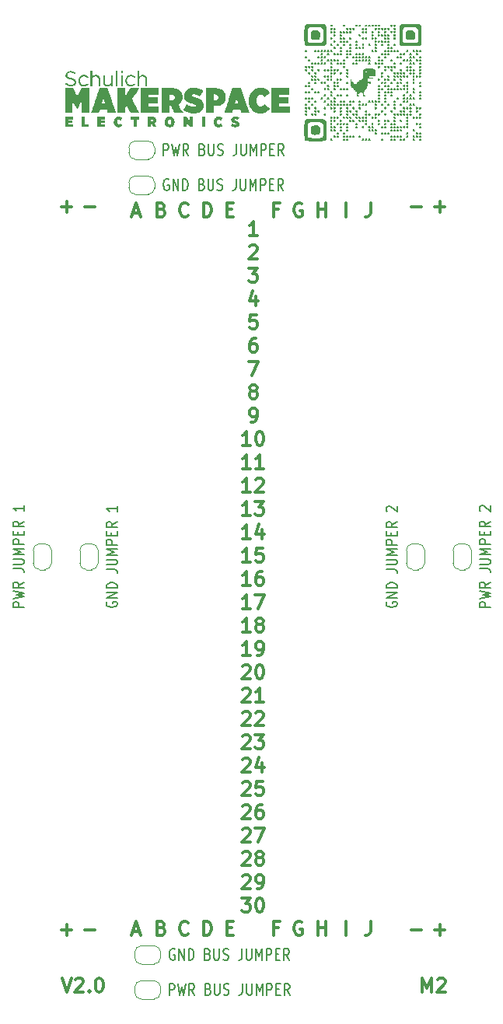
<source format=gto>
G04 #@! TF.GenerationSoftware,KiCad,Pcbnew,8.0.2*
G04 #@! TF.CreationDate,2024-08-26T09:39:57-06:00*
G04 #@! TF.ProjectId,Perfboard,50657266-626f-4617-9264-2e6b69636164,rev?*
G04 #@! TF.SameCoordinates,Original*
G04 #@! TF.FileFunction,Legend,Top*
G04 #@! TF.FilePolarity,Positive*
%FSLAX46Y46*%
G04 Gerber Fmt 4.6, Leading zero omitted, Abs format (unit mm)*
G04 Created by KiCad (PCBNEW 8.0.2) date 2024-08-26 09:39:57*
%MOMM*%
%LPD*%
G01*
G04 APERTURE LIST*
G04 Aperture macros list*
%AMFreePoly0*
4,1,19,0.500000,-0.750000,0.000000,-0.750000,0.000000,-0.744911,-0.071157,-0.744911,-0.207708,-0.704816,-0.327430,-0.627875,-0.420627,-0.520320,-0.479746,-0.390866,-0.500000,-0.250000,-0.500000,0.250000,-0.479746,0.390866,-0.420627,0.520320,-0.327430,0.627875,-0.207708,0.704816,-0.071157,0.744911,0.000000,0.744911,0.000000,0.750000,0.500000,0.750000,0.500000,-0.750000,0.500000,-0.750000,
$1*%
%AMFreePoly1*
4,1,19,0.000000,0.744911,0.071157,0.744911,0.207708,0.704816,0.327430,0.627875,0.420627,0.520320,0.479746,0.390866,0.500000,0.250000,0.500000,-0.250000,0.479746,-0.390866,0.420627,-0.520320,0.327430,-0.627875,0.207708,-0.704816,0.071157,-0.744911,0.000000,-0.744911,0.000000,-0.750000,-0.500000,-0.750000,-0.500000,0.750000,0.000000,0.750000,0.000000,0.744911,0.000000,0.744911,
$1*%
G04 Aperture macros list end*
%ADD10C,0.300000*%
%ADD11C,0.200000*%
%ADD12C,0.000000*%
%ADD13C,0.120000*%
%ADD14C,1.803200*%
%ADD15C,2.600000*%
%ADD16C,3.800000*%
%ADD17FreePoly0,0.000000*%
%ADD18FreePoly1,0.000000*%
%ADD19FreePoly0,90.000000*%
%ADD20FreePoly1,90.000000*%
G04 APERTURE END LIST*
D10*
X145816225Y-99442828D02*
X144959082Y-99442828D01*
X145387653Y-99442828D02*
X145387653Y-97942828D01*
X145387653Y-97942828D02*
X145244796Y-98157114D01*
X145244796Y-98157114D02*
X145101939Y-98299971D01*
X145101939Y-98299971D02*
X144959082Y-98371400D01*
X147101939Y-98442828D02*
X147101939Y-99442828D01*
X146744796Y-97871400D02*
X146387653Y-98942828D01*
X146387653Y-98942828D02*
X147316224Y-98942828D01*
X151404225Y-62962257D02*
X151261368Y-62890828D01*
X151261368Y-62890828D02*
X151047082Y-62890828D01*
X151047082Y-62890828D02*
X150832796Y-62962257D01*
X150832796Y-62962257D02*
X150689939Y-63105114D01*
X150689939Y-63105114D02*
X150618510Y-63247971D01*
X150618510Y-63247971D02*
X150547082Y-63533685D01*
X150547082Y-63533685D02*
X150547082Y-63747971D01*
X150547082Y-63747971D02*
X150618510Y-64033685D01*
X150618510Y-64033685D02*
X150689939Y-64176542D01*
X150689939Y-64176542D02*
X150832796Y-64319400D01*
X150832796Y-64319400D02*
X151047082Y-64390828D01*
X151047082Y-64390828D02*
X151189939Y-64390828D01*
X151189939Y-64390828D02*
X151404225Y-64319400D01*
X151404225Y-64319400D02*
X151475653Y-64247971D01*
X151475653Y-64247971D02*
X151475653Y-63747971D01*
X151475653Y-63747971D02*
X151189939Y-63747971D01*
X144959082Y-133645685D02*
X145030510Y-133574257D01*
X145030510Y-133574257D02*
X145173368Y-133502828D01*
X145173368Y-133502828D02*
X145530510Y-133502828D01*
X145530510Y-133502828D02*
X145673368Y-133574257D01*
X145673368Y-133574257D02*
X145744796Y-133645685D01*
X145744796Y-133645685D02*
X145816225Y-133788542D01*
X145816225Y-133788542D02*
X145816225Y-133931400D01*
X145816225Y-133931400D02*
X145744796Y-134145685D01*
X145744796Y-134145685D02*
X144887653Y-135002828D01*
X144887653Y-135002828D02*
X145816225Y-135002828D01*
X146673367Y-134145685D02*
X146530510Y-134074257D01*
X146530510Y-134074257D02*
X146459081Y-134002828D01*
X146459081Y-134002828D02*
X146387653Y-133859971D01*
X146387653Y-133859971D02*
X146387653Y-133788542D01*
X146387653Y-133788542D02*
X146459081Y-133645685D01*
X146459081Y-133645685D02*
X146530510Y-133574257D01*
X146530510Y-133574257D02*
X146673367Y-133502828D01*
X146673367Y-133502828D02*
X146959081Y-133502828D01*
X146959081Y-133502828D02*
X147101939Y-133574257D01*
X147101939Y-133574257D02*
X147173367Y-133645685D01*
X147173367Y-133645685D02*
X147244796Y-133788542D01*
X147244796Y-133788542D02*
X147244796Y-133859971D01*
X147244796Y-133859971D02*
X147173367Y-134002828D01*
X147173367Y-134002828D02*
X147101939Y-134074257D01*
X147101939Y-134074257D02*
X146959081Y-134145685D01*
X146959081Y-134145685D02*
X146673367Y-134145685D01*
X146673367Y-134145685D02*
X146530510Y-134217114D01*
X146530510Y-134217114D02*
X146459081Y-134288542D01*
X146459081Y-134288542D02*
X146387653Y-134431400D01*
X146387653Y-134431400D02*
X146387653Y-134717114D01*
X146387653Y-134717114D02*
X146459081Y-134859971D01*
X146459081Y-134859971D02*
X146530510Y-134931400D01*
X146530510Y-134931400D02*
X146673367Y-135002828D01*
X146673367Y-135002828D02*
X146959081Y-135002828D01*
X146959081Y-135002828D02*
X147101939Y-134931400D01*
X147101939Y-134931400D02*
X147173367Y-134859971D01*
X147173367Y-134859971D02*
X147244796Y-134717114D01*
X147244796Y-134717114D02*
X147244796Y-134431400D01*
X147244796Y-134431400D02*
X147173367Y-134288542D01*
X147173367Y-134288542D02*
X147101939Y-134217114D01*
X147101939Y-134217114D02*
X146959081Y-134145685D01*
X158921082Y-141122828D02*
X158921082Y-142194257D01*
X158921082Y-142194257D02*
X158849653Y-142408542D01*
X158849653Y-142408542D02*
X158706796Y-142551400D01*
X158706796Y-142551400D02*
X158492510Y-142622828D01*
X158492510Y-142622828D02*
X158349653Y-142622828D01*
X144959082Y-113325685D02*
X145030510Y-113254257D01*
X145030510Y-113254257D02*
X145173368Y-113182828D01*
X145173368Y-113182828D02*
X145530510Y-113182828D01*
X145530510Y-113182828D02*
X145673368Y-113254257D01*
X145673368Y-113254257D02*
X145744796Y-113325685D01*
X145744796Y-113325685D02*
X145816225Y-113468542D01*
X145816225Y-113468542D02*
X145816225Y-113611400D01*
X145816225Y-113611400D02*
X145744796Y-113825685D01*
X145744796Y-113825685D02*
X144887653Y-114682828D01*
X144887653Y-114682828D02*
X145816225Y-114682828D01*
X146744796Y-113182828D02*
X146887653Y-113182828D01*
X146887653Y-113182828D02*
X147030510Y-113254257D01*
X147030510Y-113254257D02*
X147101939Y-113325685D01*
X147101939Y-113325685D02*
X147173367Y-113468542D01*
X147173367Y-113468542D02*
X147244796Y-113754257D01*
X147244796Y-113754257D02*
X147244796Y-114111400D01*
X147244796Y-114111400D02*
X147173367Y-114397114D01*
X147173367Y-114397114D02*
X147101939Y-114539971D01*
X147101939Y-114539971D02*
X147030510Y-114611400D01*
X147030510Y-114611400D02*
X146887653Y-114682828D01*
X146887653Y-114682828D02*
X146744796Y-114682828D01*
X146744796Y-114682828D02*
X146601939Y-114611400D01*
X146601939Y-114611400D02*
X146530510Y-114539971D01*
X146530510Y-114539971D02*
X146459081Y-114397114D01*
X146459081Y-114397114D02*
X146387653Y-114111400D01*
X146387653Y-114111400D02*
X146387653Y-113754257D01*
X146387653Y-113754257D02*
X146459081Y-113468542D01*
X146459081Y-113468542D02*
X146530510Y-113325685D01*
X146530510Y-113325685D02*
X146601939Y-113254257D01*
X146601939Y-113254257D02*
X146744796Y-113182828D01*
X145816225Y-94362828D02*
X144959082Y-94362828D01*
X145387653Y-94362828D02*
X145387653Y-92862828D01*
X145387653Y-92862828D02*
X145244796Y-93077114D01*
X145244796Y-93077114D02*
X145101939Y-93219971D01*
X145101939Y-93219971D02*
X144959082Y-93291400D01*
X146387653Y-93005685D02*
X146459081Y-92934257D01*
X146459081Y-92934257D02*
X146601939Y-92862828D01*
X146601939Y-92862828D02*
X146959081Y-92862828D01*
X146959081Y-92862828D02*
X147101939Y-92934257D01*
X147101939Y-92934257D02*
X147173367Y-93005685D01*
X147173367Y-93005685D02*
X147244796Y-93148542D01*
X147244796Y-93148542D02*
X147244796Y-93291400D01*
X147244796Y-93291400D02*
X147173367Y-93505685D01*
X147173367Y-93505685D02*
X146316224Y-94362828D01*
X146316224Y-94362828D02*
X147244796Y-94362828D01*
X145816225Y-112142828D02*
X144959082Y-112142828D01*
X145387653Y-112142828D02*
X145387653Y-110642828D01*
X145387653Y-110642828D02*
X145244796Y-110857114D01*
X145244796Y-110857114D02*
X145101939Y-110999971D01*
X145101939Y-110999971D02*
X144959082Y-111071400D01*
X146530510Y-112142828D02*
X146816224Y-112142828D01*
X146816224Y-112142828D02*
X146959081Y-112071400D01*
X146959081Y-112071400D02*
X147030510Y-111999971D01*
X147030510Y-111999971D02*
X147173367Y-111785685D01*
X147173367Y-111785685D02*
X147244796Y-111499971D01*
X147244796Y-111499971D02*
X147244796Y-110928542D01*
X147244796Y-110928542D02*
X147173367Y-110785685D01*
X147173367Y-110785685D02*
X147101939Y-110714257D01*
X147101939Y-110714257D02*
X146959081Y-110642828D01*
X146959081Y-110642828D02*
X146673367Y-110642828D01*
X146673367Y-110642828D02*
X146530510Y-110714257D01*
X146530510Y-110714257D02*
X146459081Y-110785685D01*
X146459081Y-110785685D02*
X146387653Y-110928542D01*
X146387653Y-110928542D02*
X146387653Y-111285685D01*
X146387653Y-111285685D02*
X146459081Y-111428542D01*
X146459081Y-111428542D02*
X146530510Y-111499971D01*
X146530510Y-111499971D02*
X146673367Y-111571400D01*
X146673367Y-111571400D02*
X146959081Y-111571400D01*
X146959081Y-111571400D02*
X147101939Y-111499971D01*
X147101939Y-111499971D02*
X147173367Y-111428542D01*
X147173367Y-111428542D02*
X147244796Y-111285685D01*
X153158510Y-142622828D02*
X153158510Y-141122828D01*
X153158510Y-141837114D02*
X154015653Y-141837114D01*
X154015653Y-142622828D02*
X154015653Y-141122828D01*
X140712510Y-64390828D02*
X140712510Y-62890828D01*
X140712510Y-62890828D02*
X141069653Y-62890828D01*
X141069653Y-62890828D02*
X141283939Y-62962257D01*
X141283939Y-62962257D02*
X141426796Y-63105114D01*
X141426796Y-63105114D02*
X141498225Y-63247971D01*
X141498225Y-63247971D02*
X141569653Y-63533685D01*
X141569653Y-63533685D02*
X141569653Y-63747971D01*
X141569653Y-63747971D02*
X141498225Y-64033685D01*
X141498225Y-64033685D02*
X141426796Y-64176542D01*
X141426796Y-64176542D02*
X141283939Y-64319400D01*
X141283939Y-64319400D02*
X141069653Y-64390828D01*
X141069653Y-64390828D02*
X140712510Y-64390828D01*
X144959082Y-118405685D02*
X145030510Y-118334257D01*
X145030510Y-118334257D02*
X145173368Y-118262828D01*
X145173368Y-118262828D02*
X145530510Y-118262828D01*
X145530510Y-118262828D02*
X145673368Y-118334257D01*
X145673368Y-118334257D02*
X145744796Y-118405685D01*
X145744796Y-118405685D02*
X145816225Y-118548542D01*
X145816225Y-118548542D02*
X145816225Y-118691400D01*
X145816225Y-118691400D02*
X145744796Y-118905685D01*
X145744796Y-118905685D02*
X144887653Y-119762828D01*
X144887653Y-119762828D02*
X145816225Y-119762828D01*
X146387653Y-118405685D02*
X146459081Y-118334257D01*
X146459081Y-118334257D02*
X146601939Y-118262828D01*
X146601939Y-118262828D02*
X146959081Y-118262828D01*
X146959081Y-118262828D02*
X147101939Y-118334257D01*
X147101939Y-118334257D02*
X147173367Y-118405685D01*
X147173367Y-118405685D02*
X147244796Y-118548542D01*
X147244796Y-118548542D02*
X147244796Y-118691400D01*
X147244796Y-118691400D02*
X147173367Y-118905685D01*
X147173367Y-118905685D02*
X146316224Y-119762828D01*
X146316224Y-119762828D02*
X147244796Y-119762828D01*
X145721082Y-67605685D02*
X145792510Y-67534257D01*
X145792510Y-67534257D02*
X145935368Y-67462828D01*
X145935368Y-67462828D02*
X146292510Y-67462828D01*
X146292510Y-67462828D02*
X146435368Y-67534257D01*
X146435368Y-67534257D02*
X146506796Y-67605685D01*
X146506796Y-67605685D02*
X146578225Y-67748542D01*
X146578225Y-67748542D02*
X146578225Y-67891400D01*
X146578225Y-67891400D02*
X146506796Y-68105685D01*
X146506796Y-68105685D02*
X145649653Y-68962828D01*
X145649653Y-68962828D02*
X146578225Y-68962828D01*
X144959082Y-128565685D02*
X145030510Y-128494257D01*
X145030510Y-128494257D02*
X145173368Y-128422828D01*
X145173368Y-128422828D02*
X145530510Y-128422828D01*
X145530510Y-128422828D02*
X145673368Y-128494257D01*
X145673368Y-128494257D02*
X145744796Y-128565685D01*
X145744796Y-128565685D02*
X145816225Y-128708542D01*
X145816225Y-128708542D02*
X145816225Y-128851400D01*
X145816225Y-128851400D02*
X145744796Y-129065685D01*
X145744796Y-129065685D02*
X144887653Y-129922828D01*
X144887653Y-129922828D02*
X145816225Y-129922828D01*
X147101939Y-128422828D02*
X146816224Y-128422828D01*
X146816224Y-128422828D02*
X146673367Y-128494257D01*
X146673367Y-128494257D02*
X146601939Y-128565685D01*
X146601939Y-128565685D02*
X146459081Y-128779971D01*
X146459081Y-128779971D02*
X146387653Y-129065685D01*
X146387653Y-129065685D02*
X146387653Y-129637114D01*
X146387653Y-129637114D02*
X146459081Y-129779971D01*
X146459081Y-129779971D02*
X146530510Y-129851400D01*
X146530510Y-129851400D02*
X146673367Y-129922828D01*
X146673367Y-129922828D02*
X146959081Y-129922828D01*
X146959081Y-129922828D02*
X147101939Y-129851400D01*
X147101939Y-129851400D02*
X147173367Y-129779971D01*
X147173367Y-129779971D02*
X147244796Y-129637114D01*
X147244796Y-129637114D02*
X147244796Y-129279971D01*
X147244796Y-129279971D02*
X147173367Y-129137114D01*
X147173367Y-129137114D02*
X147101939Y-129065685D01*
X147101939Y-129065685D02*
X146959081Y-128994257D01*
X146959081Y-128994257D02*
X146673367Y-128994257D01*
X146673367Y-128994257D02*
X146530510Y-129065685D01*
X146530510Y-129065685D02*
X146459081Y-129137114D01*
X146459081Y-129137114D02*
X146387653Y-129279971D01*
X145649653Y-70002828D02*
X146578225Y-70002828D01*
X146578225Y-70002828D02*
X146078225Y-70574257D01*
X146078225Y-70574257D02*
X146292510Y-70574257D01*
X146292510Y-70574257D02*
X146435368Y-70645685D01*
X146435368Y-70645685D02*
X146506796Y-70717114D01*
X146506796Y-70717114D02*
X146578225Y-70859971D01*
X146578225Y-70859971D02*
X146578225Y-71217114D01*
X146578225Y-71217114D02*
X146506796Y-71359971D01*
X146506796Y-71359971D02*
X146435368Y-71431400D01*
X146435368Y-71431400D02*
X146292510Y-71502828D01*
X146292510Y-71502828D02*
X145863939Y-71502828D01*
X145863939Y-71502828D02*
X145721082Y-71431400D01*
X145721082Y-71431400D02*
X145649653Y-71359971D01*
X165858510Y-63311400D02*
X167001368Y-63311400D01*
X166429939Y-63882828D02*
X166429939Y-62739971D01*
X125218510Y-63311400D02*
X126361368Y-63311400D01*
X125789939Y-63882828D02*
X125789939Y-62739971D01*
X146506796Y-75082828D02*
X145792510Y-75082828D01*
X145792510Y-75082828D02*
X145721082Y-75797114D01*
X145721082Y-75797114D02*
X145792510Y-75725685D01*
X145792510Y-75725685D02*
X145935368Y-75654257D01*
X145935368Y-75654257D02*
X146292510Y-75654257D01*
X146292510Y-75654257D02*
X146435368Y-75725685D01*
X146435368Y-75725685D02*
X146506796Y-75797114D01*
X146506796Y-75797114D02*
X146578225Y-75939971D01*
X146578225Y-75939971D02*
X146578225Y-76297114D01*
X146578225Y-76297114D02*
X146506796Y-76439971D01*
X146506796Y-76439971D02*
X146435368Y-76511400D01*
X146435368Y-76511400D02*
X146292510Y-76582828D01*
X146292510Y-76582828D02*
X145935368Y-76582828D01*
X145935368Y-76582828D02*
X145792510Y-76511400D01*
X145792510Y-76511400D02*
X145721082Y-76439971D01*
X127758510Y-142051400D02*
X128901368Y-142051400D01*
X144959082Y-131105685D02*
X145030510Y-131034257D01*
X145030510Y-131034257D02*
X145173368Y-130962828D01*
X145173368Y-130962828D02*
X145530510Y-130962828D01*
X145530510Y-130962828D02*
X145673368Y-131034257D01*
X145673368Y-131034257D02*
X145744796Y-131105685D01*
X145744796Y-131105685D02*
X145816225Y-131248542D01*
X145816225Y-131248542D02*
X145816225Y-131391400D01*
X145816225Y-131391400D02*
X145744796Y-131605685D01*
X145744796Y-131605685D02*
X144887653Y-132462828D01*
X144887653Y-132462828D02*
X145816225Y-132462828D01*
X146316224Y-130962828D02*
X147316224Y-130962828D01*
X147316224Y-130962828D02*
X146673367Y-132462828D01*
X133021082Y-142194257D02*
X133735368Y-142194257D01*
X132878225Y-142622828D02*
X133378225Y-141122828D01*
X133378225Y-141122828D02*
X133878225Y-142622828D01*
X144959082Y-126025685D02*
X145030510Y-125954257D01*
X145030510Y-125954257D02*
X145173368Y-125882828D01*
X145173368Y-125882828D02*
X145530510Y-125882828D01*
X145530510Y-125882828D02*
X145673368Y-125954257D01*
X145673368Y-125954257D02*
X145744796Y-126025685D01*
X145744796Y-126025685D02*
X145816225Y-126168542D01*
X145816225Y-126168542D02*
X145816225Y-126311400D01*
X145816225Y-126311400D02*
X145744796Y-126525685D01*
X145744796Y-126525685D02*
X144887653Y-127382828D01*
X144887653Y-127382828D02*
X145816225Y-127382828D01*
X147173367Y-125882828D02*
X146459081Y-125882828D01*
X146459081Y-125882828D02*
X146387653Y-126597114D01*
X146387653Y-126597114D02*
X146459081Y-126525685D01*
X146459081Y-126525685D02*
X146601939Y-126454257D01*
X146601939Y-126454257D02*
X146959081Y-126454257D01*
X146959081Y-126454257D02*
X147101939Y-126525685D01*
X147101939Y-126525685D02*
X147173367Y-126597114D01*
X147173367Y-126597114D02*
X147244796Y-126739971D01*
X147244796Y-126739971D02*
X147244796Y-127097114D01*
X147244796Y-127097114D02*
X147173367Y-127239971D01*
X147173367Y-127239971D02*
X147101939Y-127311400D01*
X147101939Y-127311400D02*
X146959081Y-127382828D01*
X146959081Y-127382828D02*
X146601939Y-127382828D01*
X146601939Y-127382828D02*
X146459081Y-127311400D01*
X146459081Y-127311400D02*
X146387653Y-127239971D01*
X145816225Y-96902828D02*
X144959082Y-96902828D01*
X145387653Y-96902828D02*
X145387653Y-95402828D01*
X145387653Y-95402828D02*
X145244796Y-95617114D01*
X145244796Y-95617114D02*
X145101939Y-95759971D01*
X145101939Y-95759971D02*
X144959082Y-95831400D01*
X146316224Y-95402828D02*
X147244796Y-95402828D01*
X147244796Y-95402828D02*
X146744796Y-95974257D01*
X146744796Y-95974257D02*
X146959081Y-95974257D01*
X146959081Y-95974257D02*
X147101939Y-96045685D01*
X147101939Y-96045685D02*
X147173367Y-96117114D01*
X147173367Y-96117114D02*
X147244796Y-96259971D01*
X147244796Y-96259971D02*
X147244796Y-96617114D01*
X147244796Y-96617114D02*
X147173367Y-96759971D01*
X147173367Y-96759971D02*
X147101939Y-96831400D01*
X147101939Y-96831400D02*
X146959081Y-96902828D01*
X146959081Y-96902828D02*
X146530510Y-96902828D01*
X146530510Y-96902828D02*
X146387653Y-96831400D01*
X146387653Y-96831400D02*
X146316224Y-96759971D01*
X156206510Y-64390828D02*
X156206510Y-62890828D01*
X146435368Y-73042828D02*
X146435368Y-74042828D01*
X146078225Y-72471400D02*
X145721082Y-73542828D01*
X145721082Y-73542828D02*
X146649653Y-73542828D01*
X125218510Y-142051400D02*
X126361368Y-142051400D01*
X125789939Y-142622828D02*
X125789939Y-141479971D01*
X145816225Y-107062828D02*
X144959082Y-107062828D01*
X145387653Y-107062828D02*
X145387653Y-105562828D01*
X145387653Y-105562828D02*
X145244796Y-105777114D01*
X145244796Y-105777114D02*
X145101939Y-105919971D01*
X145101939Y-105919971D02*
X144959082Y-105991400D01*
X146316224Y-105562828D02*
X147316224Y-105562828D01*
X147316224Y-105562828D02*
X146673367Y-107062828D01*
X127758510Y-63311400D02*
X128901368Y-63311400D01*
X144959082Y-136185685D02*
X145030510Y-136114257D01*
X145030510Y-136114257D02*
X145173368Y-136042828D01*
X145173368Y-136042828D02*
X145530510Y-136042828D01*
X145530510Y-136042828D02*
X145673368Y-136114257D01*
X145673368Y-136114257D02*
X145744796Y-136185685D01*
X145744796Y-136185685D02*
X145816225Y-136328542D01*
X145816225Y-136328542D02*
X145816225Y-136471400D01*
X145816225Y-136471400D02*
X145744796Y-136685685D01*
X145744796Y-136685685D02*
X144887653Y-137542828D01*
X144887653Y-137542828D02*
X145816225Y-137542828D01*
X146530510Y-137542828D02*
X146816224Y-137542828D01*
X146816224Y-137542828D02*
X146959081Y-137471400D01*
X146959081Y-137471400D02*
X147030510Y-137399971D01*
X147030510Y-137399971D02*
X147173367Y-137185685D01*
X147173367Y-137185685D02*
X147244796Y-136899971D01*
X147244796Y-136899971D02*
X147244796Y-136328542D01*
X147244796Y-136328542D02*
X147173367Y-136185685D01*
X147173367Y-136185685D02*
X147101939Y-136114257D01*
X147101939Y-136114257D02*
X146959081Y-136042828D01*
X146959081Y-136042828D02*
X146673367Y-136042828D01*
X146673367Y-136042828D02*
X146530510Y-136114257D01*
X146530510Y-136114257D02*
X146459081Y-136185685D01*
X146459081Y-136185685D02*
X146387653Y-136328542D01*
X146387653Y-136328542D02*
X146387653Y-136685685D01*
X146387653Y-136685685D02*
X146459081Y-136828542D01*
X146459081Y-136828542D02*
X146530510Y-136899971D01*
X146530510Y-136899971D02*
X146673367Y-136971400D01*
X146673367Y-136971400D02*
X146959081Y-136971400D01*
X146959081Y-136971400D02*
X147101939Y-136899971D01*
X147101939Y-136899971D02*
X147173367Y-136828542D01*
X147173367Y-136828542D02*
X147244796Y-136685685D01*
X146578225Y-66422828D02*
X145721082Y-66422828D01*
X146149653Y-66422828D02*
X146149653Y-64922828D01*
X146149653Y-64922828D02*
X146006796Y-65137114D01*
X146006796Y-65137114D02*
X145863939Y-65279971D01*
X145863939Y-65279971D02*
X145721082Y-65351400D01*
X136132510Y-141837114D02*
X136346796Y-141908542D01*
X136346796Y-141908542D02*
X136418225Y-141979971D01*
X136418225Y-141979971D02*
X136489653Y-142122828D01*
X136489653Y-142122828D02*
X136489653Y-142337114D01*
X136489653Y-142337114D02*
X136418225Y-142479971D01*
X136418225Y-142479971D02*
X136346796Y-142551400D01*
X136346796Y-142551400D02*
X136203939Y-142622828D01*
X136203939Y-142622828D02*
X135632510Y-142622828D01*
X135632510Y-142622828D02*
X135632510Y-141122828D01*
X135632510Y-141122828D02*
X136132510Y-141122828D01*
X136132510Y-141122828D02*
X136275368Y-141194257D01*
X136275368Y-141194257D02*
X136346796Y-141265685D01*
X136346796Y-141265685D02*
X136418225Y-141408542D01*
X136418225Y-141408542D02*
X136418225Y-141551400D01*
X136418225Y-141551400D02*
X136346796Y-141694257D01*
X136346796Y-141694257D02*
X136275368Y-141765685D01*
X136275368Y-141765685D02*
X136132510Y-141837114D01*
X136132510Y-141837114D02*
X135632510Y-141837114D01*
X145863939Y-86742828D02*
X146149653Y-86742828D01*
X146149653Y-86742828D02*
X146292510Y-86671400D01*
X146292510Y-86671400D02*
X146363939Y-86599971D01*
X146363939Y-86599971D02*
X146506796Y-86385685D01*
X146506796Y-86385685D02*
X146578225Y-86099971D01*
X146578225Y-86099971D02*
X146578225Y-85528542D01*
X146578225Y-85528542D02*
X146506796Y-85385685D01*
X146506796Y-85385685D02*
X146435368Y-85314257D01*
X146435368Y-85314257D02*
X146292510Y-85242828D01*
X146292510Y-85242828D02*
X146006796Y-85242828D01*
X146006796Y-85242828D02*
X145863939Y-85314257D01*
X145863939Y-85314257D02*
X145792510Y-85385685D01*
X145792510Y-85385685D02*
X145721082Y-85528542D01*
X145721082Y-85528542D02*
X145721082Y-85885685D01*
X145721082Y-85885685D02*
X145792510Y-86028542D01*
X145792510Y-86028542D02*
X145863939Y-86099971D01*
X145863939Y-86099971D02*
X146006796Y-86171400D01*
X146006796Y-86171400D02*
X146292510Y-86171400D01*
X146292510Y-86171400D02*
X146435368Y-86099971D01*
X146435368Y-86099971D02*
X146506796Y-86028542D01*
X146506796Y-86028542D02*
X146578225Y-85885685D01*
X163318510Y-63311400D02*
X164461368Y-63311400D01*
X148832510Y-63605114D02*
X148332510Y-63605114D01*
X148332510Y-64390828D02*
X148332510Y-62890828D01*
X148332510Y-62890828D02*
X149046796Y-62890828D01*
X145816225Y-89282828D02*
X144959082Y-89282828D01*
X145387653Y-89282828D02*
X145387653Y-87782828D01*
X145387653Y-87782828D02*
X145244796Y-87997114D01*
X145244796Y-87997114D02*
X145101939Y-88139971D01*
X145101939Y-88139971D02*
X144959082Y-88211400D01*
X146744796Y-87782828D02*
X146887653Y-87782828D01*
X146887653Y-87782828D02*
X147030510Y-87854257D01*
X147030510Y-87854257D02*
X147101939Y-87925685D01*
X147101939Y-87925685D02*
X147173367Y-88068542D01*
X147173367Y-88068542D02*
X147244796Y-88354257D01*
X147244796Y-88354257D02*
X147244796Y-88711400D01*
X147244796Y-88711400D02*
X147173367Y-88997114D01*
X147173367Y-88997114D02*
X147101939Y-89139971D01*
X147101939Y-89139971D02*
X147030510Y-89211400D01*
X147030510Y-89211400D02*
X146887653Y-89282828D01*
X146887653Y-89282828D02*
X146744796Y-89282828D01*
X146744796Y-89282828D02*
X146601939Y-89211400D01*
X146601939Y-89211400D02*
X146530510Y-89139971D01*
X146530510Y-89139971D02*
X146459081Y-88997114D01*
X146459081Y-88997114D02*
X146387653Y-88711400D01*
X146387653Y-88711400D02*
X146387653Y-88354257D01*
X146387653Y-88354257D02*
X146459081Y-88068542D01*
X146459081Y-88068542D02*
X146530510Y-87925685D01*
X146530510Y-87925685D02*
X146601939Y-87854257D01*
X146601939Y-87854257D02*
X146744796Y-87782828D01*
X156206510Y-142622828D02*
X156206510Y-141122828D01*
X146435368Y-77622828D02*
X146149653Y-77622828D01*
X146149653Y-77622828D02*
X146006796Y-77694257D01*
X146006796Y-77694257D02*
X145935368Y-77765685D01*
X145935368Y-77765685D02*
X145792510Y-77979971D01*
X145792510Y-77979971D02*
X145721082Y-78265685D01*
X145721082Y-78265685D02*
X145721082Y-78837114D01*
X145721082Y-78837114D02*
X145792510Y-78979971D01*
X145792510Y-78979971D02*
X145863939Y-79051400D01*
X145863939Y-79051400D02*
X146006796Y-79122828D01*
X146006796Y-79122828D02*
X146292510Y-79122828D01*
X146292510Y-79122828D02*
X146435368Y-79051400D01*
X146435368Y-79051400D02*
X146506796Y-78979971D01*
X146506796Y-78979971D02*
X146578225Y-78837114D01*
X146578225Y-78837114D02*
X146578225Y-78479971D01*
X146578225Y-78479971D02*
X146506796Y-78337114D01*
X146506796Y-78337114D02*
X146435368Y-78265685D01*
X146435368Y-78265685D02*
X146292510Y-78194257D01*
X146292510Y-78194257D02*
X146006796Y-78194257D01*
X146006796Y-78194257D02*
X145863939Y-78265685D01*
X145863939Y-78265685D02*
X145792510Y-78337114D01*
X145792510Y-78337114D02*
X145721082Y-78479971D01*
X133021082Y-63962257D02*
X133735368Y-63962257D01*
X132878225Y-64390828D02*
X133378225Y-62890828D01*
X133378225Y-62890828D02*
X133878225Y-64390828D01*
X144959082Y-120945685D02*
X145030510Y-120874257D01*
X145030510Y-120874257D02*
X145173368Y-120802828D01*
X145173368Y-120802828D02*
X145530510Y-120802828D01*
X145530510Y-120802828D02*
X145673368Y-120874257D01*
X145673368Y-120874257D02*
X145744796Y-120945685D01*
X145744796Y-120945685D02*
X145816225Y-121088542D01*
X145816225Y-121088542D02*
X145816225Y-121231400D01*
X145816225Y-121231400D02*
X145744796Y-121445685D01*
X145744796Y-121445685D02*
X144887653Y-122302828D01*
X144887653Y-122302828D02*
X145816225Y-122302828D01*
X146316224Y-120802828D02*
X147244796Y-120802828D01*
X147244796Y-120802828D02*
X146744796Y-121374257D01*
X146744796Y-121374257D02*
X146959081Y-121374257D01*
X146959081Y-121374257D02*
X147101939Y-121445685D01*
X147101939Y-121445685D02*
X147173367Y-121517114D01*
X147173367Y-121517114D02*
X147244796Y-121659971D01*
X147244796Y-121659971D02*
X147244796Y-122017114D01*
X147244796Y-122017114D02*
X147173367Y-122159971D01*
X147173367Y-122159971D02*
X147101939Y-122231400D01*
X147101939Y-122231400D02*
X146959081Y-122302828D01*
X146959081Y-122302828D02*
X146530510Y-122302828D01*
X146530510Y-122302828D02*
X146387653Y-122231400D01*
X146387653Y-122231400D02*
X146316224Y-122159971D01*
X145816225Y-104522828D02*
X144959082Y-104522828D01*
X145387653Y-104522828D02*
X145387653Y-103022828D01*
X145387653Y-103022828D02*
X145244796Y-103237114D01*
X145244796Y-103237114D02*
X145101939Y-103379971D01*
X145101939Y-103379971D02*
X144959082Y-103451400D01*
X147101939Y-103022828D02*
X146816224Y-103022828D01*
X146816224Y-103022828D02*
X146673367Y-103094257D01*
X146673367Y-103094257D02*
X146601939Y-103165685D01*
X146601939Y-103165685D02*
X146459081Y-103379971D01*
X146459081Y-103379971D02*
X146387653Y-103665685D01*
X146387653Y-103665685D02*
X146387653Y-104237114D01*
X146387653Y-104237114D02*
X146459081Y-104379971D01*
X146459081Y-104379971D02*
X146530510Y-104451400D01*
X146530510Y-104451400D02*
X146673367Y-104522828D01*
X146673367Y-104522828D02*
X146959081Y-104522828D01*
X146959081Y-104522828D02*
X147101939Y-104451400D01*
X147101939Y-104451400D02*
X147173367Y-104379971D01*
X147173367Y-104379971D02*
X147244796Y-104237114D01*
X147244796Y-104237114D02*
X147244796Y-103879971D01*
X147244796Y-103879971D02*
X147173367Y-103737114D01*
X147173367Y-103737114D02*
X147101939Y-103665685D01*
X147101939Y-103665685D02*
X146959081Y-103594257D01*
X146959081Y-103594257D02*
X146673367Y-103594257D01*
X146673367Y-103594257D02*
X146530510Y-103665685D01*
X146530510Y-103665685D02*
X146459081Y-103737114D01*
X146459081Y-103737114D02*
X146387653Y-103879971D01*
X145816225Y-109602828D02*
X144959082Y-109602828D01*
X145387653Y-109602828D02*
X145387653Y-108102828D01*
X145387653Y-108102828D02*
X145244796Y-108317114D01*
X145244796Y-108317114D02*
X145101939Y-108459971D01*
X145101939Y-108459971D02*
X144959082Y-108531400D01*
X146673367Y-108745685D02*
X146530510Y-108674257D01*
X146530510Y-108674257D02*
X146459081Y-108602828D01*
X146459081Y-108602828D02*
X146387653Y-108459971D01*
X146387653Y-108459971D02*
X146387653Y-108388542D01*
X146387653Y-108388542D02*
X146459081Y-108245685D01*
X146459081Y-108245685D02*
X146530510Y-108174257D01*
X146530510Y-108174257D02*
X146673367Y-108102828D01*
X146673367Y-108102828D02*
X146959081Y-108102828D01*
X146959081Y-108102828D02*
X147101939Y-108174257D01*
X147101939Y-108174257D02*
X147173367Y-108245685D01*
X147173367Y-108245685D02*
X147244796Y-108388542D01*
X147244796Y-108388542D02*
X147244796Y-108459971D01*
X147244796Y-108459971D02*
X147173367Y-108602828D01*
X147173367Y-108602828D02*
X147101939Y-108674257D01*
X147101939Y-108674257D02*
X146959081Y-108745685D01*
X146959081Y-108745685D02*
X146673367Y-108745685D01*
X146673367Y-108745685D02*
X146530510Y-108817114D01*
X146530510Y-108817114D02*
X146459081Y-108888542D01*
X146459081Y-108888542D02*
X146387653Y-109031400D01*
X146387653Y-109031400D02*
X146387653Y-109317114D01*
X146387653Y-109317114D02*
X146459081Y-109459971D01*
X146459081Y-109459971D02*
X146530510Y-109531400D01*
X146530510Y-109531400D02*
X146673367Y-109602828D01*
X146673367Y-109602828D02*
X146959081Y-109602828D01*
X146959081Y-109602828D02*
X147101939Y-109531400D01*
X147101939Y-109531400D02*
X147173367Y-109459971D01*
X147173367Y-109459971D02*
X147244796Y-109317114D01*
X147244796Y-109317114D02*
X147244796Y-109031400D01*
X147244796Y-109031400D02*
X147173367Y-108888542D01*
X147173367Y-108888542D02*
X147101939Y-108817114D01*
X147101939Y-108817114D02*
X146959081Y-108745685D01*
X158921082Y-62890828D02*
X158921082Y-63962257D01*
X158921082Y-63962257D02*
X158849653Y-64176542D01*
X158849653Y-64176542D02*
X158706796Y-64319400D01*
X158706796Y-64319400D02*
X158492510Y-64390828D01*
X158492510Y-64390828D02*
X158349653Y-64390828D01*
X139029653Y-142479971D02*
X138958225Y-142551400D01*
X138958225Y-142551400D02*
X138743939Y-142622828D01*
X138743939Y-142622828D02*
X138601082Y-142622828D01*
X138601082Y-142622828D02*
X138386796Y-142551400D01*
X138386796Y-142551400D02*
X138243939Y-142408542D01*
X138243939Y-142408542D02*
X138172510Y-142265685D01*
X138172510Y-142265685D02*
X138101082Y-141979971D01*
X138101082Y-141979971D02*
X138101082Y-141765685D01*
X138101082Y-141765685D02*
X138172510Y-141479971D01*
X138172510Y-141479971D02*
X138243939Y-141337114D01*
X138243939Y-141337114D02*
X138386796Y-141194257D01*
X138386796Y-141194257D02*
X138601082Y-141122828D01*
X138601082Y-141122828D02*
X138743939Y-141122828D01*
X138743939Y-141122828D02*
X138958225Y-141194257D01*
X138958225Y-141194257D02*
X139029653Y-141265685D01*
X125340225Y-147300828D02*
X125840225Y-148800828D01*
X125840225Y-148800828D02*
X126340225Y-147300828D01*
X126768796Y-147443685D02*
X126840224Y-147372257D01*
X126840224Y-147372257D02*
X126983082Y-147300828D01*
X126983082Y-147300828D02*
X127340224Y-147300828D01*
X127340224Y-147300828D02*
X127483082Y-147372257D01*
X127483082Y-147372257D02*
X127554510Y-147443685D01*
X127554510Y-147443685D02*
X127625939Y-147586542D01*
X127625939Y-147586542D02*
X127625939Y-147729400D01*
X127625939Y-147729400D02*
X127554510Y-147943685D01*
X127554510Y-147943685D02*
X126697367Y-148800828D01*
X126697367Y-148800828D02*
X127625939Y-148800828D01*
X128268795Y-148657971D02*
X128340224Y-148729400D01*
X128340224Y-148729400D02*
X128268795Y-148800828D01*
X128268795Y-148800828D02*
X128197367Y-148729400D01*
X128197367Y-148729400D02*
X128268795Y-148657971D01*
X128268795Y-148657971D02*
X128268795Y-148800828D01*
X129268796Y-147300828D02*
X129411653Y-147300828D01*
X129411653Y-147300828D02*
X129554510Y-147372257D01*
X129554510Y-147372257D02*
X129625939Y-147443685D01*
X129625939Y-147443685D02*
X129697367Y-147586542D01*
X129697367Y-147586542D02*
X129768796Y-147872257D01*
X129768796Y-147872257D02*
X129768796Y-148229400D01*
X129768796Y-148229400D02*
X129697367Y-148515114D01*
X129697367Y-148515114D02*
X129625939Y-148657971D01*
X129625939Y-148657971D02*
X129554510Y-148729400D01*
X129554510Y-148729400D02*
X129411653Y-148800828D01*
X129411653Y-148800828D02*
X129268796Y-148800828D01*
X129268796Y-148800828D02*
X129125939Y-148729400D01*
X129125939Y-148729400D02*
X129054510Y-148657971D01*
X129054510Y-148657971D02*
X128983081Y-148515114D01*
X128983081Y-148515114D02*
X128911653Y-148229400D01*
X128911653Y-148229400D02*
X128911653Y-147872257D01*
X128911653Y-147872257D02*
X128983081Y-147586542D01*
X128983081Y-147586542D02*
X129054510Y-147443685D01*
X129054510Y-147443685D02*
X129125939Y-147372257D01*
X129125939Y-147372257D02*
X129268796Y-147300828D01*
X140712510Y-142622828D02*
X140712510Y-141122828D01*
X140712510Y-141122828D02*
X141069653Y-141122828D01*
X141069653Y-141122828D02*
X141283939Y-141194257D01*
X141283939Y-141194257D02*
X141426796Y-141337114D01*
X141426796Y-141337114D02*
X141498225Y-141479971D01*
X141498225Y-141479971D02*
X141569653Y-141765685D01*
X141569653Y-141765685D02*
X141569653Y-141979971D01*
X141569653Y-141979971D02*
X141498225Y-142265685D01*
X141498225Y-142265685D02*
X141426796Y-142408542D01*
X141426796Y-142408542D02*
X141283939Y-142551400D01*
X141283939Y-142551400D02*
X141069653Y-142622828D01*
X141069653Y-142622828D02*
X140712510Y-142622828D01*
X144959082Y-123485685D02*
X145030510Y-123414257D01*
X145030510Y-123414257D02*
X145173368Y-123342828D01*
X145173368Y-123342828D02*
X145530510Y-123342828D01*
X145530510Y-123342828D02*
X145673368Y-123414257D01*
X145673368Y-123414257D02*
X145744796Y-123485685D01*
X145744796Y-123485685D02*
X145816225Y-123628542D01*
X145816225Y-123628542D02*
X145816225Y-123771400D01*
X145816225Y-123771400D02*
X145744796Y-123985685D01*
X145744796Y-123985685D02*
X144887653Y-124842828D01*
X144887653Y-124842828D02*
X145816225Y-124842828D01*
X147101939Y-123842828D02*
X147101939Y-124842828D01*
X146744796Y-123271400D02*
X146387653Y-124342828D01*
X146387653Y-124342828D02*
X147316224Y-124342828D01*
X145816225Y-91822828D02*
X144959082Y-91822828D01*
X145387653Y-91822828D02*
X145387653Y-90322828D01*
X145387653Y-90322828D02*
X145244796Y-90537114D01*
X145244796Y-90537114D02*
X145101939Y-90679971D01*
X145101939Y-90679971D02*
X144959082Y-90751400D01*
X147244796Y-91822828D02*
X146387653Y-91822828D01*
X146816224Y-91822828D02*
X146816224Y-90322828D01*
X146816224Y-90322828D02*
X146673367Y-90537114D01*
X146673367Y-90537114D02*
X146530510Y-90679971D01*
X146530510Y-90679971D02*
X146387653Y-90751400D01*
X144887653Y-138582828D02*
X145816225Y-138582828D01*
X145816225Y-138582828D02*
X145316225Y-139154257D01*
X145316225Y-139154257D02*
X145530510Y-139154257D01*
X145530510Y-139154257D02*
X145673368Y-139225685D01*
X145673368Y-139225685D02*
X145744796Y-139297114D01*
X145744796Y-139297114D02*
X145816225Y-139439971D01*
X145816225Y-139439971D02*
X145816225Y-139797114D01*
X145816225Y-139797114D02*
X145744796Y-139939971D01*
X145744796Y-139939971D02*
X145673368Y-140011400D01*
X145673368Y-140011400D02*
X145530510Y-140082828D01*
X145530510Y-140082828D02*
X145101939Y-140082828D01*
X145101939Y-140082828D02*
X144959082Y-140011400D01*
X144959082Y-140011400D02*
X144887653Y-139939971D01*
X146744796Y-138582828D02*
X146887653Y-138582828D01*
X146887653Y-138582828D02*
X147030510Y-138654257D01*
X147030510Y-138654257D02*
X147101939Y-138725685D01*
X147101939Y-138725685D02*
X147173367Y-138868542D01*
X147173367Y-138868542D02*
X147244796Y-139154257D01*
X147244796Y-139154257D02*
X147244796Y-139511400D01*
X147244796Y-139511400D02*
X147173367Y-139797114D01*
X147173367Y-139797114D02*
X147101939Y-139939971D01*
X147101939Y-139939971D02*
X147030510Y-140011400D01*
X147030510Y-140011400D02*
X146887653Y-140082828D01*
X146887653Y-140082828D02*
X146744796Y-140082828D01*
X146744796Y-140082828D02*
X146601939Y-140011400D01*
X146601939Y-140011400D02*
X146530510Y-139939971D01*
X146530510Y-139939971D02*
X146459081Y-139797114D01*
X146459081Y-139797114D02*
X146387653Y-139511400D01*
X146387653Y-139511400D02*
X146387653Y-139154257D01*
X146387653Y-139154257D02*
X146459081Y-138868542D01*
X146459081Y-138868542D02*
X146530510Y-138725685D01*
X146530510Y-138725685D02*
X146601939Y-138654257D01*
X146601939Y-138654257D02*
X146744796Y-138582828D01*
X165858510Y-142051400D02*
X167001368Y-142051400D01*
X166429939Y-142622828D02*
X166429939Y-141479971D01*
X139029653Y-64247971D02*
X138958225Y-64319400D01*
X138958225Y-64319400D02*
X138743939Y-64390828D01*
X138743939Y-64390828D02*
X138601082Y-64390828D01*
X138601082Y-64390828D02*
X138386796Y-64319400D01*
X138386796Y-64319400D02*
X138243939Y-64176542D01*
X138243939Y-64176542D02*
X138172510Y-64033685D01*
X138172510Y-64033685D02*
X138101082Y-63747971D01*
X138101082Y-63747971D02*
X138101082Y-63533685D01*
X138101082Y-63533685D02*
X138172510Y-63247971D01*
X138172510Y-63247971D02*
X138243939Y-63105114D01*
X138243939Y-63105114D02*
X138386796Y-62962257D01*
X138386796Y-62962257D02*
X138601082Y-62890828D01*
X138601082Y-62890828D02*
X138743939Y-62890828D01*
X138743939Y-62890828D02*
X138958225Y-62962257D01*
X138958225Y-62962257D02*
X139029653Y-63033685D01*
X144959082Y-115865685D02*
X145030510Y-115794257D01*
X145030510Y-115794257D02*
X145173368Y-115722828D01*
X145173368Y-115722828D02*
X145530510Y-115722828D01*
X145530510Y-115722828D02*
X145673368Y-115794257D01*
X145673368Y-115794257D02*
X145744796Y-115865685D01*
X145744796Y-115865685D02*
X145816225Y-116008542D01*
X145816225Y-116008542D02*
X145816225Y-116151400D01*
X145816225Y-116151400D02*
X145744796Y-116365685D01*
X145744796Y-116365685D02*
X144887653Y-117222828D01*
X144887653Y-117222828D02*
X145816225Y-117222828D01*
X147244796Y-117222828D02*
X146387653Y-117222828D01*
X146816224Y-117222828D02*
X146816224Y-115722828D01*
X146816224Y-115722828D02*
X146673367Y-115937114D01*
X146673367Y-115937114D02*
X146530510Y-116079971D01*
X146530510Y-116079971D02*
X146387653Y-116151400D01*
X151404225Y-141194257D02*
X151261368Y-141122828D01*
X151261368Y-141122828D02*
X151047082Y-141122828D01*
X151047082Y-141122828D02*
X150832796Y-141194257D01*
X150832796Y-141194257D02*
X150689939Y-141337114D01*
X150689939Y-141337114D02*
X150618510Y-141479971D01*
X150618510Y-141479971D02*
X150547082Y-141765685D01*
X150547082Y-141765685D02*
X150547082Y-141979971D01*
X150547082Y-141979971D02*
X150618510Y-142265685D01*
X150618510Y-142265685D02*
X150689939Y-142408542D01*
X150689939Y-142408542D02*
X150832796Y-142551400D01*
X150832796Y-142551400D02*
X151047082Y-142622828D01*
X151047082Y-142622828D02*
X151189939Y-142622828D01*
X151189939Y-142622828D02*
X151404225Y-142551400D01*
X151404225Y-142551400D02*
X151475653Y-142479971D01*
X151475653Y-142479971D02*
X151475653Y-141979971D01*
X151475653Y-141979971D02*
X151189939Y-141979971D01*
X164554510Y-148800828D02*
X164554510Y-147300828D01*
X164554510Y-147300828D02*
X165054510Y-148372257D01*
X165054510Y-148372257D02*
X165554510Y-147300828D01*
X165554510Y-147300828D02*
X165554510Y-148800828D01*
X166197368Y-147443685D02*
X166268796Y-147372257D01*
X166268796Y-147372257D02*
X166411654Y-147300828D01*
X166411654Y-147300828D02*
X166768796Y-147300828D01*
X166768796Y-147300828D02*
X166911654Y-147372257D01*
X166911654Y-147372257D02*
X166983082Y-147443685D01*
X166983082Y-147443685D02*
X167054511Y-147586542D01*
X167054511Y-147586542D02*
X167054511Y-147729400D01*
X167054511Y-147729400D02*
X166983082Y-147943685D01*
X166983082Y-147943685D02*
X166125939Y-148800828D01*
X166125939Y-148800828D02*
X167054511Y-148800828D01*
X145816225Y-101982828D02*
X144959082Y-101982828D01*
X145387653Y-101982828D02*
X145387653Y-100482828D01*
X145387653Y-100482828D02*
X145244796Y-100697114D01*
X145244796Y-100697114D02*
X145101939Y-100839971D01*
X145101939Y-100839971D02*
X144959082Y-100911400D01*
X147173367Y-100482828D02*
X146459081Y-100482828D01*
X146459081Y-100482828D02*
X146387653Y-101197114D01*
X146387653Y-101197114D02*
X146459081Y-101125685D01*
X146459081Y-101125685D02*
X146601939Y-101054257D01*
X146601939Y-101054257D02*
X146959081Y-101054257D01*
X146959081Y-101054257D02*
X147101939Y-101125685D01*
X147101939Y-101125685D02*
X147173367Y-101197114D01*
X147173367Y-101197114D02*
X147244796Y-101339971D01*
X147244796Y-101339971D02*
X147244796Y-101697114D01*
X147244796Y-101697114D02*
X147173367Y-101839971D01*
X147173367Y-101839971D02*
X147101939Y-101911400D01*
X147101939Y-101911400D02*
X146959081Y-101982828D01*
X146959081Y-101982828D02*
X146601939Y-101982828D01*
X146601939Y-101982828D02*
X146459081Y-101911400D01*
X146459081Y-101911400D02*
X146387653Y-101839971D01*
X145649653Y-80162828D02*
X146649653Y-80162828D01*
X146649653Y-80162828D02*
X146006796Y-81662828D01*
X163318510Y-142051400D02*
X164461368Y-142051400D01*
X148832510Y-141837114D02*
X148332510Y-141837114D01*
X148332510Y-142622828D02*
X148332510Y-141122828D01*
X148332510Y-141122828D02*
X149046796Y-141122828D01*
X143252510Y-63605114D02*
X143752510Y-63605114D01*
X143966796Y-64390828D02*
X143252510Y-64390828D01*
X143252510Y-64390828D02*
X143252510Y-62890828D01*
X143252510Y-62890828D02*
X143966796Y-62890828D01*
X136132510Y-63605114D02*
X136346796Y-63676542D01*
X136346796Y-63676542D02*
X136418225Y-63747971D01*
X136418225Y-63747971D02*
X136489653Y-63890828D01*
X136489653Y-63890828D02*
X136489653Y-64105114D01*
X136489653Y-64105114D02*
X136418225Y-64247971D01*
X136418225Y-64247971D02*
X136346796Y-64319400D01*
X136346796Y-64319400D02*
X136203939Y-64390828D01*
X136203939Y-64390828D02*
X135632510Y-64390828D01*
X135632510Y-64390828D02*
X135632510Y-62890828D01*
X135632510Y-62890828D02*
X136132510Y-62890828D01*
X136132510Y-62890828D02*
X136275368Y-62962257D01*
X136275368Y-62962257D02*
X136346796Y-63033685D01*
X136346796Y-63033685D02*
X136418225Y-63176542D01*
X136418225Y-63176542D02*
X136418225Y-63319400D01*
X136418225Y-63319400D02*
X136346796Y-63462257D01*
X136346796Y-63462257D02*
X136275368Y-63533685D01*
X136275368Y-63533685D02*
X136132510Y-63605114D01*
X136132510Y-63605114D02*
X135632510Y-63605114D01*
X143252510Y-141837114D02*
X143752510Y-141837114D01*
X143966796Y-142622828D02*
X143252510Y-142622828D01*
X143252510Y-142622828D02*
X143252510Y-141122828D01*
X143252510Y-141122828D02*
X143966796Y-141122828D01*
X153158510Y-64390828D02*
X153158510Y-62890828D01*
X153158510Y-63605114D02*
X154015653Y-63605114D01*
X154015653Y-64390828D02*
X154015653Y-62890828D01*
X146006796Y-83345685D02*
X145863939Y-83274257D01*
X145863939Y-83274257D02*
X145792510Y-83202828D01*
X145792510Y-83202828D02*
X145721082Y-83059971D01*
X145721082Y-83059971D02*
X145721082Y-82988542D01*
X145721082Y-82988542D02*
X145792510Y-82845685D01*
X145792510Y-82845685D02*
X145863939Y-82774257D01*
X145863939Y-82774257D02*
X146006796Y-82702828D01*
X146006796Y-82702828D02*
X146292510Y-82702828D01*
X146292510Y-82702828D02*
X146435368Y-82774257D01*
X146435368Y-82774257D02*
X146506796Y-82845685D01*
X146506796Y-82845685D02*
X146578225Y-82988542D01*
X146578225Y-82988542D02*
X146578225Y-83059971D01*
X146578225Y-83059971D02*
X146506796Y-83202828D01*
X146506796Y-83202828D02*
X146435368Y-83274257D01*
X146435368Y-83274257D02*
X146292510Y-83345685D01*
X146292510Y-83345685D02*
X146006796Y-83345685D01*
X146006796Y-83345685D02*
X145863939Y-83417114D01*
X145863939Y-83417114D02*
X145792510Y-83488542D01*
X145792510Y-83488542D02*
X145721082Y-83631400D01*
X145721082Y-83631400D02*
X145721082Y-83917114D01*
X145721082Y-83917114D02*
X145792510Y-84059971D01*
X145792510Y-84059971D02*
X145863939Y-84131400D01*
X145863939Y-84131400D02*
X146006796Y-84202828D01*
X146006796Y-84202828D02*
X146292510Y-84202828D01*
X146292510Y-84202828D02*
X146435368Y-84131400D01*
X146435368Y-84131400D02*
X146506796Y-84059971D01*
X146506796Y-84059971D02*
X146578225Y-83917114D01*
X146578225Y-83917114D02*
X146578225Y-83631400D01*
X146578225Y-83631400D02*
X146506796Y-83488542D01*
X146506796Y-83488542D02*
X146435368Y-83417114D01*
X146435368Y-83417114D02*
X146292510Y-83345685D01*
D11*
X136336190Y-57694742D02*
X136336190Y-56494742D01*
X136336190Y-56494742D02*
X136717142Y-56494742D01*
X136717142Y-56494742D02*
X136812380Y-56551885D01*
X136812380Y-56551885D02*
X136859999Y-56609028D01*
X136859999Y-56609028D02*
X136907618Y-56723314D01*
X136907618Y-56723314D02*
X136907618Y-56894742D01*
X136907618Y-56894742D02*
X136859999Y-57009028D01*
X136859999Y-57009028D02*
X136812380Y-57066171D01*
X136812380Y-57066171D02*
X136717142Y-57123314D01*
X136717142Y-57123314D02*
X136336190Y-57123314D01*
X137240952Y-56494742D02*
X137479047Y-57694742D01*
X137479047Y-57694742D02*
X137669523Y-56837600D01*
X137669523Y-56837600D02*
X137859999Y-57694742D01*
X137859999Y-57694742D02*
X138098095Y-56494742D01*
X139050475Y-57694742D02*
X138717142Y-57123314D01*
X138479047Y-57694742D02*
X138479047Y-56494742D01*
X138479047Y-56494742D02*
X138859999Y-56494742D01*
X138859999Y-56494742D02*
X138955237Y-56551885D01*
X138955237Y-56551885D02*
X139002856Y-56609028D01*
X139002856Y-56609028D02*
X139050475Y-56723314D01*
X139050475Y-56723314D02*
X139050475Y-56894742D01*
X139050475Y-56894742D02*
X139002856Y-57009028D01*
X139002856Y-57009028D02*
X138955237Y-57066171D01*
X138955237Y-57066171D02*
X138859999Y-57123314D01*
X138859999Y-57123314D02*
X138479047Y-57123314D01*
X140574285Y-57066171D02*
X140717142Y-57123314D01*
X140717142Y-57123314D02*
X140764761Y-57180457D01*
X140764761Y-57180457D02*
X140812380Y-57294742D01*
X140812380Y-57294742D02*
X140812380Y-57466171D01*
X140812380Y-57466171D02*
X140764761Y-57580457D01*
X140764761Y-57580457D02*
X140717142Y-57637600D01*
X140717142Y-57637600D02*
X140621904Y-57694742D01*
X140621904Y-57694742D02*
X140240952Y-57694742D01*
X140240952Y-57694742D02*
X140240952Y-56494742D01*
X140240952Y-56494742D02*
X140574285Y-56494742D01*
X140574285Y-56494742D02*
X140669523Y-56551885D01*
X140669523Y-56551885D02*
X140717142Y-56609028D01*
X140717142Y-56609028D02*
X140764761Y-56723314D01*
X140764761Y-56723314D02*
X140764761Y-56837600D01*
X140764761Y-56837600D02*
X140717142Y-56951885D01*
X140717142Y-56951885D02*
X140669523Y-57009028D01*
X140669523Y-57009028D02*
X140574285Y-57066171D01*
X140574285Y-57066171D02*
X140240952Y-57066171D01*
X141240952Y-56494742D02*
X141240952Y-57466171D01*
X141240952Y-57466171D02*
X141288571Y-57580457D01*
X141288571Y-57580457D02*
X141336190Y-57637600D01*
X141336190Y-57637600D02*
X141431428Y-57694742D01*
X141431428Y-57694742D02*
X141621904Y-57694742D01*
X141621904Y-57694742D02*
X141717142Y-57637600D01*
X141717142Y-57637600D02*
X141764761Y-57580457D01*
X141764761Y-57580457D02*
X141812380Y-57466171D01*
X141812380Y-57466171D02*
X141812380Y-56494742D01*
X142240952Y-57637600D02*
X142383809Y-57694742D01*
X142383809Y-57694742D02*
X142621904Y-57694742D01*
X142621904Y-57694742D02*
X142717142Y-57637600D01*
X142717142Y-57637600D02*
X142764761Y-57580457D01*
X142764761Y-57580457D02*
X142812380Y-57466171D01*
X142812380Y-57466171D02*
X142812380Y-57351885D01*
X142812380Y-57351885D02*
X142764761Y-57237600D01*
X142764761Y-57237600D02*
X142717142Y-57180457D01*
X142717142Y-57180457D02*
X142621904Y-57123314D01*
X142621904Y-57123314D02*
X142431428Y-57066171D01*
X142431428Y-57066171D02*
X142336190Y-57009028D01*
X142336190Y-57009028D02*
X142288571Y-56951885D01*
X142288571Y-56951885D02*
X142240952Y-56837600D01*
X142240952Y-56837600D02*
X142240952Y-56723314D01*
X142240952Y-56723314D02*
X142288571Y-56609028D01*
X142288571Y-56609028D02*
X142336190Y-56551885D01*
X142336190Y-56551885D02*
X142431428Y-56494742D01*
X142431428Y-56494742D02*
X142669523Y-56494742D01*
X142669523Y-56494742D02*
X142812380Y-56551885D01*
X144288571Y-56494742D02*
X144288571Y-57351885D01*
X144288571Y-57351885D02*
X144240952Y-57523314D01*
X144240952Y-57523314D02*
X144145714Y-57637600D01*
X144145714Y-57637600D02*
X144002857Y-57694742D01*
X144002857Y-57694742D02*
X143907619Y-57694742D01*
X144764762Y-56494742D02*
X144764762Y-57466171D01*
X144764762Y-57466171D02*
X144812381Y-57580457D01*
X144812381Y-57580457D02*
X144860000Y-57637600D01*
X144860000Y-57637600D02*
X144955238Y-57694742D01*
X144955238Y-57694742D02*
X145145714Y-57694742D01*
X145145714Y-57694742D02*
X145240952Y-57637600D01*
X145240952Y-57637600D02*
X145288571Y-57580457D01*
X145288571Y-57580457D02*
X145336190Y-57466171D01*
X145336190Y-57466171D02*
X145336190Y-56494742D01*
X145812381Y-57694742D02*
X145812381Y-56494742D01*
X145812381Y-56494742D02*
X146145714Y-57351885D01*
X146145714Y-57351885D02*
X146479047Y-56494742D01*
X146479047Y-56494742D02*
X146479047Y-57694742D01*
X146955238Y-57694742D02*
X146955238Y-56494742D01*
X146955238Y-56494742D02*
X147336190Y-56494742D01*
X147336190Y-56494742D02*
X147431428Y-56551885D01*
X147431428Y-56551885D02*
X147479047Y-56609028D01*
X147479047Y-56609028D02*
X147526666Y-56723314D01*
X147526666Y-56723314D02*
X147526666Y-56894742D01*
X147526666Y-56894742D02*
X147479047Y-57009028D01*
X147479047Y-57009028D02*
X147431428Y-57066171D01*
X147431428Y-57066171D02*
X147336190Y-57123314D01*
X147336190Y-57123314D02*
X146955238Y-57123314D01*
X147955238Y-57066171D02*
X148288571Y-57066171D01*
X148431428Y-57694742D02*
X147955238Y-57694742D01*
X147955238Y-57694742D02*
X147955238Y-56494742D01*
X147955238Y-56494742D02*
X148431428Y-56494742D01*
X149431428Y-57694742D02*
X149098095Y-57123314D01*
X148860000Y-57694742D02*
X148860000Y-56494742D01*
X148860000Y-56494742D02*
X149240952Y-56494742D01*
X149240952Y-56494742D02*
X149336190Y-56551885D01*
X149336190Y-56551885D02*
X149383809Y-56609028D01*
X149383809Y-56609028D02*
X149431428Y-56723314D01*
X149431428Y-56723314D02*
X149431428Y-56894742D01*
X149431428Y-56894742D02*
X149383809Y-57009028D01*
X149383809Y-57009028D02*
X149336190Y-57066171D01*
X149336190Y-57066171D02*
X149240952Y-57123314D01*
X149240952Y-57123314D02*
X148860000Y-57123314D01*
X121144742Y-106919999D02*
X119944742Y-106919999D01*
X119944742Y-106919999D02*
X119944742Y-106539047D01*
X119944742Y-106539047D02*
X120001885Y-106443809D01*
X120001885Y-106443809D02*
X120059028Y-106396190D01*
X120059028Y-106396190D02*
X120173314Y-106348571D01*
X120173314Y-106348571D02*
X120344742Y-106348571D01*
X120344742Y-106348571D02*
X120459028Y-106396190D01*
X120459028Y-106396190D02*
X120516171Y-106443809D01*
X120516171Y-106443809D02*
X120573314Y-106539047D01*
X120573314Y-106539047D02*
X120573314Y-106919999D01*
X119944742Y-106015237D02*
X121144742Y-105777142D01*
X121144742Y-105777142D02*
X120287600Y-105586666D01*
X120287600Y-105586666D02*
X121144742Y-105396190D01*
X121144742Y-105396190D02*
X119944742Y-105158095D01*
X121144742Y-104205714D02*
X120573314Y-104539047D01*
X121144742Y-104777142D02*
X119944742Y-104777142D01*
X119944742Y-104777142D02*
X119944742Y-104396190D01*
X119944742Y-104396190D02*
X120001885Y-104300952D01*
X120001885Y-104300952D02*
X120059028Y-104253333D01*
X120059028Y-104253333D02*
X120173314Y-104205714D01*
X120173314Y-104205714D02*
X120344742Y-104205714D01*
X120344742Y-104205714D02*
X120459028Y-104253333D01*
X120459028Y-104253333D02*
X120516171Y-104300952D01*
X120516171Y-104300952D02*
X120573314Y-104396190D01*
X120573314Y-104396190D02*
X120573314Y-104777142D01*
X119944742Y-102729523D02*
X120801885Y-102729523D01*
X120801885Y-102729523D02*
X120973314Y-102777142D01*
X120973314Y-102777142D02*
X121087600Y-102872380D01*
X121087600Y-102872380D02*
X121144742Y-103015237D01*
X121144742Y-103015237D02*
X121144742Y-103110475D01*
X119944742Y-102253332D02*
X120916171Y-102253332D01*
X120916171Y-102253332D02*
X121030457Y-102205713D01*
X121030457Y-102205713D02*
X121087600Y-102158094D01*
X121087600Y-102158094D02*
X121144742Y-102062856D01*
X121144742Y-102062856D02*
X121144742Y-101872380D01*
X121144742Y-101872380D02*
X121087600Y-101777142D01*
X121087600Y-101777142D02*
X121030457Y-101729523D01*
X121030457Y-101729523D02*
X120916171Y-101681904D01*
X120916171Y-101681904D02*
X119944742Y-101681904D01*
X121144742Y-101205713D02*
X119944742Y-101205713D01*
X119944742Y-101205713D02*
X120801885Y-100872380D01*
X120801885Y-100872380D02*
X119944742Y-100539047D01*
X119944742Y-100539047D02*
X121144742Y-100539047D01*
X121144742Y-100062856D02*
X119944742Y-100062856D01*
X119944742Y-100062856D02*
X119944742Y-99681904D01*
X119944742Y-99681904D02*
X120001885Y-99586666D01*
X120001885Y-99586666D02*
X120059028Y-99539047D01*
X120059028Y-99539047D02*
X120173314Y-99491428D01*
X120173314Y-99491428D02*
X120344742Y-99491428D01*
X120344742Y-99491428D02*
X120459028Y-99539047D01*
X120459028Y-99539047D02*
X120516171Y-99586666D01*
X120516171Y-99586666D02*
X120573314Y-99681904D01*
X120573314Y-99681904D02*
X120573314Y-100062856D01*
X120516171Y-99062856D02*
X120516171Y-98729523D01*
X121144742Y-98586666D02*
X121144742Y-99062856D01*
X121144742Y-99062856D02*
X119944742Y-99062856D01*
X119944742Y-99062856D02*
X119944742Y-98586666D01*
X121144742Y-97586666D02*
X120573314Y-97919999D01*
X121144742Y-98158094D02*
X119944742Y-98158094D01*
X119944742Y-98158094D02*
X119944742Y-97777142D01*
X119944742Y-97777142D02*
X120001885Y-97681904D01*
X120001885Y-97681904D02*
X120059028Y-97634285D01*
X120059028Y-97634285D02*
X120173314Y-97586666D01*
X120173314Y-97586666D02*
X120344742Y-97586666D01*
X120344742Y-97586666D02*
X120459028Y-97634285D01*
X120459028Y-97634285D02*
X120516171Y-97681904D01*
X120516171Y-97681904D02*
X120573314Y-97777142D01*
X120573314Y-97777142D02*
X120573314Y-98158094D01*
X121144742Y-95872380D02*
X121144742Y-96443808D01*
X121144742Y-96158094D02*
X119944742Y-96158094D01*
X119944742Y-96158094D02*
X120116171Y-96253332D01*
X120116171Y-96253332D02*
X120230457Y-96348570D01*
X120230457Y-96348570D02*
X120287600Y-96443808D01*
X171944742Y-106919999D02*
X170744742Y-106919999D01*
X170744742Y-106919999D02*
X170744742Y-106539047D01*
X170744742Y-106539047D02*
X170801885Y-106443809D01*
X170801885Y-106443809D02*
X170859028Y-106396190D01*
X170859028Y-106396190D02*
X170973314Y-106348571D01*
X170973314Y-106348571D02*
X171144742Y-106348571D01*
X171144742Y-106348571D02*
X171259028Y-106396190D01*
X171259028Y-106396190D02*
X171316171Y-106443809D01*
X171316171Y-106443809D02*
X171373314Y-106539047D01*
X171373314Y-106539047D02*
X171373314Y-106919999D01*
X170744742Y-106015237D02*
X171944742Y-105777142D01*
X171944742Y-105777142D02*
X171087600Y-105586666D01*
X171087600Y-105586666D02*
X171944742Y-105396190D01*
X171944742Y-105396190D02*
X170744742Y-105158095D01*
X171944742Y-104205714D02*
X171373314Y-104539047D01*
X171944742Y-104777142D02*
X170744742Y-104777142D01*
X170744742Y-104777142D02*
X170744742Y-104396190D01*
X170744742Y-104396190D02*
X170801885Y-104300952D01*
X170801885Y-104300952D02*
X170859028Y-104253333D01*
X170859028Y-104253333D02*
X170973314Y-104205714D01*
X170973314Y-104205714D02*
X171144742Y-104205714D01*
X171144742Y-104205714D02*
X171259028Y-104253333D01*
X171259028Y-104253333D02*
X171316171Y-104300952D01*
X171316171Y-104300952D02*
X171373314Y-104396190D01*
X171373314Y-104396190D02*
X171373314Y-104777142D01*
X170744742Y-102729523D02*
X171601885Y-102729523D01*
X171601885Y-102729523D02*
X171773314Y-102777142D01*
X171773314Y-102777142D02*
X171887600Y-102872380D01*
X171887600Y-102872380D02*
X171944742Y-103015237D01*
X171944742Y-103015237D02*
X171944742Y-103110475D01*
X170744742Y-102253332D02*
X171716171Y-102253332D01*
X171716171Y-102253332D02*
X171830457Y-102205713D01*
X171830457Y-102205713D02*
X171887600Y-102158094D01*
X171887600Y-102158094D02*
X171944742Y-102062856D01*
X171944742Y-102062856D02*
X171944742Y-101872380D01*
X171944742Y-101872380D02*
X171887600Y-101777142D01*
X171887600Y-101777142D02*
X171830457Y-101729523D01*
X171830457Y-101729523D02*
X171716171Y-101681904D01*
X171716171Y-101681904D02*
X170744742Y-101681904D01*
X171944742Y-101205713D02*
X170744742Y-101205713D01*
X170744742Y-101205713D02*
X171601885Y-100872380D01*
X171601885Y-100872380D02*
X170744742Y-100539047D01*
X170744742Y-100539047D02*
X171944742Y-100539047D01*
X171944742Y-100062856D02*
X170744742Y-100062856D01*
X170744742Y-100062856D02*
X170744742Y-99681904D01*
X170744742Y-99681904D02*
X170801885Y-99586666D01*
X170801885Y-99586666D02*
X170859028Y-99539047D01*
X170859028Y-99539047D02*
X170973314Y-99491428D01*
X170973314Y-99491428D02*
X171144742Y-99491428D01*
X171144742Y-99491428D02*
X171259028Y-99539047D01*
X171259028Y-99539047D02*
X171316171Y-99586666D01*
X171316171Y-99586666D02*
X171373314Y-99681904D01*
X171373314Y-99681904D02*
X171373314Y-100062856D01*
X171316171Y-99062856D02*
X171316171Y-98729523D01*
X171944742Y-98586666D02*
X171944742Y-99062856D01*
X171944742Y-99062856D02*
X170744742Y-99062856D01*
X170744742Y-99062856D02*
X170744742Y-98586666D01*
X171944742Y-97586666D02*
X171373314Y-97919999D01*
X171944742Y-98158094D02*
X170744742Y-98158094D01*
X170744742Y-98158094D02*
X170744742Y-97777142D01*
X170744742Y-97777142D02*
X170801885Y-97681904D01*
X170801885Y-97681904D02*
X170859028Y-97634285D01*
X170859028Y-97634285D02*
X170973314Y-97586666D01*
X170973314Y-97586666D02*
X171144742Y-97586666D01*
X171144742Y-97586666D02*
X171259028Y-97634285D01*
X171259028Y-97634285D02*
X171316171Y-97681904D01*
X171316171Y-97681904D02*
X171373314Y-97777142D01*
X171373314Y-97777142D02*
X171373314Y-98158094D01*
X170859028Y-96443808D02*
X170801885Y-96396189D01*
X170801885Y-96396189D02*
X170744742Y-96300951D01*
X170744742Y-96300951D02*
X170744742Y-96062856D01*
X170744742Y-96062856D02*
X170801885Y-95967618D01*
X170801885Y-95967618D02*
X170859028Y-95919999D01*
X170859028Y-95919999D02*
X170973314Y-95872380D01*
X170973314Y-95872380D02*
X171087600Y-95872380D01*
X171087600Y-95872380D02*
X171259028Y-95919999D01*
X171259028Y-95919999D02*
X171944742Y-96491427D01*
X171944742Y-96491427D02*
X171944742Y-95872380D01*
X136907618Y-60361885D02*
X136812380Y-60304742D01*
X136812380Y-60304742D02*
X136669523Y-60304742D01*
X136669523Y-60304742D02*
X136526666Y-60361885D01*
X136526666Y-60361885D02*
X136431428Y-60476171D01*
X136431428Y-60476171D02*
X136383809Y-60590457D01*
X136383809Y-60590457D02*
X136336190Y-60819028D01*
X136336190Y-60819028D02*
X136336190Y-60990457D01*
X136336190Y-60990457D02*
X136383809Y-61219028D01*
X136383809Y-61219028D02*
X136431428Y-61333314D01*
X136431428Y-61333314D02*
X136526666Y-61447600D01*
X136526666Y-61447600D02*
X136669523Y-61504742D01*
X136669523Y-61504742D02*
X136764761Y-61504742D01*
X136764761Y-61504742D02*
X136907618Y-61447600D01*
X136907618Y-61447600D02*
X136955237Y-61390457D01*
X136955237Y-61390457D02*
X136955237Y-60990457D01*
X136955237Y-60990457D02*
X136764761Y-60990457D01*
X137383809Y-61504742D02*
X137383809Y-60304742D01*
X137383809Y-60304742D02*
X137955237Y-61504742D01*
X137955237Y-61504742D02*
X137955237Y-60304742D01*
X138431428Y-61504742D02*
X138431428Y-60304742D01*
X138431428Y-60304742D02*
X138669523Y-60304742D01*
X138669523Y-60304742D02*
X138812380Y-60361885D01*
X138812380Y-60361885D02*
X138907618Y-60476171D01*
X138907618Y-60476171D02*
X138955237Y-60590457D01*
X138955237Y-60590457D02*
X139002856Y-60819028D01*
X139002856Y-60819028D02*
X139002856Y-60990457D01*
X139002856Y-60990457D02*
X138955237Y-61219028D01*
X138955237Y-61219028D02*
X138907618Y-61333314D01*
X138907618Y-61333314D02*
X138812380Y-61447600D01*
X138812380Y-61447600D02*
X138669523Y-61504742D01*
X138669523Y-61504742D02*
X138431428Y-61504742D01*
X140526666Y-60876171D02*
X140669523Y-60933314D01*
X140669523Y-60933314D02*
X140717142Y-60990457D01*
X140717142Y-60990457D02*
X140764761Y-61104742D01*
X140764761Y-61104742D02*
X140764761Y-61276171D01*
X140764761Y-61276171D02*
X140717142Y-61390457D01*
X140717142Y-61390457D02*
X140669523Y-61447600D01*
X140669523Y-61447600D02*
X140574285Y-61504742D01*
X140574285Y-61504742D02*
X140193333Y-61504742D01*
X140193333Y-61504742D02*
X140193333Y-60304742D01*
X140193333Y-60304742D02*
X140526666Y-60304742D01*
X140526666Y-60304742D02*
X140621904Y-60361885D01*
X140621904Y-60361885D02*
X140669523Y-60419028D01*
X140669523Y-60419028D02*
X140717142Y-60533314D01*
X140717142Y-60533314D02*
X140717142Y-60647600D01*
X140717142Y-60647600D02*
X140669523Y-60761885D01*
X140669523Y-60761885D02*
X140621904Y-60819028D01*
X140621904Y-60819028D02*
X140526666Y-60876171D01*
X140526666Y-60876171D02*
X140193333Y-60876171D01*
X141193333Y-60304742D02*
X141193333Y-61276171D01*
X141193333Y-61276171D02*
X141240952Y-61390457D01*
X141240952Y-61390457D02*
X141288571Y-61447600D01*
X141288571Y-61447600D02*
X141383809Y-61504742D01*
X141383809Y-61504742D02*
X141574285Y-61504742D01*
X141574285Y-61504742D02*
X141669523Y-61447600D01*
X141669523Y-61447600D02*
X141717142Y-61390457D01*
X141717142Y-61390457D02*
X141764761Y-61276171D01*
X141764761Y-61276171D02*
X141764761Y-60304742D01*
X142193333Y-61447600D02*
X142336190Y-61504742D01*
X142336190Y-61504742D02*
X142574285Y-61504742D01*
X142574285Y-61504742D02*
X142669523Y-61447600D01*
X142669523Y-61447600D02*
X142717142Y-61390457D01*
X142717142Y-61390457D02*
X142764761Y-61276171D01*
X142764761Y-61276171D02*
X142764761Y-61161885D01*
X142764761Y-61161885D02*
X142717142Y-61047600D01*
X142717142Y-61047600D02*
X142669523Y-60990457D01*
X142669523Y-60990457D02*
X142574285Y-60933314D01*
X142574285Y-60933314D02*
X142383809Y-60876171D01*
X142383809Y-60876171D02*
X142288571Y-60819028D01*
X142288571Y-60819028D02*
X142240952Y-60761885D01*
X142240952Y-60761885D02*
X142193333Y-60647600D01*
X142193333Y-60647600D02*
X142193333Y-60533314D01*
X142193333Y-60533314D02*
X142240952Y-60419028D01*
X142240952Y-60419028D02*
X142288571Y-60361885D01*
X142288571Y-60361885D02*
X142383809Y-60304742D01*
X142383809Y-60304742D02*
X142621904Y-60304742D01*
X142621904Y-60304742D02*
X142764761Y-60361885D01*
X144240952Y-60304742D02*
X144240952Y-61161885D01*
X144240952Y-61161885D02*
X144193333Y-61333314D01*
X144193333Y-61333314D02*
X144098095Y-61447600D01*
X144098095Y-61447600D02*
X143955238Y-61504742D01*
X143955238Y-61504742D02*
X143860000Y-61504742D01*
X144717143Y-60304742D02*
X144717143Y-61276171D01*
X144717143Y-61276171D02*
X144764762Y-61390457D01*
X144764762Y-61390457D02*
X144812381Y-61447600D01*
X144812381Y-61447600D02*
X144907619Y-61504742D01*
X144907619Y-61504742D02*
X145098095Y-61504742D01*
X145098095Y-61504742D02*
X145193333Y-61447600D01*
X145193333Y-61447600D02*
X145240952Y-61390457D01*
X145240952Y-61390457D02*
X145288571Y-61276171D01*
X145288571Y-61276171D02*
X145288571Y-60304742D01*
X145764762Y-61504742D02*
X145764762Y-60304742D01*
X145764762Y-60304742D02*
X146098095Y-61161885D01*
X146098095Y-61161885D02*
X146431428Y-60304742D01*
X146431428Y-60304742D02*
X146431428Y-61504742D01*
X146907619Y-61504742D02*
X146907619Y-60304742D01*
X146907619Y-60304742D02*
X147288571Y-60304742D01*
X147288571Y-60304742D02*
X147383809Y-60361885D01*
X147383809Y-60361885D02*
X147431428Y-60419028D01*
X147431428Y-60419028D02*
X147479047Y-60533314D01*
X147479047Y-60533314D02*
X147479047Y-60704742D01*
X147479047Y-60704742D02*
X147431428Y-60819028D01*
X147431428Y-60819028D02*
X147383809Y-60876171D01*
X147383809Y-60876171D02*
X147288571Y-60933314D01*
X147288571Y-60933314D02*
X146907619Y-60933314D01*
X147907619Y-60876171D02*
X148240952Y-60876171D01*
X148383809Y-61504742D02*
X147907619Y-61504742D01*
X147907619Y-61504742D02*
X147907619Y-60304742D01*
X147907619Y-60304742D02*
X148383809Y-60304742D01*
X149383809Y-61504742D02*
X149050476Y-60933314D01*
X148812381Y-61504742D02*
X148812381Y-60304742D01*
X148812381Y-60304742D02*
X149193333Y-60304742D01*
X149193333Y-60304742D02*
X149288571Y-60361885D01*
X149288571Y-60361885D02*
X149336190Y-60419028D01*
X149336190Y-60419028D02*
X149383809Y-60533314D01*
X149383809Y-60533314D02*
X149383809Y-60704742D01*
X149383809Y-60704742D02*
X149336190Y-60819028D01*
X149336190Y-60819028D02*
X149288571Y-60876171D01*
X149288571Y-60876171D02*
X149193333Y-60933314D01*
X149193333Y-60933314D02*
X148812381Y-60933314D01*
X136986190Y-149134742D02*
X136986190Y-147934742D01*
X136986190Y-147934742D02*
X137367142Y-147934742D01*
X137367142Y-147934742D02*
X137462380Y-147991885D01*
X137462380Y-147991885D02*
X137509999Y-148049028D01*
X137509999Y-148049028D02*
X137557618Y-148163314D01*
X137557618Y-148163314D02*
X137557618Y-148334742D01*
X137557618Y-148334742D02*
X137509999Y-148449028D01*
X137509999Y-148449028D02*
X137462380Y-148506171D01*
X137462380Y-148506171D02*
X137367142Y-148563314D01*
X137367142Y-148563314D02*
X136986190Y-148563314D01*
X137890952Y-147934742D02*
X138129047Y-149134742D01*
X138129047Y-149134742D02*
X138319523Y-148277600D01*
X138319523Y-148277600D02*
X138509999Y-149134742D01*
X138509999Y-149134742D02*
X138748095Y-147934742D01*
X139700475Y-149134742D02*
X139367142Y-148563314D01*
X139129047Y-149134742D02*
X139129047Y-147934742D01*
X139129047Y-147934742D02*
X139509999Y-147934742D01*
X139509999Y-147934742D02*
X139605237Y-147991885D01*
X139605237Y-147991885D02*
X139652856Y-148049028D01*
X139652856Y-148049028D02*
X139700475Y-148163314D01*
X139700475Y-148163314D02*
X139700475Y-148334742D01*
X139700475Y-148334742D02*
X139652856Y-148449028D01*
X139652856Y-148449028D02*
X139605237Y-148506171D01*
X139605237Y-148506171D02*
X139509999Y-148563314D01*
X139509999Y-148563314D02*
X139129047Y-148563314D01*
X141224285Y-148506171D02*
X141367142Y-148563314D01*
X141367142Y-148563314D02*
X141414761Y-148620457D01*
X141414761Y-148620457D02*
X141462380Y-148734742D01*
X141462380Y-148734742D02*
X141462380Y-148906171D01*
X141462380Y-148906171D02*
X141414761Y-149020457D01*
X141414761Y-149020457D02*
X141367142Y-149077600D01*
X141367142Y-149077600D02*
X141271904Y-149134742D01*
X141271904Y-149134742D02*
X140890952Y-149134742D01*
X140890952Y-149134742D02*
X140890952Y-147934742D01*
X140890952Y-147934742D02*
X141224285Y-147934742D01*
X141224285Y-147934742D02*
X141319523Y-147991885D01*
X141319523Y-147991885D02*
X141367142Y-148049028D01*
X141367142Y-148049028D02*
X141414761Y-148163314D01*
X141414761Y-148163314D02*
X141414761Y-148277600D01*
X141414761Y-148277600D02*
X141367142Y-148391885D01*
X141367142Y-148391885D02*
X141319523Y-148449028D01*
X141319523Y-148449028D02*
X141224285Y-148506171D01*
X141224285Y-148506171D02*
X140890952Y-148506171D01*
X141890952Y-147934742D02*
X141890952Y-148906171D01*
X141890952Y-148906171D02*
X141938571Y-149020457D01*
X141938571Y-149020457D02*
X141986190Y-149077600D01*
X141986190Y-149077600D02*
X142081428Y-149134742D01*
X142081428Y-149134742D02*
X142271904Y-149134742D01*
X142271904Y-149134742D02*
X142367142Y-149077600D01*
X142367142Y-149077600D02*
X142414761Y-149020457D01*
X142414761Y-149020457D02*
X142462380Y-148906171D01*
X142462380Y-148906171D02*
X142462380Y-147934742D01*
X142890952Y-149077600D02*
X143033809Y-149134742D01*
X143033809Y-149134742D02*
X143271904Y-149134742D01*
X143271904Y-149134742D02*
X143367142Y-149077600D01*
X143367142Y-149077600D02*
X143414761Y-149020457D01*
X143414761Y-149020457D02*
X143462380Y-148906171D01*
X143462380Y-148906171D02*
X143462380Y-148791885D01*
X143462380Y-148791885D02*
X143414761Y-148677600D01*
X143414761Y-148677600D02*
X143367142Y-148620457D01*
X143367142Y-148620457D02*
X143271904Y-148563314D01*
X143271904Y-148563314D02*
X143081428Y-148506171D01*
X143081428Y-148506171D02*
X142986190Y-148449028D01*
X142986190Y-148449028D02*
X142938571Y-148391885D01*
X142938571Y-148391885D02*
X142890952Y-148277600D01*
X142890952Y-148277600D02*
X142890952Y-148163314D01*
X142890952Y-148163314D02*
X142938571Y-148049028D01*
X142938571Y-148049028D02*
X142986190Y-147991885D01*
X142986190Y-147991885D02*
X143081428Y-147934742D01*
X143081428Y-147934742D02*
X143319523Y-147934742D01*
X143319523Y-147934742D02*
X143462380Y-147991885D01*
X144938571Y-147934742D02*
X144938571Y-148791885D01*
X144938571Y-148791885D02*
X144890952Y-148963314D01*
X144890952Y-148963314D02*
X144795714Y-149077600D01*
X144795714Y-149077600D02*
X144652857Y-149134742D01*
X144652857Y-149134742D02*
X144557619Y-149134742D01*
X145414762Y-147934742D02*
X145414762Y-148906171D01*
X145414762Y-148906171D02*
X145462381Y-149020457D01*
X145462381Y-149020457D02*
X145510000Y-149077600D01*
X145510000Y-149077600D02*
X145605238Y-149134742D01*
X145605238Y-149134742D02*
X145795714Y-149134742D01*
X145795714Y-149134742D02*
X145890952Y-149077600D01*
X145890952Y-149077600D02*
X145938571Y-149020457D01*
X145938571Y-149020457D02*
X145986190Y-148906171D01*
X145986190Y-148906171D02*
X145986190Y-147934742D01*
X146462381Y-149134742D02*
X146462381Y-147934742D01*
X146462381Y-147934742D02*
X146795714Y-148791885D01*
X146795714Y-148791885D02*
X147129047Y-147934742D01*
X147129047Y-147934742D02*
X147129047Y-149134742D01*
X147605238Y-149134742D02*
X147605238Y-147934742D01*
X147605238Y-147934742D02*
X147986190Y-147934742D01*
X147986190Y-147934742D02*
X148081428Y-147991885D01*
X148081428Y-147991885D02*
X148129047Y-148049028D01*
X148129047Y-148049028D02*
X148176666Y-148163314D01*
X148176666Y-148163314D02*
X148176666Y-148334742D01*
X148176666Y-148334742D02*
X148129047Y-148449028D01*
X148129047Y-148449028D02*
X148081428Y-148506171D01*
X148081428Y-148506171D02*
X147986190Y-148563314D01*
X147986190Y-148563314D02*
X147605238Y-148563314D01*
X148605238Y-148506171D02*
X148938571Y-148506171D01*
X149081428Y-149134742D02*
X148605238Y-149134742D01*
X148605238Y-149134742D02*
X148605238Y-147934742D01*
X148605238Y-147934742D02*
X149081428Y-147934742D01*
X150081428Y-149134742D02*
X149748095Y-148563314D01*
X149510000Y-149134742D02*
X149510000Y-147934742D01*
X149510000Y-147934742D02*
X149890952Y-147934742D01*
X149890952Y-147934742D02*
X149986190Y-147991885D01*
X149986190Y-147991885D02*
X150033809Y-148049028D01*
X150033809Y-148049028D02*
X150081428Y-148163314D01*
X150081428Y-148163314D02*
X150081428Y-148334742D01*
X150081428Y-148334742D02*
X150033809Y-148449028D01*
X150033809Y-148449028D02*
X149986190Y-148506171D01*
X149986190Y-148506171D02*
X149890952Y-148563314D01*
X149890952Y-148563314D02*
X149510000Y-148563314D01*
X160641885Y-106348571D02*
X160584742Y-106443809D01*
X160584742Y-106443809D02*
X160584742Y-106586666D01*
X160584742Y-106586666D02*
X160641885Y-106729523D01*
X160641885Y-106729523D02*
X160756171Y-106824761D01*
X160756171Y-106824761D02*
X160870457Y-106872380D01*
X160870457Y-106872380D02*
X161099028Y-106919999D01*
X161099028Y-106919999D02*
X161270457Y-106919999D01*
X161270457Y-106919999D02*
X161499028Y-106872380D01*
X161499028Y-106872380D02*
X161613314Y-106824761D01*
X161613314Y-106824761D02*
X161727600Y-106729523D01*
X161727600Y-106729523D02*
X161784742Y-106586666D01*
X161784742Y-106586666D02*
X161784742Y-106491428D01*
X161784742Y-106491428D02*
X161727600Y-106348571D01*
X161727600Y-106348571D02*
X161670457Y-106300952D01*
X161670457Y-106300952D02*
X161270457Y-106300952D01*
X161270457Y-106300952D02*
X161270457Y-106491428D01*
X161784742Y-105872380D02*
X160584742Y-105872380D01*
X160584742Y-105872380D02*
X161784742Y-105300952D01*
X161784742Y-105300952D02*
X160584742Y-105300952D01*
X161784742Y-104824761D02*
X160584742Y-104824761D01*
X160584742Y-104824761D02*
X160584742Y-104586666D01*
X160584742Y-104586666D02*
X160641885Y-104443809D01*
X160641885Y-104443809D02*
X160756171Y-104348571D01*
X160756171Y-104348571D02*
X160870457Y-104300952D01*
X160870457Y-104300952D02*
X161099028Y-104253333D01*
X161099028Y-104253333D02*
X161270457Y-104253333D01*
X161270457Y-104253333D02*
X161499028Y-104300952D01*
X161499028Y-104300952D02*
X161613314Y-104348571D01*
X161613314Y-104348571D02*
X161727600Y-104443809D01*
X161727600Y-104443809D02*
X161784742Y-104586666D01*
X161784742Y-104586666D02*
X161784742Y-104824761D01*
X160584742Y-102777142D02*
X161441885Y-102777142D01*
X161441885Y-102777142D02*
X161613314Y-102824761D01*
X161613314Y-102824761D02*
X161727600Y-102919999D01*
X161727600Y-102919999D02*
X161784742Y-103062856D01*
X161784742Y-103062856D02*
X161784742Y-103158094D01*
X160584742Y-102300951D02*
X161556171Y-102300951D01*
X161556171Y-102300951D02*
X161670457Y-102253332D01*
X161670457Y-102253332D02*
X161727600Y-102205713D01*
X161727600Y-102205713D02*
X161784742Y-102110475D01*
X161784742Y-102110475D02*
X161784742Y-101919999D01*
X161784742Y-101919999D02*
X161727600Y-101824761D01*
X161727600Y-101824761D02*
X161670457Y-101777142D01*
X161670457Y-101777142D02*
X161556171Y-101729523D01*
X161556171Y-101729523D02*
X160584742Y-101729523D01*
X161784742Y-101253332D02*
X160584742Y-101253332D01*
X160584742Y-101253332D02*
X161441885Y-100919999D01*
X161441885Y-100919999D02*
X160584742Y-100586666D01*
X160584742Y-100586666D02*
X161784742Y-100586666D01*
X161784742Y-100110475D02*
X160584742Y-100110475D01*
X160584742Y-100110475D02*
X160584742Y-99729523D01*
X160584742Y-99729523D02*
X160641885Y-99634285D01*
X160641885Y-99634285D02*
X160699028Y-99586666D01*
X160699028Y-99586666D02*
X160813314Y-99539047D01*
X160813314Y-99539047D02*
X160984742Y-99539047D01*
X160984742Y-99539047D02*
X161099028Y-99586666D01*
X161099028Y-99586666D02*
X161156171Y-99634285D01*
X161156171Y-99634285D02*
X161213314Y-99729523D01*
X161213314Y-99729523D02*
X161213314Y-100110475D01*
X161156171Y-99110475D02*
X161156171Y-98777142D01*
X161784742Y-98634285D02*
X161784742Y-99110475D01*
X161784742Y-99110475D02*
X160584742Y-99110475D01*
X160584742Y-99110475D02*
X160584742Y-98634285D01*
X161784742Y-97634285D02*
X161213314Y-97967618D01*
X161784742Y-98205713D02*
X160584742Y-98205713D01*
X160584742Y-98205713D02*
X160584742Y-97824761D01*
X160584742Y-97824761D02*
X160641885Y-97729523D01*
X160641885Y-97729523D02*
X160699028Y-97681904D01*
X160699028Y-97681904D02*
X160813314Y-97634285D01*
X160813314Y-97634285D02*
X160984742Y-97634285D01*
X160984742Y-97634285D02*
X161099028Y-97681904D01*
X161099028Y-97681904D02*
X161156171Y-97729523D01*
X161156171Y-97729523D02*
X161213314Y-97824761D01*
X161213314Y-97824761D02*
X161213314Y-98205713D01*
X160699028Y-96491427D02*
X160641885Y-96443808D01*
X160641885Y-96443808D02*
X160584742Y-96348570D01*
X160584742Y-96348570D02*
X160584742Y-96110475D01*
X160584742Y-96110475D02*
X160641885Y-96015237D01*
X160641885Y-96015237D02*
X160699028Y-95967618D01*
X160699028Y-95967618D02*
X160813314Y-95919999D01*
X160813314Y-95919999D02*
X160927600Y-95919999D01*
X160927600Y-95919999D02*
X161099028Y-95967618D01*
X161099028Y-95967618D02*
X161784742Y-96539046D01*
X161784742Y-96539046D02*
X161784742Y-95919999D01*
X130161885Y-106348571D02*
X130104742Y-106443809D01*
X130104742Y-106443809D02*
X130104742Y-106586666D01*
X130104742Y-106586666D02*
X130161885Y-106729523D01*
X130161885Y-106729523D02*
X130276171Y-106824761D01*
X130276171Y-106824761D02*
X130390457Y-106872380D01*
X130390457Y-106872380D02*
X130619028Y-106919999D01*
X130619028Y-106919999D02*
X130790457Y-106919999D01*
X130790457Y-106919999D02*
X131019028Y-106872380D01*
X131019028Y-106872380D02*
X131133314Y-106824761D01*
X131133314Y-106824761D02*
X131247600Y-106729523D01*
X131247600Y-106729523D02*
X131304742Y-106586666D01*
X131304742Y-106586666D02*
X131304742Y-106491428D01*
X131304742Y-106491428D02*
X131247600Y-106348571D01*
X131247600Y-106348571D02*
X131190457Y-106300952D01*
X131190457Y-106300952D02*
X130790457Y-106300952D01*
X130790457Y-106300952D02*
X130790457Y-106491428D01*
X131304742Y-105872380D02*
X130104742Y-105872380D01*
X130104742Y-105872380D02*
X131304742Y-105300952D01*
X131304742Y-105300952D02*
X130104742Y-105300952D01*
X131304742Y-104824761D02*
X130104742Y-104824761D01*
X130104742Y-104824761D02*
X130104742Y-104586666D01*
X130104742Y-104586666D02*
X130161885Y-104443809D01*
X130161885Y-104443809D02*
X130276171Y-104348571D01*
X130276171Y-104348571D02*
X130390457Y-104300952D01*
X130390457Y-104300952D02*
X130619028Y-104253333D01*
X130619028Y-104253333D02*
X130790457Y-104253333D01*
X130790457Y-104253333D02*
X131019028Y-104300952D01*
X131019028Y-104300952D02*
X131133314Y-104348571D01*
X131133314Y-104348571D02*
X131247600Y-104443809D01*
X131247600Y-104443809D02*
X131304742Y-104586666D01*
X131304742Y-104586666D02*
X131304742Y-104824761D01*
X130104742Y-102777142D02*
X130961885Y-102777142D01*
X130961885Y-102777142D02*
X131133314Y-102824761D01*
X131133314Y-102824761D02*
X131247600Y-102919999D01*
X131247600Y-102919999D02*
X131304742Y-103062856D01*
X131304742Y-103062856D02*
X131304742Y-103158094D01*
X130104742Y-102300951D02*
X131076171Y-102300951D01*
X131076171Y-102300951D02*
X131190457Y-102253332D01*
X131190457Y-102253332D02*
X131247600Y-102205713D01*
X131247600Y-102205713D02*
X131304742Y-102110475D01*
X131304742Y-102110475D02*
X131304742Y-101919999D01*
X131304742Y-101919999D02*
X131247600Y-101824761D01*
X131247600Y-101824761D02*
X131190457Y-101777142D01*
X131190457Y-101777142D02*
X131076171Y-101729523D01*
X131076171Y-101729523D02*
X130104742Y-101729523D01*
X131304742Y-101253332D02*
X130104742Y-101253332D01*
X130104742Y-101253332D02*
X130961885Y-100919999D01*
X130961885Y-100919999D02*
X130104742Y-100586666D01*
X130104742Y-100586666D02*
X131304742Y-100586666D01*
X131304742Y-100110475D02*
X130104742Y-100110475D01*
X130104742Y-100110475D02*
X130104742Y-99729523D01*
X130104742Y-99729523D02*
X130161885Y-99634285D01*
X130161885Y-99634285D02*
X130219028Y-99586666D01*
X130219028Y-99586666D02*
X130333314Y-99539047D01*
X130333314Y-99539047D02*
X130504742Y-99539047D01*
X130504742Y-99539047D02*
X130619028Y-99586666D01*
X130619028Y-99586666D02*
X130676171Y-99634285D01*
X130676171Y-99634285D02*
X130733314Y-99729523D01*
X130733314Y-99729523D02*
X130733314Y-100110475D01*
X130676171Y-99110475D02*
X130676171Y-98777142D01*
X131304742Y-98634285D02*
X131304742Y-99110475D01*
X131304742Y-99110475D02*
X130104742Y-99110475D01*
X130104742Y-99110475D02*
X130104742Y-98634285D01*
X131304742Y-97634285D02*
X130733314Y-97967618D01*
X131304742Y-98205713D02*
X130104742Y-98205713D01*
X130104742Y-98205713D02*
X130104742Y-97824761D01*
X130104742Y-97824761D02*
X130161885Y-97729523D01*
X130161885Y-97729523D02*
X130219028Y-97681904D01*
X130219028Y-97681904D02*
X130333314Y-97634285D01*
X130333314Y-97634285D02*
X130504742Y-97634285D01*
X130504742Y-97634285D02*
X130619028Y-97681904D01*
X130619028Y-97681904D02*
X130676171Y-97729523D01*
X130676171Y-97729523D02*
X130733314Y-97824761D01*
X130733314Y-97824761D02*
X130733314Y-98205713D01*
X131304742Y-95919999D02*
X131304742Y-96491427D01*
X131304742Y-96205713D02*
X130104742Y-96205713D01*
X130104742Y-96205713D02*
X130276171Y-96300951D01*
X130276171Y-96300951D02*
X130390457Y-96396189D01*
X130390457Y-96396189D02*
X130447600Y-96491427D01*
X137557618Y-144181885D02*
X137462380Y-144124742D01*
X137462380Y-144124742D02*
X137319523Y-144124742D01*
X137319523Y-144124742D02*
X137176666Y-144181885D01*
X137176666Y-144181885D02*
X137081428Y-144296171D01*
X137081428Y-144296171D02*
X137033809Y-144410457D01*
X137033809Y-144410457D02*
X136986190Y-144639028D01*
X136986190Y-144639028D02*
X136986190Y-144810457D01*
X136986190Y-144810457D02*
X137033809Y-145039028D01*
X137033809Y-145039028D02*
X137081428Y-145153314D01*
X137081428Y-145153314D02*
X137176666Y-145267600D01*
X137176666Y-145267600D02*
X137319523Y-145324742D01*
X137319523Y-145324742D02*
X137414761Y-145324742D01*
X137414761Y-145324742D02*
X137557618Y-145267600D01*
X137557618Y-145267600D02*
X137605237Y-145210457D01*
X137605237Y-145210457D02*
X137605237Y-144810457D01*
X137605237Y-144810457D02*
X137414761Y-144810457D01*
X138033809Y-145324742D02*
X138033809Y-144124742D01*
X138033809Y-144124742D02*
X138605237Y-145324742D01*
X138605237Y-145324742D02*
X138605237Y-144124742D01*
X139081428Y-145324742D02*
X139081428Y-144124742D01*
X139081428Y-144124742D02*
X139319523Y-144124742D01*
X139319523Y-144124742D02*
X139462380Y-144181885D01*
X139462380Y-144181885D02*
X139557618Y-144296171D01*
X139557618Y-144296171D02*
X139605237Y-144410457D01*
X139605237Y-144410457D02*
X139652856Y-144639028D01*
X139652856Y-144639028D02*
X139652856Y-144810457D01*
X139652856Y-144810457D02*
X139605237Y-145039028D01*
X139605237Y-145039028D02*
X139557618Y-145153314D01*
X139557618Y-145153314D02*
X139462380Y-145267600D01*
X139462380Y-145267600D02*
X139319523Y-145324742D01*
X139319523Y-145324742D02*
X139081428Y-145324742D01*
X141176666Y-144696171D02*
X141319523Y-144753314D01*
X141319523Y-144753314D02*
X141367142Y-144810457D01*
X141367142Y-144810457D02*
X141414761Y-144924742D01*
X141414761Y-144924742D02*
X141414761Y-145096171D01*
X141414761Y-145096171D02*
X141367142Y-145210457D01*
X141367142Y-145210457D02*
X141319523Y-145267600D01*
X141319523Y-145267600D02*
X141224285Y-145324742D01*
X141224285Y-145324742D02*
X140843333Y-145324742D01*
X140843333Y-145324742D02*
X140843333Y-144124742D01*
X140843333Y-144124742D02*
X141176666Y-144124742D01*
X141176666Y-144124742D02*
X141271904Y-144181885D01*
X141271904Y-144181885D02*
X141319523Y-144239028D01*
X141319523Y-144239028D02*
X141367142Y-144353314D01*
X141367142Y-144353314D02*
X141367142Y-144467600D01*
X141367142Y-144467600D02*
X141319523Y-144581885D01*
X141319523Y-144581885D02*
X141271904Y-144639028D01*
X141271904Y-144639028D02*
X141176666Y-144696171D01*
X141176666Y-144696171D02*
X140843333Y-144696171D01*
X141843333Y-144124742D02*
X141843333Y-145096171D01*
X141843333Y-145096171D02*
X141890952Y-145210457D01*
X141890952Y-145210457D02*
X141938571Y-145267600D01*
X141938571Y-145267600D02*
X142033809Y-145324742D01*
X142033809Y-145324742D02*
X142224285Y-145324742D01*
X142224285Y-145324742D02*
X142319523Y-145267600D01*
X142319523Y-145267600D02*
X142367142Y-145210457D01*
X142367142Y-145210457D02*
X142414761Y-145096171D01*
X142414761Y-145096171D02*
X142414761Y-144124742D01*
X142843333Y-145267600D02*
X142986190Y-145324742D01*
X142986190Y-145324742D02*
X143224285Y-145324742D01*
X143224285Y-145324742D02*
X143319523Y-145267600D01*
X143319523Y-145267600D02*
X143367142Y-145210457D01*
X143367142Y-145210457D02*
X143414761Y-145096171D01*
X143414761Y-145096171D02*
X143414761Y-144981885D01*
X143414761Y-144981885D02*
X143367142Y-144867600D01*
X143367142Y-144867600D02*
X143319523Y-144810457D01*
X143319523Y-144810457D02*
X143224285Y-144753314D01*
X143224285Y-144753314D02*
X143033809Y-144696171D01*
X143033809Y-144696171D02*
X142938571Y-144639028D01*
X142938571Y-144639028D02*
X142890952Y-144581885D01*
X142890952Y-144581885D02*
X142843333Y-144467600D01*
X142843333Y-144467600D02*
X142843333Y-144353314D01*
X142843333Y-144353314D02*
X142890952Y-144239028D01*
X142890952Y-144239028D02*
X142938571Y-144181885D01*
X142938571Y-144181885D02*
X143033809Y-144124742D01*
X143033809Y-144124742D02*
X143271904Y-144124742D01*
X143271904Y-144124742D02*
X143414761Y-144181885D01*
X144890952Y-144124742D02*
X144890952Y-144981885D01*
X144890952Y-144981885D02*
X144843333Y-145153314D01*
X144843333Y-145153314D02*
X144748095Y-145267600D01*
X144748095Y-145267600D02*
X144605238Y-145324742D01*
X144605238Y-145324742D02*
X144510000Y-145324742D01*
X145367143Y-144124742D02*
X145367143Y-145096171D01*
X145367143Y-145096171D02*
X145414762Y-145210457D01*
X145414762Y-145210457D02*
X145462381Y-145267600D01*
X145462381Y-145267600D02*
X145557619Y-145324742D01*
X145557619Y-145324742D02*
X145748095Y-145324742D01*
X145748095Y-145324742D02*
X145843333Y-145267600D01*
X145843333Y-145267600D02*
X145890952Y-145210457D01*
X145890952Y-145210457D02*
X145938571Y-145096171D01*
X145938571Y-145096171D02*
X145938571Y-144124742D01*
X146414762Y-145324742D02*
X146414762Y-144124742D01*
X146414762Y-144124742D02*
X146748095Y-144981885D01*
X146748095Y-144981885D02*
X147081428Y-144124742D01*
X147081428Y-144124742D02*
X147081428Y-145324742D01*
X147557619Y-145324742D02*
X147557619Y-144124742D01*
X147557619Y-144124742D02*
X147938571Y-144124742D01*
X147938571Y-144124742D02*
X148033809Y-144181885D01*
X148033809Y-144181885D02*
X148081428Y-144239028D01*
X148081428Y-144239028D02*
X148129047Y-144353314D01*
X148129047Y-144353314D02*
X148129047Y-144524742D01*
X148129047Y-144524742D02*
X148081428Y-144639028D01*
X148081428Y-144639028D02*
X148033809Y-144696171D01*
X148033809Y-144696171D02*
X147938571Y-144753314D01*
X147938571Y-144753314D02*
X147557619Y-144753314D01*
X148557619Y-144696171D02*
X148890952Y-144696171D01*
X149033809Y-145324742D02*
X148557619Y-145324742D01*
X148557619Y-145324742D02*
X148557619Y-144124742D01*
X148557619Y-144124742D02*
X149033809Y-144124742D01*
X150033809Y-145324742D02*
X149700476Y-144753314D01*
X149462381Y-145324742D02*
X149462381Y-144124742D01*
X149462381Y-144124742D02*
X149843333Y-144124742D01*
X149843333Y-144124742D02*
X149938571Y-144181885D01*
X149938571Y-144181885D02*
X149986190Y-144239028D01*
X149986190Y-144239028D02*
X150033809Y-144353314D01*
X150033809Y-144353314D02*
X150033809Y-144524742D01*
X150033809Y-144524742D02*
X149986190Y-144639028D01*
X149986190Y-144639028D02*
X149938571Y-144696171D01*
X149938571Y-144696171D02*
X149843333Y-144753314D01*
X149843333Y-144753314D02*
X149462381Y-144753314D01*
D12*
G36*
X154674796Y-43471131D02*
G01*
X154736824Y-43542391D01*
X154742185Y-43628185D01*
X154716559Y-43675979D01*
X154640575Y-43721551D01*
X154555473Y-43710344D01*
X154512245Y-43675979D01*
X154482077Y-43598996D01*
X154500857Y-43523880D01*
X154553888Y-43469149D01*
X154626476Y-43453322D01*
X154674796Y-43471131D01*
G37*
G36*
X154674796Y-43816240D02*
G01*
X154736824Y-43887500D01*
X154742185Y-43973293D01*
X154716559Y-44021087D01*
X154640575Y-44066659D01*
X154555473Y-44055453D01*
X154512245Y-44021087D01*
X154482077Y-43944105D01*
X154500857Y-43868989D01*
X154553888Y-43814257D01*
X154626476Y-43798430D01*
X154674796Y-43816240D01*
G37*
G36*
X154674796Y-44161348D02*
G01*
X154736824Y-44232608D01*
X154742185Y-44318402D01*
X154716559Y-44366196D01*
X154640575Y-44411768D01*
X154555473Y-44400562D01*
X154512245Y-44366196D01*
X154482077Y-44289214D01*
X154500857Y-44214097D01*
X154553888Y-44159366D01*
X154626476Y-44143539D01*
X154674796Y-44161348D01*
G37*
G36*
X154674796Y-44851566D02*
G01*
X154736824Y-44922826D01*
X154742185Y-45008620D01*
X154716559Y-45056413D01*
X154640575Y-45101985D01*
X154555473Y-45090779D01*
X154512245Y-45056413D01*
X154482077Y-44979431D01*
X154500857Y-44904315D01*
X154553888Y-44849583D01*
X154626476Y-44833756D01*
X154674796Y-44851566D01*
G37*
G36*
X155019905Y-44506457D02*
G01*
X155081933Y-44577717D01*
X155087294Y-44663511D01*
X155061668Y-44711305D01*
X154985684Y-44756877D01*
X154900582Y-44745670D01*
X154857354Y-44711305D01*
X154827186Y-44634323D01*
X154845966Y-44559206D01*
X154898997Y-44504475D01*
X154971585Y-44488648D01*
X155019905Y-44506457D01*
G37*
G36*
X155019905Y-45196674D02*
G01*
X155081933Y-45267934D01*
X155087294Y-45353728D01*
X155061668Y-45401522D01*
X154985684Y-45447094D01*
X154900582Y-45435888D01*
X154857354Y-45401522D01*
X154827186Y-45324540D01*
X154845966Y-45249423D01*
X154898997Y-45194692D01*
X154971585Y-45178865D01*
X155019905Y-45196674D01*
G37*
G36*
X155043321Y-43831516D02*
G01*
X155085042Y-43896193D01*
X155086916Y-43974203D01*
X155061668Y-44021087D01*
X154985684Y-44066659D01*
X154900582Y-44055453D01*
X154857354Y-44021087D01*
X154826753Y-43938200D01*
X154855768Y-43855375D01*
X154899117Y-43816240D01*
X154976447Y-43798692D01*
X155043321Y-43831516D01*
G37*
G36*
X155043321Y-44176625D02*
G01*
X155085042Y-44241302D01*
X155086916Y-44319312D01*
X155061668Y-44366196D01*
X154985684Y-44411768D01*
X154900582Y-44400562D01*
X154857354Y-44366196D01*
X154826753Y-44283308D01*
X154855768Y-44200484D01*
X154899117Y-44161348D01*
X154976447Y-44143801D01*
X155043321Y-44176625D01*
G37*
G36*
X155710122Y-44506457D02*
G01*
X155772150Y-44577717D01*
X155777512Y-44663511D01*
X155751885Y-44711305D01*
X155675901Y-44756877D01*
X155590799Y-44745670D01*
X155547572Y-44711305D01*
X155517403Y-44634323D01*
X155536183Y-44559206D01*
X155589214Y-44504475D01*
X155661802Y-44488648D01*
X155710122Y-44506457D01*
G37*
G36*
X155710122Y-44851566D02*
G01*
X155772150Y-44922826D01*
X155777512Y-45008620D01*
X155751885Y-45056413D01*
X155675901Y-45101985D01*
X155590799Y-45090779D01*
X155547572Y-45056413D01*
X155517403Y-44979431D01*
X155536183Y-44904315D01*
X155589214Y-44849583D01*
X155661802Y-44833756D01*
X155710122Y-44851566D01*
G37*
G36*
X155710122Y-45196674D02*
G01*
X155772150Y-45267934D01*
X155777512Y-45353728D01*
X155751885Y-45401522D01*
X155675901Y-45447094D01*
X155590799Y-45435888D01*
X155547572Y-45401522D01*
X155517403Y-45324540D01*
X155536183Y-45249423D01*
X155589214Y-45194692D01*
X155661802Y-45178865D01*
X155710122Y-45196674D01*
G37*
G36*
X155733538Y-44176625D02*
G01*
X155775260Y-44241302D01*
X155777134Y-44319312D01*
X155751885Y-44366196D01*
X155675901Y-44411768D01*
X155590799Y-44400562D01*
X155547572Y-44366196D01*
X155516970Y-44283308D01*
X155545985Y-44200484D01*
X155589334Y-44161348D01*
X155666665Y-44143801D01*
X155733538Y-44176625D01*
G37*
G36*
X156055231Y-44161348D02*
G01*
X156117259Y-44232608D01*
X156122620Y-44318402D01*
X156096994Y-44366196D01*
X156021010Y-44411768D01*
X155935908Y-44400562D01*
X155892680Y-44366196D01*
X155862512Y-44289214D01*
X155881292Y-44214097D01*
X155934323Y-44159366D01*
X156006911Y-44143539D01*
X156055231Y-44161348D01*
G37*
G36*
X156055231Y-44851566D02*
G01*
X156117259Y-44922826D01*
X156122620Y-45008620D01*
X156096994Y-45056413D01*
X156021010Y-45101985D01*
X155935908Y-45090779D01*
X155892680Y-45056413D01*
X155862512Y-44979431D01*
X155881292Y-44904315D01*
X155934323Y-44849583D01*
X156006911Y-44833756D01*
X156055231Y-44851566D01*
G37*
G36*
X156055231Y-45196674D02*
G01*
X156117259Y-45267934D01*
X156122620Y-45353728D01*
X156096994Y-45401522D01*
X156021010Y-45447094D01*
X155935908Y-45435888D01*
X155892680Y-45401522D01*
X155862512Y-45324540D01*
X155881292Y-45249423D01*
X155934323Y-45194692D01*
X156006911Y-45178865D01*
X156055231Y-45196674D01*
G37*
G36*
X156078647Y-43486408D02*
G01*
X156120369Y-43551085D01*
X156122242Y-43629095D01*
X156096994Y-43675979D01*
X156021010Y-43721551D01*
X155935908Y-43710344D01*
X155892680Y-43675979D01*
X155862079Y-43593091D01*
X155891094Y-43510266D01*
X155934443Y-43471131D01*
X156011773Y-43453583D01*
X156078647Y-43486408D01*
G37*
G36*
X156400340Y-43816240D02*
G01*
X156462367Y-43887500D01*
X156467729Y-43973293D01*
X156442102Y-44021087D01*
X156366118Y-44066659D01*
X156281017Y-44055453D01*
X156237789Y-44021087D01*
X156207621Y-43944105D01*
X156226400Y-43868989D01*
X156279432Y-43814257D01*
X156352020Y-43798430D01*
X156400340Y-43816240D01*
G37*
G36*
X156400340Y-44161348D02*
G01*
X156462367Y-44232608D01*
X156467729Y-44318402D01*
X156442102Y-44366196D01*
X156366118Y-44411768D01*
X156281017Y-44400562D01*
X156237789Y-44366196D01*
X156207621Y-44289214D01*
X156226400Y-44214097D01*
X156279432Y-44159366D01*
X156352020Y-44143539D01*
X156400340Y-44161348D01*
G37*
G36*
X156400340Y-45196674D02*
G01*
X156462367Y-45267934D01*
X156467729Y-45353728D01*
X156442102Y-45401522D01*
X156366118Y-45447094D01*
X156281017Y-45435888D01*
X156237789Y-45401522D01*
X156207621Y-45324540D01*
X156226400Y-45249423D01*
X156279432Y-45194692D01*
X156352020Y-45178865D01*
X156400340Y-45196674D01*
G37*
G36*
X156745448Y-43816240D02*
G01*
X156807476Y-43887500D01*
X156812838Y-43973293D01*
X156787211Y-44021087D01*
X156711227Y-44066659D01*
X156626126Y-44055453D01*
X156582898Y-44021087D01*
X156552730Y-43944105D01*
X156571509Y-43868989D01*
X156624541Y-43814257D01*
X156697129Y-43798430D01*
X156745448Y-43816240D01*
G37*
G36*
X156745448Y-44851566D02*
G01*
X156807476Y-44922826D01*
X156812838Y-45008620D01*
X156787211Y-45056413D01*
X156711227Y-45101985D01*
X156626126Y-45090779D01*
X156582898Y-45056413D01*
X156552730Y-44979431D01*
X156571509Y-44904315D01*
X156624541Y-44849583D01*
X156697129Y-44833756D01*
X156745448Y-44851566D01*
G37*
G36*
X156768864Y-44176625D02*
G01*
X156810586Y-44241302D01*
X156812460Y-44319312D01*
X156787211Y-44366196D01*
X156711227Y-44411768D01*
X156626126Y-44400562D01*
X156582898Y-44366196D01*
X156552296Y-44283308D01*
X156581311Y-44200484D01*
X156624660Y-44161348D01*
X156701991Y-44143801D01*
X156768864Y-44176625D01*
G37*
G36*
X157090557Y-43816240D02*
G01*
X157152585Y-43887500D01*
X157157946Y-43973293D01*
X157132320Y-44021087D01*
X157056336Y-44066659D01*
X156971234Y-44055453D01*
X156928006Y-44021087D01*
X156897838Y-43944105D01*
X156916618Y-43868989D01*
X156969649Y-43814257D01*
X157042237Y-43798430D01*
X157090557Y-43816240D01*
G37*
G36*
X157435666Y-43471131D02*
G01*
X157497693Y-43542391D01*
X157503055Y-43628185D01*
X157477428Y-43675979D01*
X157401444Y-43721551D01*
X157316343Y-43710344D01*
X157273115Y-43675979D01*
X157242947Y-43598996D01*
X157261726Y-43523880D01*
X157314758Y-43469149D01*
X157387346Y-43453322D01*
X157435666Y-43471131D01*
G37*
G36*
X157435666Y-45196674D02*
G01*
X157497693Y-45267934D01*
X157503055Y-45353728D01*
X157477428Y-45401522D01*
X157401444Y-45447094D01*
X157316343Y-45435888D01*
X157273115Y-45401522D01*
X157242947Y-45324540D01*
X157261726Y-45249423D01*
X157314758Y-45194692D01*
X157387346Y-45178865D01*
X157435666Y-45196674D01*
G37*
G36*
X157780774Y-44506457D02*
G01*
X157842802Y-44577717D01*
X157848164Y-44663511D01*
X157822537Y-44711305D01*
X157746553Y-44756877D01*
X157661452Y-44745670D01*
X157618224Y-44711305D01*
X157588056Y-44634323D01*
X157606835Y-44559206D01*
X157659867Y-44504475D01*
X157732455Y-44488648D01*
X157780774Y-44506457D01*
G37*
G36*
X157804191Y-43486408D02*
G01*
X157845912Y-43551085D01*
X157847786Y-43629095D01*
X157822537Y-43675979D01*
X157746553Y-43721551D01*
X157661452Y-43710344D01*
X157618224Y-43675979D01*
X157587622Y-43593091D01*
X157616637Y-43510266D01*
X157659986Y-43471131D01*
X157737317Y-43453583D01*
X157804191Y-43486408D01*
G37*
G36*
X158125883Y-43816240D02*
G01*
X158187911Y-43887500D01*
X158193272Y-43973293D01*
X158167646Y-44021087D01*
X158091662Y-44066659D01*
X158006560Y-44055453D01*
X157963332Y-44021087D01*
X157933164Y-43944105D01*
X157951944Y-43868989D01*
X158004975Y-43814257D01*
X158077563Y-43798430D01*
X158125883Y-43816240D01*
G37*
G36*
X158125883Y-44851566D02*
G01*
X158187911Y-44922826D01*
X158193272Y-45008620D01*
X158167646Y-45056413D01*
X158091662Y-45101985D01*
X158006560Y-45090779D01*
X157963332Y-45056413D01*
X157933164Y-44979431D01*
X157951944Y-44904315D01*
X158004975Y-44849583D01*
X158077563Y-44833756D01*
X158125883Y-44851566D01*
G37*
G36*
X158149299Y-44176625D02*
G01*
X158191021Y-44241302D01*
X158192894Y-44319312D01*
X158167646Y-44366196D01*
X158091662Y-44411768D01*
X158006560Y-44400562D01*
X157963332Y-44366196D01*
X157932731Y-44283308D01*
X157961746Y-44200484D01*
X158005095Y-44161348D01*
X158082426Y-44143801D01*
X158149299Y-44176625D01*
G37*
G36*
X158470992Y-43816240D02*
G01*
X158533019Y-43887500D01*
X158538381Y-43973293D01*
X158512754Y-44021087D01*
X158436771Y-44066659D01*
X158351669Y-44055453D01*
X158308441Y-44021087D01*
X158278273Y-43944105D01*
X158297053Y-43868989D01*
X158350084Y-43814257D01*
X158422672Y-43798430D01*
X158470992Y-43816240D01*
G37*
G36*
X158470992Y-44851566D02*
G01*
X158533019Y-44922826D01*
X158538381Y-45008620D01*
X158512754Y-45056413D01*
X158436771Y-45101985D01*
X158351669Y-45090779D01*
X158308441Y-45056413D01*
X158278273Y-44979431D01*
X158297053Y-44904315D01*
X158350084Y-44849583D01*
X158422672Y-44833756D01*
X158470992Y-44851566D01*
G37*
G36*
X158494408Y-43486408D02*
G01*
X158536129Y-43551085D01*
X158538003Y-43629095D01*
X158512754Y-43675979D01*
X158436771Y-43721551D01*
X158351669Y-43710344D01*
X158308441Y-43675979D01*
X158277840Y-43593091D01*
X158306855Y-43510266D01*
X158350204Y-43471131D01*
X158427534Y-43453583D01*
X158494408Y-43486408D01*
G37*
G36*
X158494408Y-44176625D02*
G01*
X158536129Y-44241302D01*
X158538003Y-44319312D01*
X158512754Y-44366196D01*
X158436771Y-44411768D01*
X158351669Y-44400562D01*
X158308441Y-44366196D01*
X158277840Y-44283308D01*
X158306855Y-44200484D01*
X158350204Y-44161348D01*
X158427534Y-44143801D01*
X158494408Y-44176625D01*
G37*
G36*
X158839517Y-43486408D02*
G01*
X158881238Y-43551085D01*
X158883112Y-43629095D01*
X158857863Y-43675979D01*
X158781879Y-43721551D01*
X158696778Y-43710344D01*
X158653550Y-43675979D01*
X158622948Y-43593091D01*
X158651963Y-43510266D01*
X158695312Y-43471131D01*
X158772643Y-43453583D01*
X158839517Y-43486408D01*
G37*
G36*
X159161209Y-44506457D02*
G01*
X159223237Y-44577717D01*
X159228598Y-44663511D01*
X159202972Y-44711305D01*
X159126988Y-44756877D01*
X159041886Y-44745670D01*
X158998659Y-44711305D01*
X158968490Y-44634323D01*
X158987270Y-44559206D01*
X159040301Y-44504475D01*
X159112889Y-44488648D01*
X159161209Y-44506457D01*
G37*
G36*
X159161209Y-44851566D02*
G01*
X159223237Y-44922826D01*
X159228598Y-45008620D01*
X159202972Y-45056413D01*
X159126988Y-45101985D01*
X159041886Y-45090779D01*
X158998659Y-45056413D01*
X158968490Y-44979431D01*
X158987270Y-44904315D01*
X159040301Y-44849583D01*
X159112889Y-44833756D01*
X159161209Y-44851566D01*
G37*
G36*
X159184625Y-43486408D02*
G01*
X159226347Y-43551085D01*
X159228221Y-43629095D01*
X159202972Y-43675979D01*
X159126988Y-43721551D01*
X159041886Y-43710344D01*
X158998659Y-43675979D01*
X158968057Y-43593091D01*
X158997072Y-43510266D01*
X159040421Y-43471131D01*
X159117752Y-43453583D01*
X159184625Y-43486408D01*
G37*
G36*
X159184625Y-44176625D02*
G01*
X159226347Y-44241302D01*
X159228221Y-44319312D01*
X159202972Y-44366196D01*
X159126988Y-44411768D01*
X159041886Y-44400562D01*
X158998659Y-44366196D01*
X158968057Y-44283308D01*
X158997072Y-44200484D01*
X159040421Y-44161348D01*
X159117752Y-44143801D01*
X159184625Y-44176625D01*
G37*
G36*
X159506318Y-43816240D02*
G01*
X159568346Y-43887500D01*
X159573707Y-43973293D01*
X159548081Y-44021087D01*
X159472097Y-44066659D01*
X159386995Y-44055453D01*
X159343767Y-44021087D01*
X159313599Y-43944105D01*
X159332379Y-43868989D01*
X159385410Y-43814257D01*
X159457998Y-43798430D01*
X159506318Y-43816240D01*
G37*
G36*
X159506318Y-44851566D02*
G01*
X159568346Y-44922826D01*
X159573707Y-45008620D01*
X159548081Y-45056413D01*
X159472097Y-45101985D01*
X159386995Y-45090779D01*
X159343767Y-45056413D01*
X159313599Y-44979431D01*
X159332379Y-44904315D01*
X159385410Y-44849583D01*
X159457998Y-44833756D01*
X159506318Y-44851566D01*
G37*
G36*
X159506318Y-45196674D02*
G01*
X159568346Y-45267934D01*
X159573707Y-45353728D01*
X159548081Y-45401522D01*
X159472097Y-45447094D01*
X159386995Y-45435888D01*
X159343767Y-45401522D01*
X159313599Y-45324540D01*
X159332379Y-45249423D01*
X159385410Y-45194692D01*
X159457998Y-45178865D01*
X159506318Y-45196674D01*
G37*
G36*
X159529734Y-43486408D02*
G01*
X159571456Y-43551085D01*
X159573329Y-43629095D01*
X159548081Y-43675979D01*
X159472097Y-43721551D01*
X159386995Y-43710344D01*
X159343767Y-43675979D01*
X159313166Y-43593091D01*
X159342181Y-43510266D01*
X159385530Y-43471131D01*
X159462860Y-43453583D01*
X159529734Y-43486408D01*
G37*
G36*
X159851427Y-43816240D02*
G01*
X159913454Y-43887500D01*
X159918816Y-43973293D01*
X159893189Y-44021087D01*
X159817205Y-44066659D01*
X159732104Y-44055453D01*
X159688876Y-44021087D01*
X159658708Y-43944105D01*
X159677487Y-43868989D01*
X159730519Y-43814257D01*
X159803107Y-43798430D01*
X159851427Y-43816240D01*
G37*
G36*
X159851427Y-44506457D02*
G01*
X159913454Y-44577717D01*
X159918816Y-44663511D01*
X159893189Y-44711305D01*
X159817205Y-44756877D01*
X159732104Y-44745670D01*
X159688876Y-44711305D01*
X159658708Y-44634323D01*
X159677487Y-44559206D01*
X159730519Y-44504475D01*
X159803107Y-44488648D01*
X159851427Y-44506457D01*
G37*
G36*
X159851427Y-45196674D02*
G01*
X159913454Y-45267934D01*
X159918816Y-45353728D01*
X159893189Y-45401522D01*
X159817205Y-45447094D01*
X159732104Y-45435888D01*
X159688876Y-45401522D01*
X159658708Y-45324540D01*
X159677487Y-45249423D01*
X159730519Y-45194692D01*
X159803107Y-45178865D01*
X159851427Y-45196674D01*
G37*
G36*
X159874843Y-43486408D02*
G01*
X159916564Y-43551085D01*
X159918438Y-43629095D01*
X159893189Y-43675979D01*
X159817205Y-43721551D01*
X159732104Y-43710344D01*
X159688876Y-43675979D01*
X159658275Y-43593091D01*
X159687290Y-43510266D01*
X159730639Y-43471131D01*
X159807969Y-43453583D01*
X159874843Y-43486408D01*
G37*
G36*
X159874843Y-44176625D02*
G01*
X159916564Y-44241302D01*
X159918438Y-44319312D01*
X159893189Y-44366196D01*
X159817205Y-44411768D01*
X159732104Y-44400562D01*
X159688876Y-44366196D01*
X159658275Y-44283308D01*
X159687290Y-44200484D01*
X159730639Y-44161348D01*
X159807969Y-44143801D01*
X159874843Y-44176625D01*
G37*
G36*
X160196535Y-43816240D02*
G01*
X160258563Y-43887500D01*
X160263925Y-43973293D01*
X160238298Y-44021087D01*
X160162314Y-44066659D01*
X160077212Y-44055453D01*
X160033985Y-44021087D01*
X160003817Y-43944105D01*
X160022596Y-43868989D01*
X160075628Y-43814257D01*
X160148215Y-43798430D01*
X160196535Y-43816240D01*
G37*
G36*
X160219951Y-44521734D02*
G01*
X160261673Y-44586411D01*
X160263547Y-44664421D01*
X160238298Y-44711305D01*
X160162314Y-44756877D01*
X160077212Y-44745670D01*
X160033985Y-44711305D01*
X160003383Y-44628417D01*
X160032398Y-44545592D01*
X160075747Y-44506457D01*
X160153078Y-44488909D01*
X160219951Y-44521734D01*
G37*
G36*
X160219951Y-45211951D02*
G01*
X160261673Y-45276628D01*
X160263547Y-45354638D01*
X160238298Y-45401522D01*
X160162314Y-45447094D01*
X160077212Y-45435888D01*
X160033985Y-45401522D01*
X160003383Y-45318635D01*
X160032398Y-45235810D01*
X160075747Y-45196674D01*
X160153078Y-45179127D01*
X160219951Y-45211951D01*
G37*
G36*
X160541644Y-44506457D02*
G01*
X160603672Y-44577717D01*
X160609033Y-44663511D01*
X160583407Y-44711305D01*
X160507423Y-44756877D01*
X160422321Y-44745670D01*
X160379093Y-44711305D01*
X160348925Y-44634323D01*
X160367705Y-44559206D01*
X160420736Y-44504475D01*
X160493324Y-44488648D01*
X160541644Y-44506457D01*
G37*
G36*
X160541644Y-44851566D02*
G01*
X160603672Y-44922826D01*
X160609033Y-45008620D01*
X160583407Y-45056413D01*
X160507423Y-45101985D01*
X160422321Y-45090779D01*
X160379093Y-45056413D01*
X160348925Y-44979431D01*
X160367705Y-44904315D01*
X160420736Y-44849583D01*
X160493324Y-44833756D01*
X160541644Y-44851566D01*
G37*
G36*
X160541644Y-45196674D02*
G01*
X160603672Y-45267934D01*
X160609033Y-45353728D01*
X160583407Y-45401522D01*
X160507423Y-45447094D01*
X160422321Y-45435888D01*
X160379093Y-45401522D01*
X160348925Y-45324540D01*
X160367705Y-45249423D01*
X160420736Y-45194692D01*
X160493324Y-45178865D01*
X160541644Y-45196674D01*
G37*
G36*
X160886753Y-43816240D02*
G01*
X160948780Y-43887500D01*
X160954142Y-43973293D01*
X160928515Y-44021087D01*
X160852531Y-44066659D01*
X160767430Y-44055453D01*
X160724202Y-44021087D01*
X160694034Y-43944105D01*
X160712813Y-43868989D01*
X160765845Y-43814257D01*
X160838433Y-43798430D01*
X160886753Y-43816240D01*
G37*
G36*
X160886753Y-44506457D02*
G01*
X160948780Y-44577717D01*
X160954142Y-44663511D01*
X160928515Y-44711305D01*
X160852531Y-44756877D01*
X160767430Y-44745670D01*
X160724202Y-44711305D01*
X160694034Y-44634323D01*
X160712813Y-44559206D01*
X160765845Y-44504475D01*
X160838433Y-44488648D01*
X160886753Y-44506457D01*
G37*
G36*
X160886753Y-44851566D02*
G01*
X160948780Y-44922826D01*
X160954142Y-45008620D01*
X160928515Y-45056413D01*
X160852531Y-45101985D01*
X160767430Y-45090779D01*
X160724202Y-45056413D01*
X160694034Y-44979431D01*
X160712813Y-44904315D01*
X160765845Y-44849583D01*
X160838433Y-44833756D01*
X160886753Y-44851566D01*
G37*
G36*
X160886753Y-45196674D02*
G01*
X160948780Y-45267934D01*
X160954142Y-45353728D01*
X160928515Y-45401522D01*
X160852531Y-45447094D01*
X160767430Y-45435888D01*
X160724202Y-45401522D01*
X160694034Y-45324540D01*
X160712813Y-45249423D01*
X160765845Y-45194692D01*
X160838433Y-45178865D01*
X160886753Y-45196674D01*
G37*
G36*
X161600386Y-43831516D02*
G01*
X161642108Y-43896193D01*
X161643981Y-43974203D01*
X161618733Y-44021087D01*
X161542749Y-44066659D01*
X161457647Y-44055453D01*
X161414419Y-44021087D01*
X161383818Y-43938200D01*
X161412833Y-43855375D01*
X161456182Y-43816240D01*
X161533512Y-43798692D01*
X161600386Y-43831516D01*
G37*
G36*
X161600386Y-44521734D02*
G01*
X161642108Y-44586411D01*
X161643981Y-44664421D01*
X161618733Y-44711305D01*
X161542749Y-44756877D01*
X161457647Y-44745670D01*
X161414419Y-44711305D01*
X161383818Y-44628417D01*
X161412833Y-44545592D01*
X161456182Y-44506457D01*
X161533512Y-44488909D01*
X161600386Y-44521734D01*
G37*
G36*
X161600386Y-44866842D02*
G01*
X161642108Y-44931519D01*
X161643981Y-45009530D01*
X161618733Y-45056413D01*
X161542749Y-45101985D01*
X161457647Y-45090779D01*
X161414419Y-45056413D01*
X161383818Y-44973526D01*
X161412833Y-44890701D01*
X161456182Y-44851566D01*
X161533512Y-44834018D01*
X161600386Y-44866842D01*
G37*
G36*
X151913927Y-46232000D02*
G01*
X151972604Y-46299635D01*
X151981665Y-46379785D01*
X151946551Y-46449478D01*
X151872704Y-46485738D01*
X151853533Y-46486957D01*
X151780590Y-46462066D01*
X151751376Y-46436848D01*
X151721208Y-46359866D01*
X151739987Y-46284750D01*
X151793019Y-46230018D01*
X151865607Y-46214191D01*
X151913927Y-46232000D01*
G37*
G36*
X151913927Y-46922218D02*
G01*
X151972604Y-46989852D01*
X151981665Y-47070003D01*
X151946551Y-47139695D01*
X151872704Y-47175955D01*
X151853533Y-47177174D01*
X151780590Y-47152284D01*
X151751376Y-47127065D01*
X151721208Y-47050083D01*
X151739987Y-46974967D01*
X151793019Y-46920236D01*
X151865607Y-46904409D01*
X151913927Y-46922218D01*
G37*
G36*
X151913927Y-47957544D02*
G01*
X151972604Y-48025178D01*
X151981665Y-48105329D01*
X151946551Y-48175021D01*
X151872704Y-48211281D01*
X151853533Y-48212500D01*
X151780590Y-48187610D01*
X151751376Y-48162392D01*
X151721208Y-48085409D01*
X151739987Y-48010293D01*
X151793019Y-47955562D01*
X151865607Y-47939735D01*
X151913927Y-47957544D01*
G37*
G36*
X151913927Y-48302653D02*
G01*
X151972604Y-48370287D01*
X151981665Y-48450438D01*
X151946551Y-48520130D01*
X151872704Y-48556390D01*
X151853533Y-48557609D01*
X151780590Y-48532718D01*
X151751376Y-48507500D01*
X151721208Y-48430518D01*
X151739987Y-48355402D01*
X151793019Y-48300670D01*
X151865607Y-48284843D01*
X151913927Y-48302653D01*
G37*
G36*
X151913927Y-50028196D02*
G01*
X151972604Y-50095831D01*
X151981665Y-50175981D01*
X151946551Y-50245674D01*
X151872704Y-50281934D01*
X151853533Y-50283152D01*
X151780590Y-50258262D01*
X151751376Y-50233044D01*
X151721208Y-50156062D01*
X151739987Y-50080945D01*
X151793019Y-50026214D01*
X151865607Y-50010387D01*
X151913927Y-50028196D01*
G37*
G36*
X151913927Y-50718414D02*
G01*
X151972604Y-50786048D01*
X151981665Y-50866198D01*
X151946551Y-50935891D01*
X151872704Y-50972151D01*
X151853533Y-50973370D01*
X151780590Y-50948479D01*
X151751376Y-50923261D01*
X151721208Y-50846279D01*
X151739987Y-50771163D01*
X151793019Y-50716431D01*
X151865607Y-50700604D01*
X151913927Y-50718414D01*
G37*
G36*
X151913927Y-51408631D02*
G01*
X151972604Y-51476265D01*
X151981665Y-51556416D01*
X151946551Y-51626108D01*
X151872704Y-51662368D01*
X151853533Y-51663587D01*
X151780590Y-51638697D01*
X151751376Y-51613479D01*
X151721208Y-51536496D01*
X151739987Y-51461380D01*
X151793019Y-51406649D01*
X151865607Y-51390822D01*
X151913927Y-51408631D01*
G37*
G36*
X151913927Y-52098848D02*
G01*
X151972604Y-52166483D01*
X151981665Y-52246633D01*
X151946551Y-52316326D01*
X151872704Y-52352586D01*
X151853533Y-52353804D01*
X151780590Y-52328914D01*
X151751376Y-52303696D01*
X151721208Y-52226714D01*
X151739987Y-52151597D01*
X151793019Y-52096866D01*
X151865607Y-52081039D01*
X151913927Y-52098848D01*
G37*
G36*
X151913927Y-52443957D02*
G01*
X151972604Y-52511591D01*
X151981665Y-52591742D01*
X151946551Y-52661434D01*
X151872704Y-52697694D01*
X151853533Y-52698913D01*
X151780590Y-52674023D01*
X151751376Y-52648805D01*
X151721208Y-52571823D01*
X151739987Y-52496706D01*
X151793019Y-52441975D01*
X151865607Y-52426148D01*
X151913927Y-52443957D01*
G37*
G36*
X151913927Y-52789066D02*
G01*
X151972604Y-52856700D01*
X151981665Y-52936851D01*
X151946551Y-53006543D01*
X151872704Y-53042803D01*
X151853533Y-53044022D01*
X151780590Y-53019132D01*
X151751376Y-52993913D01*
X151721208Y-52916931D01*
X151739987Y-52841815D01*
X151793019Y-52787083D01*
X151865607Y-52771256D01*
X151913927Y-52789066D01*
G37*
G36*
X151913927Y-53134174D02*
G01*
X151972604Y-53201809D01*
X151981665Y-53281959D01*
X151946551Y-53351652D01*
X151872704Y-53387912D01*
X151853533Y-53389130D01*
X151780590Y-53364240D01*
X151751376Y-53339022D01*
X151721208Y-53262040D01*
X151739987Y-53186923D01*
X151793019Y-53132192D01*
X151865607Y-53116365D01*
X151913927Y-53134174D01*
G37*
G36*
X152259035Y-47267327D02*
G01*
X152317713Y-47334961D01*
X152326774Y-47415112D01*
X152291659Y-47484804D01*
X152217812Y-47521064D01*
X152198641Y-47522283D01*
X152125699Y-47497392D01*
X152096485Y-47472174D01*
X152066317Y-47395192D01*
X152085096Y-47320076D01*
X152138128Y-47265344D01*
X152210715Y-47249517D01*
X152259035Y-47267327D01*
G37*
G36*
X152259035Y-47957544D02*
G01*
X152317713Y-48025178D01*
X152326774Y-48105329D01*
X152291659Y-48175021D01*
X152217812Y-48211281D01*
X152198641Y-48212500D01*
X152125699Y-48187610D01*
X152096485Y-48162392D01*
X152066317Y-48085409D01*
X152085096Y-48010293D01*
X152138128Y-47955562D01*
X152210715Y-47939735D01*
X152259035Y-47957544D01*
G37*
G36*
X152259035Y-48647761D02*
G01*
X152317713Y-48715396D01*
X152326774Y-48795546D01*
X152291659Y-48865239D01*
X152217812Y-48901499D01*
X152198641Y-48902717D01*
X152125699Y-48877827D01*
X152096485Y-48852609D01*
X152066317Y-48775627D01*
X152085096Y-48700510D01*
X152138128Y-48645779D01*
X152210715Y-48629952D01*
X152259035Y-48647761D01*
G37*
G36*
X152259035Y-49683087D02*
G01*
X152317713Y-49750722D01*
X152326774Y-49830872D01*
X152291659Y-49900565D01*
X152217812Y-49936825D01*
X152198641Y-49938043D01*
X152125699Y-49913153D01*
X152096485Y-49887935D01*
X152066317Y-49810953D01*
X152085096Y-49735837D01*
X152138128Y-49681105D01*
X152210715Y-49665278D01*
X152259035Y-49683087D01*
G37*
G36*
X152259035Y-50028196D02*
G01*
X152317713Y-50095831D01*
X152326774Y-50175981D01*
X152291659Y-50245674D01*
X152217812Y-50281934D01*
X152198641Y-50283152D01*
X152125699Y-50258262D01*
X152096485Y-50233044D01*
X152066317Y-50156062D01*
X152085096Y-50080945D01*
X152138128Y-50026214D01*
X152210715Y-50010387D01*
X152259035Y-50028196D01*
G37*
G36*
X152259035Y-50718414D02*
G01*
X152317713Y-50786048D01*
X152326774Y-50866198D01*
X152291659Y-50935891D01*
X152217812Y-50972151D01*
X152198641Y-50973370D01*
X152125699Y-50948479D01*
X152096485Y-50923261D01*
X152066317Y-50846279D01*
X152085096Y-50771163D01*
X152138128Y-50716431D01*
X152210715Y-50700604D01*
X152259035Y-50718414D01*
G37*
G36*
X152259035Y-51408631D02*
G01*
X152317713Y-51476265D01*
X152326774Y-51556416D01*
X152291659Y-51626108D01*
X152217812Y-51662368D01*
X152198641Y-51663587D01*
X152125699Y-51638697D01*
X152096485Y-51613479D01*
X152066317Y-51536496D01*
X152085096Y-51461380D01*
X152138128Y-51406649D01*
X152210715Y-51390822D01*
X152259035Y-51408631D01*
G37*
G36*
X152259035Y-51753740D02*
G01*
X152317713Y-51821374D01*
X152326774Y-51901525D01*
X152291659Y-51971217D01*
X152217812Y-52007477D01*
X152198641Y-52008696D01*
X152125699Y-51983805D01*
X152096485Y-51958587D01*
X152066317Y-51881605D01*
X152085096Y-51806489D01*
X152138128Y-51751757D01*
X152210715Y-51735930D01*
X152259035Y-51753740D01*
G37*
G36*
X152259035Y-52443957D02*
G01*
X152317713Y-52511591D01*
X152326774Y-52591742D01*
X152291659Y-52661434D01*
X152217812Y-52697694D01*
X152198641Y-52698913D01*
X152125699Y-52674023D01*
X152096485Y-52648805D01*
X152066317Y-52571823D01*
X152085096Y-52496706D01*
X152138128Y-52441975D01*
X152210715Y-52426148D01*
X152259035Y-52443957D01*
G37*
G36*
X152604144Y-47612435D02*
G01*
X152662822Y-47680070D01*
X152671882Y-47760220D01*
X152636768Y-47829913D01*
X152562921Y-47866173D01*
X152543750Y-47867391D01*
X152470808Y-47842501D01*
X152441593Y-47817283D01*
X152411425Y-47740301D01*
X152430205Y-47665184D01*
X152483236Y-47610453D01*
X152555824Y-47594626D01*
X152604144Y-47612435D01*
G37*
G36*
X152604144Y-47957544D02*
G01*
X152662822Y-48025178D01*
X152671882Y-48105329D01*
X152636768Y-48175021D01*
X152562921Y-48211281D01*
X152543750Y-48212500D01*
X152470808Y-48187610D01*
X152441593Y-48162392D01*
X152411425Y-48085409D01*
X152430205Y-48010293D01*
X152483236Y-47955562D01*
X152555824Y-47939735D01*
X152604144Y-47957544D01*
G37*
G36*
X152604144Y-48302653D02*
G01*
X152662822Y-48370287D01*
X152671882Y-48450438D01*
X152636768Y-48520130D01*
X152562921Y-48556390D01*
X152543750Y-48557609D01*
X152470808Y-48532718D01*
X152441593Y-48507500D01*
X152411425Y-48430518D01*
X152430205Y-48355402D01*
X152483236Y-48300670D01*
X152555824Y-48284843D01*
X152604144Y-48302653D01*
G37*
G36*
X152604144Y-48992870D02*
G01*
X152662822Y-49060504D01*
X152671882Y-49140655D01*
X152636768Y-49210347D01*
X152562921Y-49246608D01*
X152543750Y-49247826D01*
X152470808Y-49222936D01*
X152441593Y-49197718D01*
X152411425Y-49120736D01*
X152430205Y-49045619D01*
X152483236Y-48990888D01*
X152555824Y-48975061D01*
X152604144Y-48992870D01*
G37*
G36*
X152604144Y-49337979D02*
G01*
X152662822Y-49405613D01*
X152671882Y-49485764D01*
X152636768Y-49555456D01*
X152562921Y-49591716D01*
X152543750Y-49592935D01*
X152470808Y-49568045D01*
X152441593Y-49542826D01*
X152411425Y-49465844D01*
X152430205Y-49390728D01*
X152483236Y-49335996D01*
X152555824Y-49320169D01*
X152604144Y-49337979D01*
G37*
G36*
X152604144Y-50373305D02*
G01*
X152662822Y-50440939D01*
X152671882Y-50521090D01*
X152636768Y-50590782D01*
X152562921Y-50627042D01*
X152543750Y-50628261D01*
X152470808Y-50603371D01*
X152441593Y-50578152D01*
X152411425Y-50501170D01*
X152430205Y-50426054D01*
X152483236Y-50371323D01*
X152555824Y-50355496D01*
X152604144Y-50373305D01*
G37*
G36*
X152604144Y-51408631D02*
G01*
X152662822Y-51476265D01*
X152671882Y-51556416D01*
X152636768Y-51626108D01*
X152562921Y-51662368D01*
X152543750Y-51663587D01*
X152470808Y-51638697D01*
X152441593Y-51613479D01*
X152411425Y-51536496D01*
X152430205Y-51461380D01*
X152483236Y-51406649D01*
X152555824Y-51390822D01*
X152604144Y-51408631D01*
G37*
G36*
X152604144Y-52098848D02*
G01*
X152662822Y-52166483D01*
X152671882Y-52246633D01*
X152636768Y-52316326D01*
X152562921Y-52352586D01*
X152543750Y-52353804D01*
X152470808Y-52328914D01*
X152441593Y-52303696D01*
X152411425Y-52226714D01*
X152430205Y-52151597D01*
X152483236Y-52096866D01*
X152555824Y-52081039D01*
X152604144Y-52098848D01*
G37*
G36*
X152604144Y-53134174D02*
G01*
X152662822Y-53201809D01*
X152671882Y-53281959D01*
X152636768Y-53351652D01*
X152562921Y-53387912D01*
X152543750Y-53389130D01*
X152470808Y-53364240D01*
X152441593Y-53339022D01*
X152411425Y-53262040D01*
X152430205Y-53186923D01*
X152483236Y-53132192D01*
X152555824Y-53116365D01*
X152604144Y-53134174D01*
G37*
G36*
X152949253Y-46232000D02*
G01*
X153007930Y-46299635D01*
X153016991Y-46379785D01*
X152981877Y-46449478D01*
X152908030Y-46485738D01*
X152888859Y-46486957D01*
X152815916Y-46462066D01*
X152786702Y-46436848D01*
X152756534Y-46359866D01*
X152775313Y-46284750D01*
X152828345Y-46230018D01*
X152900933Y-46214191D01*
X152949253Y-46232000D01*
G37*
G36*
X152949253Y-47612435D02*
G01*
X153007930Y-47680070D01*
X153016991Y-47760220D01*
X152981877Y-47829913D01*
X152908030Y-47866173D01*
X152888859Y-47867391D01*
X152815916Y-47842501D01*
X152786702Y-47817283D01*
X152756534Y-47740301D01*
X152775313Y-47665184D01*
X152828345Y-47610453D01*
X152900933Y-47594626D01*
X152949253Y-47612435D01*
G37*
G36*
X152949253Y-48647761D02*
G01*
X153007930Y-48715396D01*
X153016991Y-48795546D01*
X152981877Y-48865239D01*
X152908030Y-48901499D01*
X152888859Y-48902717D01*
X152815916Y-48877827D01*
X152786702Y-48852609D01*
X152756534Y-48775627D01*
X152775313Y-48700510D01*
X152828345Y-48645779D01*
X152900933Y-48629952D01*
X152949253Y-48647761D01*
G37*
G36*
X152949253Y-48992870D02*
G01*
X153007930Y-49060504D01*
X153016991Y-49140655D01*
X152981877Y-49210347D01*
X152908030Y-49246608D01*
X152888859Y-49247826D01*
X152815916Y-49222936D01*
X152786702Y-49197718D01*
X152756534Y-49120736D01*
X152775313Y-49045619D01*
X152828345Y-48990888D01*
X152900933Y-48975061D01*
X152949253Y-48992870D01*
G37*
G36*
X152949253Y-49337979D02*
G01*
X153007930Y-49405613D01*
X153016991Y-49485764D01*
X152981877Y-49555456D01*
X152908030Y-49591716D01*
X152888859Y-49592935D01*
X152815916Y-49568045D01*
X152786702Y-49542826D01*
X152756534Y-49465844D01*
X152775313Y-49390728D01*
X152828345Y-49335996D01*
X152900933Y-49320169D01*
X152949253Y-49337979D01*
G37*
G36*
X152949253Y-49683087D02*
G01*
X153007930Y-49750722D01*
X153016991Y-49830872D01*
X152981877Y-49900565D01*
X152908030Y-49936825D01*
X152888859Y-49938043D01*
X152815916Y-49913153D01*
X152786702Y-49887935D01*
X152756534Y-49810953D01*
X152775313Y-49735837D01*
X152828345Y-49681105D01*
X152900933Y-49665278D01*
X152949253Y-49683087D01*
G37*
G36*
X152949253Y-50718414D02*
G01*
X153007930Y-50786048D01*
X153016991Y-50866198D01*
X152981877Y-50935891D01*
X152908030Y-50972151D01*
X152888859Y-50973370D01*
X152815916Y-50948479D01*
X152786702Y-50923261D01*
X152756534Y-50846279D01*
X152775313Y-50771163D01*
X152828345Y-50716431D01*
X152900933Y-50700604D01*
X152949253Y-50718414D01*
G37*
G36*
X152949253Y-51753740D02*
G01*
X153007930Y-51821374D01*
X153016991Y-51901525D01*
X152981877Y-51971217D01*
X152908030Y-52007477D01*
X152888859Y-52008696D01*
X152815916Y-51983805D01*
X152786702Y-51958587D01*
X152756534Y-51881605D01*
X152775313Y-51806489D01*
X152828345Y-51751757D01*
X152900933Y-51735930D01*
X152949253Y-51753740D01*
G37*
G36*
X152949253Y-52443957D02*
G01*
X153007930Y-52511591D01*
X153016991Y-52591742D01*
X152981877Y-52661434D01*
X152908030Y-52697694D01*
X152888859Y-52698913D01*
X152815916Y-52674023D01*
X152786702Y-52648805D01*
X152756534Y-52571823D01*
X152775313Y-52496706D01*
X152828345Y-52441975D01*
X152900933Y-52426148D01*
X152949253Y-52443957D01*
G37*
G36*
X152949253Y-52789066D02*
G01*
X153007930Y-52856700D01*
X153016991Y-52936851D01*
X152981877Y-53006543D01*
X152908030Y-53042803D01*
X152888859Y-53044022D01*
X152815916Y-53019132D01*
X152786702Y-52993913D01*
X152756534Y-52916931D01*
X152775313Y-52841815D01*
X152828345Y-52787083D01*
X152900933Y-52771256D01*
X152949253Y-52789066D01*
G37*
G36*
X152949253Y-53134174D02*
G01*
X153007930Y-53201809D01*
X153016991Y-53281959D01*
X152981877Y-53351652D01*
X152908030Y-53387912D01*
X152888859Y-53389130D01*
X152815916Y-53364240D01*
X152786702Y-53339022D01*
X152756534Y-53262040D01*
X152775313Y-53186923D01*
X152828345Y-53132192D01*
X152900933Y-53116365D01*
X152949253Y-53134174D01*
G37*
G36*
X153294361Y-46232000D02*
G01*
X153353039Y-46299635D01*
X153362100Y-46379785D01*
X153326986Y-46449478D01*
X153253138Y-46485738D01*
X153233967Y-46486957D01*
X153161025Y-46462066D01*
X153131811Y-46436848D01*
X153101643Y-46359866D01*
X153120422Y-46284750D01*
X153173454Y-46230018D01*
X153246042Y-46214191D01*
X153294361Y-46232000D01*
G37*
G36*
X153294361Y-46922218D02*
G01*
X153353039Y-46989852D01*
X153362100Y-47070003D01*
X153326986Y-47139695D01*
X153253138Y-47175955D01*
X153233967Y-47177174D01*
X153161025Y-47152284D01*
X153131811Y-47127065D01*
X153101643Y-47050083D01*
X153120422Y-46974967D01*
X153173454Y-46920236D01*
X153246042Y-46904409D01*
X153294361Y-46922218D01*
G37*
G36*
X153294361Y-47612435D02*
G01*
X153353039Y-47680070D01*
X153362100Y-47760220D01*
X153326986Y-47829913D01*
X153253138Y-47866173D01*
X153233967Y-47867391D01*
X153161025Y-47842501D01*
X153131811Y-47817283D01*
X153101643Y-47740301D01*
X153120422Y-47665184D01*
X153173454Y-47610453D01*
X153246042Y-47594626D01*
X153294361Y-47612435D01*
G37*
G36*
X153294361Y-48302653D02*
G01*
X153353039Y-48370287D01*
X153362100Y-48450438D01*
X153326986Y-48520130D01*
X153253138Y-48556390D01*
X153233967Y-48557609D01*
X153161025Y-48532718D01*
X153131811Y-48507500D01*
X153101643Y-48430518D01*
X153120422Y-48355402D01*
X153173454Y-48300670D01*
X153246042Y-48284843D01*
X153294361Y-48302653D01*
G37*
G36*
X153294361Y-49337979D02*
G01*
X153353039Y-49405613D01*
X153362100Y-49485764D01*
X153326986Y-49555456D01*
X153253138Y-49591716D01*
X153233967Y-49592935D01*
X153161025Y-49568045D01*
X153131811Y-49542826D01*
X153101643Y-49465844D01*
X153120422Y-49390728D01*
X153173454Y-49335996D01*
X153246042Y-49320169D01*
X153294361Y-49337979D01*
G37*
G36*
X153294361Y-50718414D02*
G01*
X153353039Y-50786048D01*
X153362100Y-50866198D01*
X153326986Y-50935891D01*
X153253138Y-50972151D01*
X153233967Y-50973370D01*
X153161025Y-50948479D01*
X153131811Y-50923261D01*
X153101643Y-50846279D01*
X153120422Y-50771163D01*
X153173454Y-50716431D01*
X153246042Y-50700604D01*
X153294361Y-50718414D01*
G37*
G36*
X153294361Y-52789066D02*
G01*
X153353039Y-52856700D01*
X153362100Y-52936851D01*
X153326986Y-53006543D01*
X153253138Y-53042803D01*
X153233967Y-53044022D01*
X153161025Y-53019132D01*
X153131811Y-52993913D01*
X153101643Y-52916931D01*
X153120422Y-52841815D01*
X153173454Y-52787083D01*
X153246042Y-52771256D01*
X153294361Y-52789066D01*
G37*
G36*
X153639470Y-46232000D02*
G01*
X153698148Y-46299635D01*
X153707209Y-46379785D01*
X153672094Y-46449478D01*
X153598247Y-46485738D01*
X153579076Y-46486957D01*
X153506134Y-46462066D01*
X153476919Y-46436848D01*
X153446751Y-46359866D01*
X153465531Y-46284750D01*
X153518562Y-46230018D01*
X153591150Y-46214191D01*
X153639470Y-46232000D01*
G37*
G36*
X153639470Y-46577109D02*
G01*
X153698148Y-46644744D01*
X153707209Y-46724894D01*
X153672094Y-46794587D01*
X153598247Y-46830847D01*
X153579076Y-46832065D01*
X153506134Y-46807175D01*
X153476919Y-46781957D01*
X153446751Y-46704975D01*
X153465531Y-46629858D01*
X153518562Y-46575127D01*
X153591150Y-46559300D01*
X153639470Y-46577109D01*
G37*
G36*
X153639470Y-46922218D02*
G01*
X153698148Y-46989852D01*
X153707209Y-47070003D01*
X153672094Y-47139695D01*
X153598247Y-47175955D01*
X153579076Y-47177174D01*
X153506134Y-47152284D01*
X153476919Y-47127065D01*
X153446751Y-47050083D01*
X153465531Y-46974967D01*
X153518562Y-46920236D01*
X153591150Y-46904409D01*
X153639470Y-46922218D01*
G37*
G36*
X153639470Y-47267327D02*
G01*
X153698148Y-47334961D01*
X153707209Y-47415112D01*
X153672094Y-47484804D01*
X153598247Y-47521064D01*
X153579076Y-47522283D01*
X153506134Y-47497392D01*
X153476919Y-47472174D01*
X153446751Y-47395192D01*
X153465531Y-47320076D01*
X153518562Y-47265344D01*
X153591150Y-47249517D01*
X153639470Y-47267327D01*
G37*
G36*
X153639470Y-47612435D02*
G01*
X153698148Y-47680070D01*
X153707209Y-47760220D01*
X153672094Y-47829913D01*
X153598247Y-47866173D01*
X153579076Y-47867391D01*
X153506134Y-47842501D01*
X153476919Y-47817283D01*
X153446751Y-47740301D01*
X153465531Y-47665184D01*
X153518562Y-47610453D01*
X153591150Y-47594626D01*
X153639470Y-47612435D01*
G37*
G36*
X153639470Y-49683087D02*
G01*
X153698148Y-49750722D01*
X153707209Y-49830872D01*
X153672094Y-49900565D01*
X153598247Y-49936825D01*
X153579076Y-49938043D01*
X153506134Y-49913153D01*
X153476919Y-49887935D01*
X153446751Y-49810953D01*
X153465531Y-49735837D01*
X153518562Y-49681105D01*
X153591150Y-49665278D01*
X153639470Y-49683087D01*
G37*
G36*
X153639470Y-51408631D02*
G01*
X153698148Y-51476265D01*
X153707209Y-51556416D01*
X153672094Y-51626108D01*
X153598247Y-51662368D01*
X153579076Y-51663587D01*
X153506134Y-51638697D01*
X153476919Y-51613479D01*
X153446751Y-51536496D01*
X153465531Y-51461380D01*
X153518562Y-51406649D01*
X153591150Y-51390822D01*
X153639470Y-51408631D01*
G37*
G36*
X153984579Y-46232000D02*
G01*
X154043257Y-46299635D01*
X154052317Y-46379785D01*
X154017203Y-46449478D01*
X153943356Y-46485738D01*
X153924185Y-46486957D01*
X153851242Y-46462066D01*
X153822028Y-46436848D01*
X153791860Y-46359866D01*
X153810639Y-46284750D01*
X153863671Y-46230018D01*
X153936259Y-46214191D01*
X153984579Y-46232000D01*
G37*
G36*
X153984579Y-46922218D02*
G01*
X154043257Y-46989852D01*
X154052317Y-47070003D01*
X154017203Y-47139695D01*
X153943356Y-47175955D01*
X153924185Y-47177174D01*
X153851242Y-47152284D01*
X153822028Y-47127065D01*
X153791860Y-47050083D01*
X153810639Y-46974967D01*
X153863671Y-46920236D01*
X153936259Y-46904409D01*
X153984579Y-46922218D01*
G37*
G36*
X153984579Y-47612435D02*
G01*
X154043257Y-47680070D01*
X154052317Y-47760220D01*
X154017203Y-47829913D01*
X153943356Y-47866173D01*
X153924185Y-47867391D01*
X153851242Y-47842501D01*
X153822028Y-47817283D01*
X153791860Y-47740301D01*
X153810639Y-47665184D01*
X153863671Y-47610453D01*
X153936259Y-47594626D01*
X153984579Y-47612435D01*
G37*
G36*
X153984579Y-48302653D02*
G01*
X154043257Y-48370287D01*
X154052317Y-48450438D01*
X154017203Y-48520130D01*
X153943356Y-48556390D01*
X153924185Y-48557609D01*
X153851242Y-48532718D01*
X153822028Y-48507500D01*
X153791860Y-48430518D01*
X153810639Y-48355402D01*
X153863671Y-48300670D01*
X153936259Y-48284843D01*
X153984579Y-48302653D01*
G37*
G36*
X153984579Y-48992870D02*
G01*
X154043257Y-49060504D01*
X154052317Y-49140655D01*
X154017203Y-49210347D01*
X153943356Y-49246608D01*
X153924185Y-49247826D01*
X153851242Y-49222936D01*
X153822028Y-49197718D01*
X153791860Y-49120736D01*
X153810639Y-49045619D01*
X153863671Y-48990888D01*
X153936259Y-48975061D01*
X153984579Y-48992870D01*
G37*
G36*
X153984579Y-49683087D02*
G01*
X154043257Y-49750722D01*
X154052317Y-49830872D01*
X154017203Y-49900565D01*
X153943356Y-49936825D01*
X153924185Y-49938043D01*
X153851242Y-49913153D01*
X153822028Y-49887935D01*
X153791860Y-49810953D01*
X153810639Y-49735837D01*
X153863671Y-49681105D01*
X153936259Y-49665278D01*
X153984579Y-49683087D01*
G37*
G36*
X153984579Y-50373305D02*
G01*
X154043257Y-50440939D01*
X154052317Y-50521090D01*
X154017203Y-50590782D01*
X153943356Y-50627042D01*
X153924185Y-50628261D01*
X153851242Y-50603371D01*
X153822028Y-50578152D01*
X153791860Y-50501170D01*
X153810639Y-50426054D01*
X153863671Y-50371323D01*
X153936259Y-50355496D01*
X153984579Y-50373305D01*
G37*
G36*
X153984579Y-51063522D02*
G01*
X154043257Y-51131157D01*
X154052317Y-51211307D01*
X154017203Y-51281000D01*
X153943356Y-51317260D01*
X153924185Y-51318478D01*
X153851242Y-51293588D01*
X153822028Y-51268370D01*
X153791860Y-51191388D01*
X153810639Y-51116271D01*
X153863671Y-51061540D01*
X153936259Y-51045713D01*
X153984579Y-51063522D01*
G37*
G36*
X153984579Y-51753740D02*
G01*
X154043257Y-51821374D01*
X154052317Y-51901525D01*
X154017203Y-51971217D01*
X153943356Y-52007477D01*
X153924185Y-52008696D01*
X153851242Y-51983805D01*
X153822028Y-51958587D01*
X153791860Y-51881605D01*
X153810639Y-51806489D01*
X153863671Y-51751757D01*
X153936259Y-51735930D01*
X153984579Y-51753740D01*
G37*
G36*
X153984579Y-52443957D02*
G01*
X154043257Y-52511591D01*
X154052317Y-52591742D01*
X154017203Y-52661434D01*
X153943356Y-52697694D01*
X153924185Y-52698913D01*
X153851242Y-52674023D01*
X153822028Y-52648805D01*
X153791860Y-52571823D01*
X153810639Y-52496706D01*
X153863671Y-52441975D01*
X153936259Y-52426148D01*
X153984579Y-52443957D01*
G37*
G36*
X153984579Y-53134174D02*
G01*
X154043257Y-53201809D01*
X154052317Y-53281959D01*
X154017203Y-53351652D01*
X153943356Y-53387912D01*
X153924185Y-53389130D01*
X153851242Y-53364240D01*
X153822028Y-53339022D01*
X153791860Y-53262040D01*
X153810639Y-53186923D01*
X153863671Y-53132192D01*
X153936259Y-53116365D01*
X153984579Y-53134174D01*
G37*
G36*
X154329687Y-46232000D02*
G01*
X154388365Y-46299635D01*
X154397426Y-46379785D01*
X154362312Y-46449478D01*
X154288465Y-46485738D01*
X154269293Y-46486957D01*
X154196351Y-46462066D01*
X154167137Y-46436848D01*
X154136969Y-46359866D01*
X154155748Y-46284750D01*
X154208780Y-46230018D01*
X154281368Y-46214191D01*
X154329687Y-46232000D01*
G37*
G36*
X154329687Y-46577109D02*
G01*
X154388365Y-46644744D01*
X154397426Y-46724894D01*
X154362312Y-46794587D01*
X154288465Y-46830847D01*
X154269293Y-46832065D01*
X154196351Y-46807175D01*
X154167137Y-46781957D01*
X154136969Y-46704975D01*
X154155748Y-46629858D01*
X154208780Y-46575127D01*
X154281368Y-46559300D01*
X154329687Y-46577109D01*
G37*
G36*
X154329687Y-47267327D02*
G01*
X154388365Y-47334961D01*
X154397426Y-47415112D01*
X154362312Y-47484804D01*
X154288465Y-47521064D01*
X154269293Y-47522283D01*
X154196351Y-47497392D01*
X154167137Y-47472174D01*
X154136969Y-47395192D01*
X154155748Y-47320076D01*
X154208780Y-47265344D01*
X154281368Y-47249517D01*
X154329687Y-47267327D01*
G37*
G36*
X154329687Y-48302653D02*
G01*
X154388365Y-48370287D01*
X154397426Y-48450438D01*
X154362312Y-48520130D01*
X154288465Y-48556390D01*
X154269293Y-48557609D01*
X154196351Y-48532718D01*
X154167137Y-48507500D01*
X154136969Y-48430518D01*
X154155748Y-48355402D01*
X154208780Y-48300670D01*
X154281368Y-48284843D01*
X154329687Y-48302653D01*
G37*
G36*
X154329687Y-48992870D02*
G01*
X154388365Y-49060504D01*
X154397426Y-49140655D01*
X154362312Y-49210347D01*
X154288465Y-49246608D01*
X154269293Y-49247826D01*
X154196351Y-49222936D01*
X154167137Y-49197718D01*
X154136969Y-49120736D01*
X154155748Y-49045619D01*
X154208780Y-48990888D01*
X154281368Y-48975061D01*
X154329687Y-48992870D01*
G37*
G36*
X154329687Y-49337979D02*
G01*
X154388365Y-49405613D01*
X154397426Y-49485764D01*
X154362312Y-49555456D01*
X154288465Y-49591716D01*
X154269293Y-49592935D01*
X154196351Y-49568045D01*
X154167137Y-49542826D01*
X154136969Y-49465844D01*
X154155748Y-49390728D01*
X154208780Y-49335996D01*
X154281368Y-49320169D01*
X154329687Y-49337979D01*
G37*
G36*
X154329687Y-50028196D02*
G01*
X154388365Y-50095831D01*
X154397426Y-50175981D01*
X154362312Y-50245674D01*
X154288465Y-50281934D01*
X154269293Y-50283152D01*
X154196351Y-50258262D01*
X154167137Y-50233044D01*
X154136969Y-50156062D01*
X154155748Y-50080945D01*
X154208780Y-50026214D01*
X154281368Y-50010387D01*
X154329687Y-50028196D01*
G37*
G36*
X154329687Y-50373305D02*
G01*
X154388365Y-50440939D01*
X154397426Y-50521090D01*
X154362312Y-50590782D01*
X154288465Y-50627042D01*
X154269293Y-50628261D01*
X154196351Y-50603371D01*
X154167137Y-50578152D01*
X154136969Y-50501170D01*
X154155748Y-50426054D01*
X154208780Y-50371323D01*
X154281368Y-50355496D01*
X154329687Y-50373305D01*
G37*
G36*
X154329687Y-51408631D02*
G01*
X154388365Y-51476265D01*
X154397426Y-51556416D01*
X154362312Y-51626108D01*
X154288465Y-51662368D01*
X154269293Y-51663587D01*
X154196351Y-51638697D01*
X154167137Y-51613479D01*
X154136969Y-51536496D01*
X154155748Y-51461380D01*
X154208780Y-51406649D01*
X154281368Y-51390822D01*
X154329687Y-51408631D01*
G37*
G36*
X154329687Y-52098848D02*
G01*
X154388365Y-52166483D01*
X154397426Y-52246633D01*
X154362312Y-52316326D01*
X154288465Y-52352586D01*
X154269293Y-52353804D01*
X154196351Y-52328914D01*
X154167137Y-52303696D01*
X154136969Y-52226714D01*
X154155748Y-52151597D01*
X154208780Y-52096866D01*
X154281368Y-52081039D01*
X154329687Y-52098848D01*
G37*
G36*
X154674796Y-45541783D02*
G01*
X154733474Y-45609417D01*
X154742535Y-45689568D01*
X154707420Y-45759261D01*
X154633573Y-45795521D01*
X154614402Y-45796739D01*
X154541460Y-45771849D01*
X154512245Y-45746631D01*
X154482077Y-45669649D01*
X154500857Y-45594532D01*
X154553888Y-45539801D01*
X154626476Y-45523974D01*
X154674796Y-45541783D01*
G37*
G36*
X154674796Y-46232000D02*
G01*
X154733474Y-46299635D01*
X154742535Y-46379785D01*
X154707420Y-46449478D01*
X154633573Y-46485738D01*
X154614402Y-46486957D01*
X154541460Y-46462066D01*
X154512245Y-46436848D01*
X154482077Y-46359866D01*
X154500857Y-46284750D01*
X154553888Y-46230018D01*
X154626476Y-46214191D01*
X154674796Y-46232000D01*
G37*
G36*
X154674796Y-47267327D02*
G01*
X154733474Y-47334961D01*
X154742535Y-47415112D01*
X154707420Y-47484804D01*
X154633573Y-47521064D01*
X154614402Y-47522283D01*
X154541460Y-47497392D01*
X154512245Y-47472174D01*
X154482077Y-47395192D01*
X154500857Y-47320076D01*
X154553888Y-47265344D01*
X154626476Y-47249517D01*
X154674796Y-47267327D01*
G37*
G36*
X154674796Y-47612435D02*
G01*
X154733474Y-47680070D01*
X154742535Y-47760220D01*
X154707420Y-47829913D01*
X154633573Y-47866173D01*
X154614402Y-47867391D01*
X154541460Y-47842501D01*
X154512245Y-47817283D01*
X154482077Y-47740301D01*
X154500857Y-47665184D01*
X154553888Y-47610453D01*
X154626476Y-47594626D01*
X154674796Y-47612435D01*
G37*
G36*
X154674796Y-47957544D02*
G01*
X154733474Y-48025178D01*
X154742535Y-48105329D01*
X154707420Y-48175021D01*
X154633573Y-48211281D01*
X154614402Y-48212500D01*
X154541460Y-48187610D01*
X154512245Y-48162392D01*
X154482077Y-48085409D01*
X154500857Y-48010293D01*
X154553888Y-47955562D01*
X154626476Y-47939735D01*
X154674796Y-47957544D01*
G37*
G36*
X154674796Y-48302653D02*
G01*
X154733474Y-48370287D01*
X154742535Y-48450438D01*
X154707420Y-48520130D01*
X154633573Y-48556390D01*
X154614402Y-48557609D01*
X154541460Y-48532718D01*
X154512245Y-48507500D01*
X154482077Y-48430518D01*
X154500857Y-48355402D01*
X154553888Y-48300670D01*
X154626476Y-48284843D01*
X154674796Y-48302653D01*
G37*
G36*
X154674796Y-48647761D02*
G01*
X154733474Y-48715396D01*
X154742535Y-48795546D01*
X154707420Y-48865239D01*
X154633573Y-48901499D01*
X154614402Y-48902717D01*
X154541460Y-48877827D01*
X154512245Y-48852609D01*
X154482077Y-48775627D01*
X154500857Y-48700510D01*
X154553888Y-48645779D01*
X154626476Y-48629952D01*
X154674796Y-48647761D01*
G37*
G36*
X154674796Y-48992870D02*
G01*
X154733474Y-49060504D01*
X154742535Y-49140655D01*
X154707420Y-49210347D01*
X154633573Y-49246608D01*
X154614402Y-49247826D01*
X154541460Y-49222936D01*
X154512245Y-49197718D01*
X154482077Y-49120736D01*
X154500857Y-49045619D01*
X154553888Y-48990888D01*
X154626476Y-48975061D01*
X154674796Y-48992870D01*
G37*
G36*
X154674796Y-49337979D02*
G01*
X154733474Y-49405613D01*
X154742535Y-49485764D01*
X154707420Y-49555456D01*
X154633573Y-49591716D01*
X154614402Y-49592935D01*
X154541460Y-49568045D01*
X154512245Y-49542826D01*
X154482077Y-49465844D01*
X154500857Y-49390728D01*
X154553888Y-49335996D01*
X154626476Y-49320169D01*
X154674796Y-49337979D01*
G37*
G36*
X154674796Y-50718414D02*
G01*
X154733474Y-50786048D01*
X154742535Y-50866198D01*
X154707420Y-50935891D01*
X154633573Y-50972151D01*
X154614402Y-50973370D01*
X154541460Y-50948479D01*
X154512245Y-50923261D01*
X154482077Y-50846279D01*
X154500857Y-50771163D01*
X154553888Y-50716431D01*
X154626476Y-50700604D01*
X154674796Y-50718414D01*
G37*
G36*
X154674796Y-51063522D02*
G01*
X154733474Y-51131157D01*
X154742535Y-51211307D01*
X154707420Y-51281000D01*
X154633573Y-51317260D01*
X154614402Y-51318478D01*
X154541460Y-51293588D01*
X154512245Y-51268370D01*
X154482077Y-51191388D01*
X154500857Y-51116271D01*
X154553888Y-51061540D01*
X154626476Y-51045713D01*
X154674796Y-51063522D01*
G37*
G36*
X154674796Y-51753740D02*
G01*
X154733474Y-51821374D01*
X154742535Y-51901525D01*
X154707420Y-51971217D01*
X154633573Y-52007477D01*
X154614402Y-52008696D01*
X154541460Y-51983805D01*
X154512245Y-51958587D01*
X154482077Y-51881605D01*
X154500857Y-51806489D01*
X154553888Y-51751757D01*
X154626476Y-51735930D01*
X154674796Y-51753740D01*
G37*
G36*
X154674796Y-52098848D02*
G01*
X154733474Y-52166483D01*
X154742535Y-52246633D01*
X154707420Y-52316326D01*
X154633573Y-52352586D01*
X154614402Y-52353804D01*
X154541460Y-52328914D01*
X154512245Y-52303696D01*
X154482077Y-52226714D01*
X154500857Y-52151597D01*
X154553888Y-52096866D01*
X154626476Y-52081039D01*
X154674796Y-52098848D01*
G37*
G36*
X154674796Y-52443957D02*
G01*
X154733474Y-52511591D01*
X154742535Y-52591742D01*
X154707420Y-52661434D01*
X154633573Y-52697694D01*
X154614402Y-52698913D01*
X154541460Y-52674023D01*
X154512245Y-52648805D01*
X154482077Y-52571823D01*
X154500857Y-52496706D01*
X154553888Y-52441975D01*
X154626476Y-52426148D01*
X154674796Y-52443957D01*
G37*
G36*
X154674796Y-53479283D02*
G01*
X154733474Y-53546917D01*
X154742535Y-53627068D01*
X154707420Y-53696761D01*
X154633573Y-53733021D01*
X154614402Y-53734239D01*
X154541460Y-53709349D01*
X154512245Y-53684131D01*
X154482077Y-53607149D01*
X154500857Y-53532032D01*
X154553888Y-53477301D01*
X154626476Y-53461474D01*
X154674796Y-53479283D01*
G37*
G36*
X154674796Y-53824392D02*
G01*
X154733474Y-53892026D01*
X154742535Y-53972177D01*
X154707420Y-54041869D01*
X154633573Y-54078129D01*
X154614402Y-54079348D01*
X154541460Y-54054458D01*
X154512245Y-54029239D01*
X154482077Y-53952257D01*
X154500857Y-53877141D01*
X154553888Y-53822409D01*
X154626476Y-53806583D01*
X154674796Y-53824392D01*
G37*
G36*
X154674796Y-54169500D02*
G01*
X154733474Y-54237135D01*
X154742535Y-54317285D01*
X154707420Y-54386978D01*
X154633573Y-54423238D01*
X154614402Y-54424457D01*
X154541460Y-54399566D01*
X154512245Y-54374348D01*
X154482077Y-54297366D01*
X154500857Y-54222250D01*
X154553888Y-54167518D01*
X154626476Y-54151691D01*
X154674796Y-54169500D01*
G37*
G36*
X154674796Y-54514609D02*
G01*
X154733474Y-54582244D01*
X154742535Y-54662394D01*
X154707420Y-54732087D01*
X154633573Y-54768347D01*
X154614402Y-54769565D01*
X154541460Y-54744675D01*
X154512245Y-54719457D01*
X154482077Y-54642475D01*
X154500857Y-54567358D01*
X154553888Y-54512627D01*
X154626476Y-54496800D01*
X154674796Y-54514609D01*
G37*
G36*
X154674796Y-54859718D02*
G01*
X154733474Y-54927352D01*
X154742535Y-55007503D01*
X154707420Y-55077195D01*
X154633573Y-55113455D01*
X154614402Y-55114674D01*
X154541460Y-55089784D01*
X154512245Y-55064565D01*
X154482077Y-54987583D01*
X154500857Y-54912467D01*
X154553888Y-54857736D01*
X154626476Y-54841909D01*
X154674796Y-54859718D01*
G37*
G36*
X154674796Y-55895044D02*
G01*
X154733474Y-55962678D01*
X154742535Y-56042829D01*
X154707420Y-56112521D01*
X154633573Y-56148781D01*
X154614402Y-56150000D01*
X154541460Y-56125110D01*
X154512245Y-56099892D01*
X154482077Y-56022909D01*
X154500857Y-55947793D01*
X154553888Y-55893062D01*
X154626476Y-55877235D01*
X154674796Y-55895044D01*
G37*
G36*
X155019905Y-45886892D02*
G01*
X155078583Y-45954526D01*
X155087643Y-46034677D01*
X155052529Y-46104369D01*
X154978682Y-46140629D01*
X154959511Y-46141848D01*
X154886569Y-46116958D01*
X154857354Y-46091739D01*
X154827186Y-46014757D01*
X154845966Y-45939641D01*
X154898997Y-45884909D01*
X154971585Y-45869083D01*
X155019905Y-45886892D01*
G37*
G36*
X155019905Y-46577109D02*
G01*
X155078583Y-46644744D01*
X155087643Y-46724894D01*
X155052529Y-46794587D01*
X154978682Y-46830847D01*
X154959511Y-46832065D01*
X154886569Y-46807175D01*
X154857354Y-46781957D01*
X154827186Y-46704975D01*
X154845966Y-46629858D01*
X154898997Y-46575127D01*
X154971585Y-46559300D01*
X155019905Y-46577109D01*
G37*
G36*
X155019905Y-47267327D02*
G01*
X155078583Y-47334961D01*
X155087643Y-47415112D01*
X155052529Y-47484804D01*
X154978682Y-47521064D01*
X154959511Y-47522283D01*
X154886569Y-47497392D01*
X154857354Y-47472174D01*
X154827186Y-47395192D01*
X154845966Y-47320076D01*
X154898997Y-47265344D01*
X154971585Y-47249517D01*
X155019905Y-47267327D01*
G37*
G36*
X155019905Y-48302653D02*
G01*
X155078583Y-48370287D01*
X155087643Y-48450438D01*
X155052529Y-48520130D01*
X154978682Y-48556390D01*
X154959511Y-48557609D01*
X154886569Y-48532718D01*
X154857354Y-48507500D01*
X154827186Y-48430518D01*
X154845966Y-48355402D01*
X154898997Y-48300670D01*
X154971585Y-48284843D01*
X155019905Y-48302653D01*
G37*
G36*
X155019905Y-48647761D02*
G01*
X155078583Y-48715396D01*
X155087643Y-48795546D01*
X155052529Y-48865239D01*
X154978682Y-48901499D01*
X154959511Y-48902717D01*
X154886569Y-48877827D01*
X154857354Y-48852609D01*
X154827186Y-48775627D01*
X154845966Y-48700510D01*
X154898997Y-48645779D01*
X154971585Y-48629952D01*
X155019905Y-48647761D01*
G37*
G36*
X155019905Y-49683087D02*
G01*
X155078583Y-49750722D01*
X155087643Y-49830872D01*
X155052529Y-49900565D01*
X154978682Y-49936825D01*
X154959511Y-49938043D01*
X154886569Y-49913153D01*
X154857354Y-49887935D01*
X154827186Y-49810953D01*
X154845966Y-49735837D01*
X154898997Y-49681105D01*
X154971585Y-49665278D01*
X155019905Y-49683087D01*
G37*
G36*
X155019905Y-50028196D02*
G01*
X155078583Y-50095831D01*
X155087643Y-50175981D01*
X155052529Y-50245674D01*
X154978682Y-50281934D01*
X154959511Y-50283152D01*
X154886569Y-50258262D01*
X154857354Y-50233044D01*
X154827186Y-50156062D01*
X154845966Y-50080945D01*
X154898997Y-50026214D01*
X154971585Y-50010387D01*
X155019905Y-50028196D01*
G37*
G36*
X155019905Y-50373305D02*
G01*
X155078583Y-50440939D01*
X155087643Y-50521090D01*
X155052529Y-50590782D01*
X154978682Y-50627042D01*
X154959511Y-50628261D01*
X154886569Y-50603371D01*
X154857354Y-50578152D01*
X154827186Y-50501170D01*
X154845966Y-50426054D01*
X154898997Y-50371323D01*
X154971585Y-50355496D01*
X155019905Y-50373305D01*
G37*
G36*
X155019905Y-51408631D02*
G01*
X155078583Y-51476265D01*
X155087643Y-51556416D01*
X155052529Y-51626108D01*
X154978682Y-51662368D01*
X154959511Y-51663587D01*
X154886569Y-51638697D01*
X154857354Y-51613479D01*
X154827186Y-51536496D01*
X154845966Y-51461380D01*
X154898997Y-51406649D01*
X154971585Y-51390822D01*
X155019905Y-51408631D01*
G37*
G36*
X155019905Y-51753740D02*
G01*
X155078583Y-51821374D01*
X155087643Y-51901525D01*
X155052529Y-51971217D01*
X154978682Y-52007477D01*
X154959511Y-52008696D01*
X154886569Y-51983805D01*
X154857354Y-51958587D01*
X154827186Y-51881605D01*
X154845966Y-51806489D01*
X154898997Y-51751757D01*
X154971585Y-51735930D01*
X155019905Y-51753740D01*
G37*
G36*
X155019905Y-52098848D02*
G01*
X155078583Y-52166483D01*
X155087643Y-52246633D01*
X155052529Y-52316326D01*
X154978682Y-52352586D01*
X154959511Y-52353804D01*
X154886569Y-52328914D01*
X154857354Y-52303696D01*
X154827186Y-52226714D01*
X154845966Y-52151597D01*
X154898997Y-52096866D01*
X154971585Y-52081039D01*
X155019905Y-52098848D01*
G37*
G36*
X155019905Y-52443957D02*
G01*
X155078583Y-52511591D01*
X155087643Y-52591742D01*
X155052529Y-52661434D01*
X154978682Y-52697694D01*
X154959511Y-52698913D01*
X154886569Y-52674023D01*
X154857354Y-52648805D01*
X154827186Y-52571823D01*
X154845966Y-52496706D01*
X154898997Y-52441975D01*
X154971585Y-52426148D01*
X155019905Y-52443957D01*
G37*
G36*
X155019905Y-52789066D02*
G01*
X155078583Y-52856700D01*
X155087643Y-52936851D01*
X155052529Y-53006543D01*
X154978682Y-53042803D01*
X154959511Y-53044022D01*
X154886569Y-53019132D01*
X154857354Y-52993913D01*
X154827186Y-52916931D01*
X154845966Y-52841815D01*
X154898997Y-52787083D01*
X154971585Y-52771256D01*
X155019905Y-52789066D01*
G37*
G36*
X155019905Y-53479283D02*
G01*
X155078583Y-53546917D01*
X155087643Y-53627068D01*
X155052529Y-53696761D01*
X154978682Y-53733021D01*
X154959511Y-53734239D01*
X154886569Y-53709349D01*
X154857354Y-53684131D01*
X154827186Y-53607149D01*
X154845966Y-53532032D01*
X154898997Y-53477301D01*
X154971585Y-53461474D01*
X155019905Y-53479283D01*
G37*
G36*
X155019905Y-53824392D02*
G01*
X155078583Y-53892026D01*
X155087643Y-53972177D01*
X155052529Y-54041869D01*
X154978682Y-54078129D01*
X154959511Y-54079348D01*
X154886569Y-54054458D01*
X154857354Y-54029239D01*
X154827186Y-53952257D01*
X154845966Y-53877141D01*
X154898997Y-53822409D01*
X154971585Y-53806583D01*
X155019905Y-53824392D01*
G37*
G36*
X155019905Y-54514609D02*
G01*
X155078583Y-54582244D01*
X155087643Y-54662394D01*
X155052529Y-54732087D01*
X154978682Y-54768347D01*
X154959511Y-54769565D01*
X154886569Y-54744675D01*
X154857354Y-54719457D01*
X154827186Y-54642475D01*
X154845966Y-54567358D01*
X154898997Y-54512627D01*
X154971585Y-54496800D01*
X155019905Y-54514609D01*
G37*
G36*
X155019905Y-54859718D02*
G01*
X155078583Y-54927352D01*
X155087643Y-55007503D01*
X155052529Y-55077195D01*
X154978682Y-55113455D01*
X154959511Y-55114674D01*
X154886569Y-55089784D01*
X154857354Y-55064565D01*
X154827186Y-54987583D01*
X154845966Y-54912467D01*
X154898997Y-54857736D01*
X154971585Y-54841909D01*
X155019905Y-54859718D01*
G37*
G36*
X155019905Y-55549935D02*
G01*
X155078583Y-55617570D01*
X155087643Y-55697720D01*
X155052529Y-55767413D01*
X154978682Y-55803673D01*
X154959511Y-55804891D01*
X154886569Y-55780001D01*
X154857354Y-55754783D01*
X154827186Y-55677801D01*
X154845966Y-55602684D01*
X154898997Y-55547953D01*
X154971585Y-55532126D01*
X155019905Y-55549935D01*
G37*
G36*
X155365014Y-45541783D02*
G01*
X155423691Y-45609417D01*
X155432752Y-45689568D01*
X155397638Y-45759261D01*
X155323791Y-45795521D01*
X155304620Y-45796739D01*
X155231677Y-45771849D01*
X155202463Y-45746631D01*
X155172295Y-45669649D01*
X155191074Y-45594532D01*
X155244106Y-45539801D01*
X155316694Y-45523974D01*
X155365014Y-45541783D01*
G37*
G36*
X155365014Y-46577109D02*
G01*
X155423691Y-46644744D01*
X155432752Y-46724894D01*
X155397638Y-46794587D01*
X155323791Y-46830847D01*
X155304620Y-46832065D01*
X155231677Y-46807175D01*
X155202463Y-46781957D01*
X155172295Y-46704975D01*
X155191074Y-46629858D01*
X155244106Y-46575127D01*
X155316694Y-46559300D01*
X155365014Y-46577109D01*
G37*
G36*
X155365014Y-47267327D02*
G01*
X155423691Y-47334961D01*
X155432752Y-47415112D01*
X155397638Y-47484804D01*
X155323791Y-47521064D01*
X155304620Y-47522283D01*
X155231677Y-47497392D01*
X155202463Y-47472174D01*
X155172295Y-47395192D01*
X155191074Y-47320076D01*
X155244106Y-47265344D01*
X155316694Y-47249517D01*
X155365014Y-47267327D01*
G37*
G36*
X155365014Y-47612435D02*
G01*
X155423691Y-47680070D01*
X155432752Y-47760220D01*
X155397638Y-47829913D01*
X155323791Y-47866173D01*
X155304620Y-47867391D01*
X155231677Y-47842501D01*
X155202463Y-47817283D01*
X155172295Y-47740301D01*
X155191074Y-47665184D01*
X155244106Y-47610453D01*
X155316694Y-47594626D01*
X155365014Y-47612435D01*
G37*
G36*
X155365014Y-48302653D02*
G01*
X155423691Y-48370287D01*
X155432752Y-48450438D01*
X155397638Y-48520130D01*
X155323791Y-48556390D01*
X155304620Y-48557609D01*
X155231677Y-48532718D01*
X155202463Y-48507500D01*
X155172295Y-48430518D01*
X155191074Y-48355402D01*
X155244106Y-48300670D01*
X155316694Y-48284843D01*
X155365014Y-48302653D01*
G37*
G36*
X155365014Y-49337979D02*
G01*
X155423691Y-49405613D01*
X155432752Y-49485764D01*
X155397638Y-49555456D01*
X155323791Y-49591716D01*
X155304620Y-49592935D01*
X155231677Y-49568045D01*
X155202463Y-49542826D01*
X155172295Y-49465844D01*
X155191074Y-49390728D01*
X155244106Y-49335996D01*
X155316694Y-49320169D01*
X155365014Y-49337979D01*
G37*
G36*
X155365014Y-49683087D02*
G01*
X155423691Y-49750722D01*
X155432752Y-49830872D01*
X155397638Y-49900565D01*
X155323791Y-49936825D01*
X155304620Y-49938043D01*
X155231677Y-49913153D01*
X155202463Y-49887935D01*
X155172295Y-49810953D01*
X155191074Y-49735837D01*
X155244106Y-49681105D01*
X155316694Y-49665278D01*
X155365014Y-49683087D01*
G37*
G36*
X155365014Y-50028196D02*
G01*
X155423691Y-50095831D01*
X155432752Y-50175981D01*
X155397638Y-50245674D01*
X155323791Y-50281934D01*
X155304620Y-50283152D01*
X155231677Y-50258262D01*
X155202463Y-50233044D01*
X155172295Y-50156062D01*
X155191074Y-50080945D01*
X155244106Y-50026214D01*
X155316694Y-50010387D01*
X155365014Y-50028196D01*
G37*
G36*
X155365014Y-51063522D02*
G01*
X155423691Y-51131157D01*
X155432752Y-51211307D01*
X155397638Y-51281000D01*
X155323791Y-51317260D01*
X155304620Y-51318478D01*
X155231677Y-51293588D01*
X155202463Y-51268370D01*
X155172295Y-51191388D01*
X155191074Y-51116271D01*
X155244106Y-51061540D01*
X155316694Y-51045713D01*
X155365014Y-51063522D01*
G37*
G36*
X155365014Y-52098848D02*
G01*
X155423691Y-52166483D01*
X155432752Y-52246633D01*
X155397638Y-52316326D01*
X155323791Y-52352586D01*
X155304620Y-52353804D01*
X155231677Y-52328914D01*
X155202463Y-52303696D01*
X155172295Y-52226714D01*
X155191074Y-52151597D01*
X155244106Y-52096866D01*
X155316694Y-52081039D01*
X155365014Y-52098848D01*
G37*
G36*
X155365014Y-53479283D02*
G01*
X155423691Y-53546917D01*
X155432752Y-53627068D01*
X155397638Y-53696761D01*
X155323791Y-53733021D01*
X155304620Y-53734239D01*
X155231677Y-53709349D01*
X155202463Y-53684131D01*
X155172295Y-53607149D01*
X155191074Y-53532032D01*
X155244106Y-53477301D01*
X155316694Y-53461474D01*
X155365014Y-53479283D01*
G37*
G36*
X155365014Y-54169500D02*
G01*
X155423691Y-54237135D01*
X155432752Y-54317285D01*
X155397638Y-54386978D01*
X155323791Y-54423238D01*
X155304620Y-54424457D01*
X155231677Y-54399566D01*
X155202463Y-54374348D01*
X155172295Y-54297366D01*
X155191074Y-54222250D01*
X155244106Y-54167518D01*
X155316694Y-54151691D01*
X155365014Y-54169500D01*
G37*
G36*
X155365014Y-55204827D02*
G01*
X155423691Y-55272461D01*
X155432752Y-55352612D01*
X155397638Y-55422304D01*
X155323791Y-55458564D01*
X155304620Y-55459783D01*
X155231677Y-55434892D01*
X155202463Y-55409674D01*
X155172295Y-55332692D01*
X155191074Y-55257576D01*
X155244106Y-55202844D01*
X155316694Y-55187017D01*
X155365014Y-55204827D01*
G37*
G36*
X155365014Y-55549935D02*
G01*
X155423691Y-55617570D01*
X155432752Y-55697720D01*
X155397638Y-55767413D01*
X155323791Y-55803673D01*
X155304620Y-55804891D01*
X155231677Y-55780001D01*
X155202463Y-55754783D01*
X155172295Y-55677801D01*
X155191074Y-55602684D01*
X155244106Y-55547953D01*
X155316694Y-55532126D01*
X155365014Y-55549935D01*
G37*
G36*
X155710122Y-45886892D02*
G01*
X155768800Y-45954526D01*
X155777861Y-46034677D01*
X155742746Y-46104369D01*
X155668899Y-46140629D01*
X155649728Y-46141848D01*
X155576786Y-46116958D01*
X155547572Y-46091739D01*
X155517403Y-46014757D01*
X155536183Y-45939641D01*
X155589214Y-45884909D01*
X155661802Y-45869083D01*
X155710122Y-45886892D01*
G37*
G36*
X155710122Y-46232000D02*
G01*
X155768800Y-46299635D01*
X155777861Y-46379785D01*
X155742746Y-46449478D01*
X155668899Y-46485738D01*
X155649728Y-46486957D01*
X155576786Y-46462066D01*
X155547572Y-46436848D01*
X155517403Y-46359866D01*
X155536183Y-46284750D01*
X155589214Y-46230018D01*
X155661802Y-46214191D01*
X155710122Y-46232000D01*
G37*
G36*
X155710122Y-46577109D02*
G01*
X155768800Y-46644744D01*
X155777861Y-46724894D01*
X155742746Y-46794587D01*
X155668899Y-46830847D01*
X155649728Y-46832065D01*
X155576786Y-46807175D01*
X155547572Y-46781957D01*
X155517403Y-46704975D01*
X155536183Y-46629858D01*
X155589214Y-46575127D01*
X155661802Y-46559300D01*
X155710122Y-46577109D01*
G37*
G36*
X155710122Y-47612435D02*
G01*
X155768800Y-47680070D01*
X155777861Y-47760220D01*
X155742746Y-47829913D01*
X155668899Y-47866173D01*
X155649728Y-47867391D01*
X155576786Y-47842501D01*
X155547572Y-47817283D01*
X155517403Y-47740301D01*
X155536183Y-47665184D01*
X155589214Y-47610453D01*
X155661802Y-47594626D01*
X155710122Y-47612435D01*
G37*
G36*
X155710122Y-48647761D02*
G01*
X155768800Y-48715396D01*
X155777861Y-48795546D01*
X155742746Y-48865239D01*
X155668899Y-48901499D01*
X155649728Y-48902717D01*
X155576786Y-48877827D01*
X155547572Y-48852609D01*
X155517403Y-48775627D01*
X155536183Y-48700510D01*
X155589214Y-48645779D01*
X155661802Y-48629952D01*
X155710122Y-48647761D01*
G37*
G36*
X155710122Y-49337979D02*
G01*
X155768800Y-49405613D01*
X155777861Y-49485764D01*
X155742746Y-49555456D01*
X155668899Y-49591716D01*
X155649728Y-49592935D01*
X155576786Y-49568045D01*
X155547572Y-49542826D01*
X155517403Y-49465844D01*
X155536183Y-49390728D01*
X155589214Y-49335996D01*
X155661802Y-49320169D01*
X155710122Y-49337979D01*
G37*
G36*
X155710122Y-50373305D02*
G01*
X155768800Y-50440939D01*
X155777861Y-50521090D01*
X155742746Y-50590782D01*
X155668899Y-50627042D01*
X155649728Y-50628261D01*
X155576786Y-50603371D01*
X155547572Y-50578152D01*
X155517403Y-50501170D01*
X155536183Y-50426054D01*
X155589214Y-50371323D01*
X155661802Y-50355496D01*
X155710122Y-50373305D01*
G37*
G36*
X155710122Y-51063522D02*
G01*
X155768800Y-51131157D01*
X155777861Y-51211307D01*
X155742746Y-51281000D01*
X155668899Y-51317260D01*
X155649728Y-51318478D01*
X155576786Y-51293588D01*
X155547572Y-51268370D01*
X155517403Y-51191388D01*
X155536183Y-51116271D01*
X155589214Y-51061540D01*
X155661802Y-51045713D01*
X155710122Y-51063522D01*
G37*
G36*
X155710122Y-51753740D02*
G01*
X155768800Y-51821374D01*
X155777861Y-51901525D01*
X155742746Y-51971217D01*
X155668899Y-52007477D01*
X155649728Y-52008696D01*
X155576786Y-51983805D01*
X155547572Y-51958587D01*
X155517403Y-51881605D01*
X155536183Y-51806489D01*
X155589214Y-51751757D01*
X155661802Y-51735930D01*
X155710122Y-51753740D01*
G37*
G36*
X155710122Y-52098848D02*
G01*
X155768800Y-52166483D01*
X155777861Y-52246633D01*
X155742746Y-52316326D01*
X155668899Y-52352586D01*
X155649728Y-52353804D01*
X155576786Y-52328914D01*
X155547572Y-52303696D01*
X155517403Y-52226714D01*
X155536183Y-52151597D01*
X155589214Y-52096866D01*
X155661802Y-52081039D01*
X155710122Y-52098848D01*
G37*
G36*
X155710122Y-52443957D02*
G01*
X155768800Y-52511591D01*
X155777861Y-52591742D01*
X155742746Y-52661434D01*
X155668899Y-52697694D01*
X155649728Y-52698913D01*
X155576786Y-52674023D01*
X155547572Y-52648805D01*
X155517403Y-52571823D01*
X155536183Y-52496706D01*
X155589214Y-52441975D01*
X155661802Y-52426148D01*
X155710122Y-52443957D01*
G37*
G36*
X155710122Y-52789066D02*
G01*
X155768800Y-52856700D01*
X155777861Y-52936851D01*
X155742746Y-53006543D01*
X155668899Y-53042803D01*
X155649728Y-53044022D01*
X155576786Y-53019132D01*
X155547572Y-52993913D01*
X155517403Y-52916931D01*
X155536183Y-52841815D01*
X155589214Y-52787083D01*
X155661802Y-52771256D01*
X155710122Y-52789066D01*
G37*
G36*
X155710122Y-53134174D02*
G01*
X155768800Y-53201809D01*
X155777861Y-53281959D01*
X155742746Y-53351652D01*
X155668899Y-53387912D01*
X155649728Y-53389130D01*
X155576786Y-53364240D01*
X155547572Y-53339022D01*
X155517403Y-53262040D01*
X155536183Y-53186923D01*
X155589214Y-53132192D01*
X155661802Y-53116365D01*
X155710122Y-53134174D01*
G37*
G36*
X155710122Y-53824392D02*
G01*
X155768800Y-53892026D01*
X155777861Y-53972177D01*
X155742746Y-54041869D01*
X155668899Y-54078129D01*
X155649728Y-54079348D01*
X155576786Y-54054458D01*
X155547572Y-54029239D01*
X155517403Y-53952257D01*
X155536183Y-53877141D01*
X155589214Y-53822409D01*
X155661802Y-53806583D01*
X155710122Y-53824392D01*
G37*
G36*
X155710122Y-54169500D02*
G01*
X155768800Y-54237135D01*
X155777861Y-54317285D01*
X155742746Y-54386978D01*
X155668899Y-54423238D01*
X155649728Y-54424457D01*
X155576786Y-54399566D01*
X155547572Y-54374348D01*
X155517403Y-54297366D01*
X155536183Y-54222250D01*
X155589214Y-54167518D01*
X155661802Y-54151691D01*
X155710122Y-54169500D01*
G37*
G36*
X155710122Y-54514609D02*
G01*
X155768800Y-54582244D01*
X155777861Y-54662394D01*
X155742746Y-54732087D01*
X155668899Y-54768347D01*
X155649728Y-54769565D01*
X155576786Y-54744675D01*
X155547572Y-54719457D01*
X155517403Y-54642475D01*
X155536183Y-54567358D01*
X155589214Y-54512627D01*
X155661802Y-54496800D01*
X155710122Y-54514609D01*
G37*
G36*
X155710122Y-54859718D02*
G01*
X155768800Y-54927352D01*
X155777861Y-55007503D01*
X155742746Y-55077195D01*
X155668899Y-55113455D01*
X155649728Y-55114674D01*
X155576786Y-55089784D01*
X155547572Y-55064565D01*
X155517403Y-54987583D01*
X155536183Y-54912467D01*
X155589214Y-54857736D01*
X155661802Y-54841909D01*
X155710122Y-54859718D01*
G37*
G36*
X156055231Y-45541783D02*
G01*
X156113909Y-45609417D01*
X156122969Y-45689568D01*
X156087855Y-45759261D01*
X156014008Y-45795521D01*
X155994837Y-45796739D01*
X155921895Y-45771849D01*
X155892680Y-45746631D01*
X155862512Y-45669649D01*
X155881292Y-45594532D01*
X155934323Y-45539801D01*
X156006911Y-45523974D01*
X156055231Y-45541783D01*
G37*
G36*
X156055231Y-47267327D02*
G01*
X156113909Y-47334961D01*
X156122969Y-47415112D01*
X156087855Y-47484804D01*
X156014008Y-47521064D01*
X155994837Y-47522283D01*
X155921895Y-47497392D01*
X155892680Y-47472174D01*
X155862512Y-47395192D01*
X155881292Y-47320076D01*
X155934323Y-47265344D01*
X156006911Y-47249517D01*
X156055231Y-47267327D01*
G37*
G36*
X156055231Y-47612435D02*
G01*
X156113909Y-47680070D01*
X156122969Y-47760220D01*
X156087855Y-47829913D01*
X156014008Y-47866173D01*
X155994837Y-47867391D01*
X155921895Y-47842501D01*
X155892680Y-47817283D01*
X155862512Y-47740301D01*
X155881292Y-47665184D01*
X155934323Y-47610453D01*
X156006911Y-47594626D01*
X156055231Y-47612435D01*
G37*
G36*
X156055231Y-47957544D02*
G01*
X156113909Y-48025178D01*
X156122969Y-48105329D01*
X156087855Y-48175021D01*
X156014008Y-48211281D01*
X155994837Y-48212500D01*
X155921895Y-48187610D01*
X155892680Y-48162392D01*
X155862512Y-48085409D01*
X155881292Y-48010293D01*
X155934323Y-47955562D01*
X156006911Y-47939735D01*
X156055231Y-47957544D01*
G37*
G36*
X156055231Y-50373305D02*
G01*
X156113909Y-50440939D01*
X156122969Y-50521090D01*
X156087855Y-50590782D01*
X156014008Y-50627042D01*
X155994837Y-50628261D01*
X155921895Y-50603371D01*
X155892680Y-50578152D01*
X155862512Y-50501170D01*
X155881292Y-50426054D01*
X155934323Y-50371323D01*
X156006911Y-50355496D01*
X156055231Y-50373305D01*
G37*
G36*
X156055231Y-51753740D02*
G01*
X156113909Y-51821374D01*
X156122969Y-51901525D01*
X156087855Y-51971217D01*
X156014008Y-52007477D01*
X155994837Y-52008696D01*
X155921895Y-51983805D01*
X155892680Y-51958587D01*
X155862512Y-51881605D01*
X155881292Y-51806489D01*
X155934323Y-51751757D01*
X156006911Y-51735930D01*
X156055231Y-51753740D01*
G37*
G36*
X156055231Y-52098848D02*
G01*
X156113909Y-52166483D01*
X156122969Y-52246633D01*
X156087855Y-52316326D01*
X156014008Y-52352586D01*
X155994837Y-52353804D01*
X155921895Y-52328914D01*
X155892680Y-52303696D01*
X155862512Y-52226714D01*
X155881292Y-52151597D01*
X155934323Y-52096866D01*
X156006911Y-52081039D01*
X156055231Y-52098848D01*
G37*
G36*
X156055231Y-53479283D02*
G01*
X156113909Y-53546917D01*
X156122969Y-53627068D01*
X156087855Y-53696761D01*
X156014008Y-53733021D01*
X155994837Y-53734239D01*
X155921895Y-53709349D01*
X155892680Y-53684131D01*
X155862512Y-53607149D01*
X155881292Y-53532032D01*
X155934323Y-53477301D01*
X156006911Y-53461474D01*
X156055231Y-53479283D01*
G37*
G36*
X156055231Y-54169500D02*
G01*
X156113909Y-54237135D01*
X156122969Y-54317285D01*
X156087855Y-54386978D01*
X156014008Y-54423238D01*
X155994837Y-54424457D01*
X155921895Y-54399566D01*
X155892680Y-54374348D01*
X155862512Y-54297366D01*
X155881292Y-54222250D01*
X155934323Y-54167518D01*
X156006911Y-54151691D01*
X156055231Y-54169500D01*
G37*
G36*
X156055231Y-55204827D02*
G01*
X156113909Y-55272461D01*
X156122969Y-55352612D01*
X156087855Y-55422304D01*
X156014008Y-55458564D01*
X155994837Y-55459783D01*
X155921895Y-55434892D01*
X155892680Y-55409674D01*
X155862512Y-55332692D01*
X155881292Y-55257576D01*
X155934323Y-55202844D01*
X156006911Y-55187017D01*
X156055231Y-55204827D01*
G37*
G36*
X156055231Y-55549935D02*
G01*
X156113909Y-55617570D01*
X156122969Y-55697720D01*
X156087855Y-55767413D01*
X156014008Y-55803673D01*
X155994837Y-55804891D01*
X155921895Y-55780001D01*
X155892680Y-55754783D01*
X155862512Y-55677801D01*
X155881292Y-55602684D01*
X155934323Y-55547953D01*
X156006911Y-55532126D01*
X156055231Y-55549935D01*
G37*
G36*
X156055231Y-55895044D02*
G01*
X156113909Y-55962678D01*
X156122969Y-56042829D01*
X156087855Y-56112521D01*
X156014008Y-56148781D01*
X155994837Y-56150000D01*
X155921895Y-56125110D01*
X155892680Y-56099892D01*
X155862512Y-56022909D01*
X155881292Y-55947793D01*
X155934323Y-55893062D01*
X156006911Y-55877235D01*
X156055231Y-55895044D01*
G37*
G36*
X156400340Y-46232000D02*
G01*
X156459017Y-46299635D01*
X156468078Y-46379785D01*
X156432964Y-46449478D01*
X156359117Y-46485738D01*
X156339946Y-46486957D01*
X156267003Y-46462066D01*
X156237789Y-46436848D01*
X156207621Y-46359866D01*
X156226400Y-46284750D01*
X156279432Y-46230018D01*
X156352020Y-46214191D01*
X156400340Y-46232000D01*
G37*
G36*
X156400340Y-46577109D02*
G01*
X156459017Y-46644744D01*
X156468078Y-46724894D01*
X156432964Y-46794587D01*
X156359117Y-46830847D01*
X156339946Y-46832065D01*
X156267003Y-46807175D01*
X156237789Y-46781957D01*
X156207621Y-46704975D01*
X156226400Y-46629858D01*
X156279432Y-46575127D01*
X156352020Y-46559300D01*
X156400340Y-46577109D01*
G37*
G36*
X156400340Y-46922218D02*
G01*
X156459017Y-46989852D01*
X156468078Y-47070003D01*
X156432964Y-47139695D01*
X156359117Y-47175955D01*
X156339946Y-47177174D01*
X156267003Y-47152284D01*
X156237789Y-47127065D01*
X156207621Y-47050083D01*
X156226400Y-46974967D01*
X156279432Y-46920236D01*
X156352020Y-46904409D01*
X156400340Y-46922218D01*
G37*
G36*
X156400340Y-48302653D02*
G01*
X156459017Y-48370287D01*
X156468078Y-48450438D01*
X156432964Y-48520130D01*
X156359117Y-48556390D01*
X156339946Y-48557609D01*
X156267003Y-48532718D01*
X156237789Y-48507500D01*
X156207621Y-48430518D01*
X156226400Y-48355402D01*
X156279432Y-48300670D01*
X156352020Y-48284843D01*
X156400340Y-48302653D01*
G37*
G36*
X156400340Y-48647761D02*
G01*
X156459017Y-48715396D01*
X156468078Y-48795546D01*
X156432964Y-48865239D01*
X156359117Y-48901499D01*
X156339946Y-48902717D01*
X156267003Y-48877827D01*
X156237789Y-48852609D01*
X156207621Y-48775627D01*
X156226400Y-48700510D01*
X156279432Y-48645779D01*
X156352020Y-48629952D01*
X156400340Y-48647761D01*
G37*
G36*
X156400340Y-48992870D02*
G01*
X156459017Y-49060504D01*
X156468078Y-49140655D01*
X156432964Y-49210347D01*
X156359117Y-49246608D01*
X156339946Y-49247826D01*
X156267003Y-49222936D01*
X156237789Y-49197718D01*
X156207621Y-49120736D01*
X156226400Y-49045619D01*
X156279432Y-48990888D01*
X156352020Y-48975061D01*
X156400340Y-48992870D01*
G37*
G36*
X156400340Y-49683087D02*
G01*
X156459017Y-49750722D01*
X156468078Y-49830872D01*
X156432964Y-49900565D01*
X156359117Y-49936825D01*
X156339946Y-49938043D01*
X156267003Y-49913153D01*
X156237789Y-49887935D01*
X156207621Y-49810953D01*
X156226400Y-49735837D01*
X156279432Y-49681105D01*
X156352020Y-49665278D01*
X156400340Y-49683087D01*
G37*
G36*
X156400340Y-50373305D02*
G01*
X156459017Y-50440939D01*
X156468078Y-50521090D01*
X156432964Y-50590782D01*
X156359117Y-50627042D01*
X156339946Y-50628261D01*
X156267003Y-50603371D01*
X156237789Y-50578152D01*
X156207621Y-50501170D01*
X156226400Y-50426054D01*
X156279432Y-50371323D01*
X156352020Y-50355496D01*
X156400340Y-50373305D01*
G37*
G36*
X156400340Y-51063522D02*
G01*
X156459017Y-51131157D01*
X156468078Y-51211307D01*
X156432964Y-51281000D01*
X156359117Y-51317260D01*
X156339946Y-51318478D01*
X156267003Y-51293588D01*
X156237789Y-51268370D01*
X156207621Y-51191388D01*
X156226400Y-51116271D01*
X156279432Y-51061540D01*
X156352020Y-51045713D01*
X156400340Y-51063522D01*
G37*
G36*
X156400340Y-52098848D02*
G01*
X156459017Y-52166483D01*
X156468078Y-52246633D01*
X156432964Y-52316326D01*
X156359117Y-52352586D01*
X156339946Y-52353804D01*
X156267003Y-52328914D01*
X156237789Y-52303696D01*
X156207621Y-52226714D01*
X156226400Y-52151597D01*
X156279432Y-52096866D01*
X156352020Y-52081039D01*
X156400340Y-52098848D01*
G37*
G36*
X156400340Y-52443957D02*
G01*
X156459017Y-52511591D01*
X156468078Y-52591742D01*
X156432964Y-52661434D01*
X156359117Y-52697694D01*
X156339946Y-52698913D01*
X156267003Y-52674023D01*
X156237789Y-52648805D01*
X156207621Y-52571823D01*
X156226400Y-52496706D01*
X156279432Y-52441975D01*
X156352020Y-52426148D01*
X156400340Y-52443957D01*
G37*
G36*
X156400340Y-52789066D02*
G01*
X156459017Y-52856700D01*
X156468078Y-52936851D01*
X156432964Y-53006543D01*
X156359117Y-53042803D01*
X156339946Y-53044022D01*
X156267003Y-53019132D01*
X156237789Y-52993913D01*
X156207621Y-52916931D01*
X156226400Y-52841815D01*
X156279432Y-52787083D01*
X156352020Y-52771256D01*
X156400340Y-52789066D01*
G37*
G36*
X156400340Y-53134174D02*
G01*
X156459017Y-53201809D01*
X156468078Y-53281959D01*
X156432964Y-53351652D01*
X156359117Y-53387912D01*
X156339946Y-53389130D01*
X156267003Y-53364240D01*
X156237789Y-53339022D01*
X156207621Y-53262040D01*
X156226400Y-53186923D01*
X156279432Y-53132192D01*
X156352020Y-53116365D01*
X156400340Y-53134174D01*
G37*
G36*
X156400340Y-53479283D02*
G01*
X156459017Y-53546917D01*
X156468078Y-53627068D01*
X156432964Y-53696761D01*
X156359117Y-53733021D01*
X156339946Y-53734239D01*
X156267003Y-53709349D01*
X156237789Y-53684131D01*
X156207621Y-53607149D01*
X156226400Y-53532032D01*
X156279432Y-53477301D01*
X156352020Y-53461474D01*
X156400340Y-53479283D01*
G37*
G36*
X156400340Y-54169500D02*
G01*
X156459017Y-54237135D01*
X156468078Y-54317285D01*
X156432964Y-54386978D01*
X156359117Y-54423238D01*
X156339946Y-54424457D01*
X156267003Y-54399566D01*
X156237789Y-54374348D01*
X156207621Y-54297366D01*
X156226400Y-54222250D01*
X156279432Y-54167518D01*
X156352020Y-54151691D01*
X156400340Y-54169500D01*
G37*
G36*
X156400340Y-54514609D02*
G01*
X156459017Y-54582244D01*
X156468078Y-54662394D01*
X156432964Y-54732087D01*
X156359117Y-54768347D01*
X156339946Y-54769565D01*
X156267003Y-54744675D01*
X156237789Y-54719457D01*
X156207621Y-54642475D01*
X156226400Y-54567358D01*
X156279432Y-54512627D01*
X156352020Y-54496800D01*
X156400340Y-54514609D01*
G37*
G36*
X156400340Y-54859718D02*
G01*
X156459017Y-54927352D01*
X156468078Y-55007503D01*
X156432964Y-55077195D01*
X156359117Y-55113455D01*
X156339946Y-55114674D01*
X156267003Y-55089784D01*
X156237789Y-55064565D01*
X156207621Y-54987583D01*
X156226400Y-54912467D01*
X156279432Y-54857736D01*
X156352020Y-54841909D01*
X156400340Y-54859718D01*
G37*
G36*
X156400340Y-55549935D02*
G01*
X156459017Y-55617570D01*
X156468078Y-55697720D01*
X156432964Y-55767413D01*
X156359117Y-55803673D01*
X156339946Y-55804891D01*
X156267003Y-55780001D01*
X156237789Y-55754783D01*
X156207621Y-55677801D01*
X156226400Y-55602684D01*
X156279432Y-55547953D01*
X156352020Y-55532126D01*
X156400340Y-55549935D01*
G37*
G36*
X156400340Y-55895044D02*
G01*
X156459017Y-55962678D01*
X156468078Y-56042829D01*
X156432964Y-56112521D01*
X156359117Y-56148781D01*
X156339946Y-56150000D01*
X156267003Y-56125110D01*
X156237789Y-56099892D01*
X156207621Y-56022909D01*
X156226400Y-55947793D01*
X156279432Y-55893062D01*
X156352020Y-55877235D01*
X156400340Y-55895044D01*
G37*
G36*
X156745448Y-45541783D02*
G01*
X156804126Y-45609417D01*
X156813187Y-45689568D01*
X156778072Y-45759261D01*
X156704225Y-45795521D01*
X156685054Y-45796739D01*
X156612112Y-45771849D01*
X156582898Y-45746631D01*
X156552730Y-45669649D01*
X156571509Y-45594532D01*
X156624541Y-45539801D01*
X156697129Y-45523974D01*
X156745448Y-45541783D01*
G37*
G36*
X156745448Y-45886892D02*
G01*
X156804126Y-45954526D01*
X156813187Y-46034677D01*
X156778072Y-46104369D01*
X156704225Y-46140629D01*
X156685054Y-46141848D01*
X156612112Y-46116958D01*
X156582898Y-46091739D01*
X156552730Y-46014757D01*
X156571509Y-45939641D01*
X156624541Y-45884909D01*
X156697129Y-45869083D01*
X156745448Y-45886892D01*
G37*
G36*
X156745448Y-46232000D02*
G01*
X156804126Y-46299635D01*
X156813187Y-46379785D01*
X156778072Y-46449478D01*
X156704225Y-46485738D01*
X156685054Y-46486957D01*
X156612112Y-46462066D01*
X156582898Y-46436848D01*
X156552730Y-46359866D01*
X156571509Y-46284750D01*
X156624541Y-46230018D01*
X156697129Y-46214191D01*
X156745448Y-46232000D01*
G37*
G36*
X156745448Y-46577109D02*
G01*
X156804126Y-46644744D01*
X156813187Y-46724894D01*
X156778072Y-46794587D01*
X156704225Y-46830847D01*
X156685054Y-46832065D01*
X156612112Y-46807175D01*
X156582898Y-46781957D01*
X156552730Y-46704975D01*
X156571509Y-46629858D01*
X156624541Y-46575127D01*
X156697129Y-46559300D01*
X156745448Y-46577109D01*
G37*
G36*
X156745448Y-51753740D02*
G01*
X156804126Y-51821374D01*
X156813187Y-51901525D01*
X156778072Y-51971217D01*
X156704225Y-52007477D01*
X156685054Y-52008696D01*
X156612112Y-51983805D01*
X156582898Y-51958587D01*
X156552730Y-51881605D01*
X156571509Y-51806489D01*
X156624541Y-51751757D01*
X156697129Y-51735930D01*
X156745448Y-51753740D01*
G37*
G36*
X156745448Y-52098848D02*
G01*
X156804126Y-52166483D01*
X156813187Y-52246633D01*
X156778072Y-52316326D01*
X156704225Y-52352586D01*
X156685054Y-52353804D01*
X156612112Y-52328914D01*
X156582898Y-52303696D01*
X156552730Y-52226714D01*
X156571509Y-52151597D01*
X156624541Y-52096866D01*
X156697129Y-52081039D01*
X156745448Y-52098848D01*
G37*
G36*
X156745448Y-52789066D02*
G01*
X156804126Y-52856700D01*
X156813187Y-52936851D01*
X156778072Y-53006543D01*
X156704225Y-53042803D01*
X156685054Y-53044022D01*
X156612112Y-53019132D01*
X156582898Y-52993913D01*
X156552730Y-52916931D01*
X156571509Y-52841815D01*
X156624541Y-52787083D01*
X156697129Y-52771256D01*
X156745448Y-52789066D01*
G37*
G36*
X156745448Y-53479283D02*
G01*
X156804126Y-53546917D01*
X156813187Y-53627068D01*
X156778072Y-53696761D01*
X156704225Y-53733021D01*
X156685054Y-53734239D01*
X156612112Y-53709349D01*
X156582898Y-53684131D01*
X156552730Y-53607149D01*
X156571509Y-53532032D01*
X156624541Y-53477301D01*
X156697129Y-53461474D01*
X156745448Y-53479283D01*
G37*
G36*
X156745448Y-53824392D02*
G01*
X156804126Y-53892026D01*
X156813187Y-53972177D01*
X156778072Y-54041869D01*
X156704225Y-54078129D01*
X156685054Y-54079348D01*
X156612112Y-54054458D01*
X156582898Y-54029239D01*
X156552730Y-53952257D01*
X156571509Y-53877141D01*
X156624541Y-53822409D01*
X156697129Y-53806583D01*
X156745448Y-53824392D01*
G37*
G36*
X156745448Y-55549935D02*
G01*
X156804126Y-55617570D01*
X156813187Y-55697720D01*
X156778072Y-55767413D01*
X156704225Y-55803673D01*
X156685054Y-55804891D01*
X156612112Y-55780001D01*
X156582898Y-55754783D01*
X156552730Y-55677801D01*
X156571509Y-55602684D01*
X156624541Y-55547953D01*
X156697129Y-55532126D01*
X156745448Y-55549935D01*
G37*
G36*
X157090557Y-46922218D02*
G01*
X157149235Y-46989852D01*
X157158295Y-47070003D01*
X157123181Y-47139695D01*
X157049334Y-47175955D01*
X157030163Y-47177174D01*
X156957221Y-47152284D01*
X156928006Y-47127065D01*
X156897838Y-47050083D01*
X156916618Y-46974967D01*
X156969649Y-46920236D01*
X157042237Y-46904409D01*
X157090557Y-46922218D01*
G37*
G36*
X157090557Y-47612435D02*
G01*
X157149235Y-47680070D01*
X157158295Y-47760220D01*
X157123181Y-47829913D01*
X157049334Y-47866173D01*
X157030163Y-47867391D01*
X156957221Y-47842501D01*
X156928006Y-47817283D01*
X156897838Y-47740301D01*
X156916618Y-47665184D01*
X156969649Y-47610453D01*
X157042237Y-47594626D01*
X157090557Y-47612435D01*
G37*
G36*
X157090557Y-51753740D02*
G01*
X157149235Y-51821374D01*
X157158295Y-51901525D01*
X157123181Y-51971217D01*
X157049334Y-52007477D01*
X157030163Y-52008696D01*
X156957221Y-51983805D01*
X156928006Y-51958587D01*
X156897838Y-51881605D01*
X156916618Y-51806489D01*
X156969649Y-51751757D01*
X157042237Y-51735930D01*
X157090557Y-51753740D01*
G37*
G36*
X157090557Y-52443957D02*
G01*
X157149235Y-52511591D01*
X157158295Y-52591742D01*
X157123181Y-52661434D01*
X157049334Y-52697694D01*
X157030163Y-52698913D01*
X156957221Y-52674023D01*
X156928006Y-52648805D01*
X156897838Y-52571823D01*
X156916618Y-52496706D01*
X156969649Y-52441975D01*
X157042237Y-52426148D01*
X157090557Y-52443957D01*
G37*
G36*
X157090557Y-53134174D02*
G01*
X157149235Y-53201809D01*
X157158295Y-53281959D01*
X157123181Y-53351652D01*
X157049334Y-53387912D01*
X157030163Y-53389130D01*
X156957221Y-53364240D01*
X156928006Y-53339022D01*
X156897838Y-53262040D01*
X156916618Y-53186923D01*
X156969649Y-53132192D01*
X157042237Y-53116365D01*
X157090557Y-53134174D01*
G37*
G36*
X157090557Y-53824392D02*
G01*
X157149235Y-53892026D01*
X157158295Y-53972177D01*
X157123181Y-54041869D01*
X157049334Y-54078129D01*
X157030163Y-54079348D01*
X156957221Y-54054458D01*
X156928006Y-54029239D01*
X156897838Y-53952257D01*
X156916618Y-53877141D01*
X156969649Y-53822409D01*
X157042237Y-53806583D01*
X157090557Y-53824392D01*
G37*
G36*
X157090557Y-55549935D02*
G01*
X157149235Y-55617570D01*
X157158295Y-55697720D01*
X157123181Y-55767413D01*
X157049334Y-55803673D01*
X157030163Y-55804891D01*
X156957221Y-55780001D01*
X156928006Y-55754783D01*
X156897838Y-55677801D01*
X156916618Y-55602684D01*
X156969649Y-55547953D01*
X157042237Y-55532126D01*
X157090557Y-55549935D01*
G37*
G36*
X157435666Y-45541783D02*
G01*
X157494343Y-45609417D01*
X157503404Y-45689568D01*
X157468290Y-45759261D01*
X157394443Y-45795521D01*
X157375272Y-45796739D01*
X157302329Y-45771849D01*
X157273115Y-45746631D01*
X157242947Y-45669649D01*
X157261726Y-45594532D01*
X157314758Y-45539801D01*
X157387346Y-45523974D01*
X157435666Y-45541783D01*
G37*
G36*
X157435666Y-45886892D02*
G01*
X157494343Y-45954526D01*
X157503404Y-46034677D01*
X157468290Y-46104369D01*
X157394443Y-46140629D01*
X157375272Y-46141848D01*
X157302329Y-46116958D01*
X157273115Y-46091739D01*
X157242947Y-46014757D01*
X157261726Y-45939641D01*
X157314758Y-45884909D01*
X157387346Y-45869083D01*
X157435666Y-45886892D01*
G37*
G36*
X157435666Y-46577109D02*
G01*
X157494343Y-46644744D01*
X157503404Y-46724894D01*
X157468290Y-46794587D01*
X157394443Y-46830847D01*
X157375272Y-46832065D01*
X157302329Y-46807175D01*
X157273115Y-46781957D01*
X157242947Y-46704975D01*
X157261726Y-46629858D01*
X157314758Y-46575127D01*
X157387346Y-46559300D01*
X157435666Y-46577109D01*
G37*
G36*
X157435666Y-46922218D02*
G01*
X157494343Y-46989852D01*
X157503404Y-47070003D01*
X157468290Y-47139695D01*
X157394443Y-47175955D01*
X157375272Y-47177174D01*
X157302329Y-47152284D01*
X157273115Y-47127065D01*
X157242947Y-47050083D01*
X157261726Y-46974967D01*
X157314758Y-46920236D01*
X157387346Y-46904409D01*
X157435666Y-46922218D01*
G37*
G36*
X157435666Y-47267327D02*
G01*
X157494343Y-47334961D01*
X157503404Y-47415112D01*
X157468290Y-47484804D01*
X157394443Y-47521064D01*
X157375272Y-47522283D01*
X157302329Y-47497392D01*
X157273115Y-47472174D01*
X157242947Y-47395192D01*
X157261726Y-47320076D01*
X157314758Y-47265344D01*
X157387346Y-47249517D01*
X157435666Y-47267327D01*
G37*
G36*
X157435666Y-47612435D02*
G01*
X157494343Y-47680070D01*
X157503404Y-47760220D01*
X157468290Y-47829913D01*
X157394443Y-47866173D01*
X157375272Y-47867391D01*
X157302329Y-47842501D01*
X157273115Y-47817283D01*
X157242947Y-47740301D01*
X157261726Y-47665184D01*
X157314758Y-47610453D01*
X157387346Y-47594626D01*
X157435666Y-47612435D01*
G37*
G36*
X157435666Y-52789066D02*
G01*
X157494343Y-52856700D01*
X157503404Y-52936851D01*
X157468290Y-53006543D01*
X157394443Y-53042803D01*
X157375272Y-53044022D01*
X157302329Y-53019132D01*
X157273115Y-52993913D01*
X157242947Y-52916931D01*
X157261726Y-52841815D01*
X157314758Y-52787083D01*
X157387346Y-52771256D01*
X157435666Y-52789066D01*
G37*
G36*
X157435666Y-53134174D02*
G01*
X157494343Y-53201809D01*
X157503404Y-53281959D01*
X157468290Y-53351652D01*
X157394443Y-53387912D01*
X157375272Y-53389130D01*
X157302329Y-53364240D01*
X157273115Y-53339022D01*
X157242947Y-53262040D01*
X157261726Y-53186923D01*
X157314758Y-53132192D01*
X157387346Y-53116365D01*
X157435666Y-53134174D01*
G37*
G36*
X157435666Y-53479283D02*
G01*
X157494343Y-53546917D01*
X157503404Y-53627068D01*
X157468290Y-53696761D01*
X157394443Y-53733021D01*
X157375272Y-53734239D01*
X157302329Y-53709349D01*
X157273115Y-53684131D01*
X157242947Y-53607149D01*
X157261726Y-53532032D01*
X157314758Y-53477301D01*
X157387346Y-53461474D01*
X157435666Y-53479283D01*
G37*
G36*
X157435666Y-54169500D02*
G01*
X157494343Y-54237135D01*
X157503404Y-54317285D01*
X157468290Y-54386978D01*
X157394443Y-54423238D01*
X157375272Y-54424457D01*
X157302329Y-54399566D01*
X157273115Y-54374348D01*
X157242947Y-54297366D01*
X157261726Y-54222250D01*
X157314758Y-54167518D01*
X157387346Y-54151691D01*
X157435666Y-54169500D01*
G37*
G36*
X157435666Y-54514609D02*
G01*
X157494343Y-54582244D01*
X157503404Y-54662394D01*
X157468290Y-54732087D01*
X157394443Y-54768347D01*
X157375272Y-54769565D01*
X157302329Y-54744675D01*
X157273115Y-54719457D01*
X157242947Y-54642475D01*
X157261726Y-54567358D01*
X157314758Y-54512627D01*
X157387346Y-54496800D01*
X157435666Y-54514609D01*
G37*
G36*
X157780774Y-45886892D02*
G01*
X157839452Y-45954526D01*
X157848513Y-46034677D01*
X157813399Y-46104369D01*
X157739552Y-46140629D01*
X157720380Y-46141848D01*
X157647438Y-46116958D01*
X157618224Y-46091739D01*
X157588056Y-46014757D01*
X157606835Y-45939641D01*
X157659867Y-45884909D01*
X157732455Y-45869083D01*
X157780774Y-45886892D01*
G37*
G36*
X157780774Y-46577109D02*
G01*
X157839452Y-46644744D01*
X157848513Y-46724894D01*
X157813399Y-46794587D01*
X157739552Y-46830847D01*
X157720380Y-46832065D01*
X157647438Y-46807175D01*
X157618224Y-46781957D01*
X157588056Y-46704975D01*
X157606835Y-46629858D01*
X157659867Y-46575127D01*
X157732455Y-46559300D01*
X157780774Y-46577109D01*
G37*
G36*
X157780774Y-46922218D02*
G01*
X157839452Y-46989852D01*
X157848513Y-47070003D01*
X157813399Y-47139695D01*
X157739552Y-47175955D01*
X157720380Y-47177174D01*
X157647438Y-47152284D01*
X157618224Y-47127065D01*
X157588056Y-47050083D01*
X157606835Y-46974967D01*
X157659867Y-46920236D01*
X157732455Y-46904409D01*
X157780774Y-46922218D01*
G37*
G36*
X157780774Y-47267327D02*
G01*
X157839452Y-47334961D01*
X157848513Y-47415112D01*
X157813399Y-47484804D01*
X157739552Y-47521064D01*
X157720380Y-47522283D01*
X157647438Y-47497392D01*
X157618224Y-47472174D01*
X157588056Y-47395192D01*
X157606835Y-47320076D01*
X157659867Y-47265344D01*
X157732455Y-47249517D01*
X157780774Y-47267327D01*
G37*
G36*
X157780774Y-51753740D02*
G01*
X157839452Y-51821374D01*
X157848513Y-51901525D01*
X157813399Y-51971217D01*
X157739552Y-52007477D01*
X157720380Y-52008696D01*
X157647438Y-51983805D01*
X157618224Y-51958587D01*
X157588056Y-51881605D01*
X157606835Y-51806489D01*
X157659867Y-51751757D01*
X157732455Y-51735930D01*
X157780774Y-51753740D01*
G37*
G36*
X157780774Y-52098848D02*
G01*
X157839452Y-52166483D01*
X157848513Y-52246633D01*
X157813399Y-52316326D01*
X157739552Y-52352586D01*
X157720380Y-52353804D01*
X157647438Y-52328914D01*
X157618224Y-52303696D01*
X157588056Y-52226714D01*
X157606835Y-52151597D01*
X157659867Y-52096866D01*
X157732455Y-52081039D01*
X157780774Y-52098848D01*
G37*
G36*
X157780774Y-52443957D02*
G01*
X157839452Y-52511591D01*
X157848513Y-52591742D01*
X157813399Y-52661434D01*
X157739552Y-52697694D01*
X157720380Y-52698913D01*
X157647438Y-52674023D01*
X157618224Y-52648805D01*
X157588056Y-52571823D01*
X157606835Y-52496706D01*
X157659867Y-52441975D01*
X157732455Y-52426148D01*
X157780774Y-52443957D01*
G37*
G36*
X157780774Y-53479283D02*
G01*
X157839452Y-53546917D01*
X157848513Y-53627068D01*
X157813399Y-53696761D01*
X157739552Y-53733021D01*
X157720380Y-53734239D01*
X157647438Y-53709349D01*
X157618224Y-53684131D01*
X157588056Y-53607149D01*
X157606835Y-53532032D01*
X157659867Y-53477301D01*
X157732455Y-53461474D01*
X157780774Y-53479283D01*
G37*
G36*
X157780774Y-53824392D02*
G01*
X157839452Y-53892026D01*
X157848513Y-53972177D01*
X157813399Y-54041869D01*
X157739552Y-54078129D01*
X157720380Y-54079348D01*
X157647438Y-54054458D01*
X157618224Y-54029239D01*
X157588056Y-53952257D01*
X157606835Y-53877141D01*
X157659867Y-53822409D01*
X157732455Y-53806583D01*
X157780774Y-53824392D01*
G37*
G36*
X157780774Y-55549935D02*
G01*
X157839452Y-55617570D01*
X157848513Y-55697720D01*
X157813399Y-55767413D01*
X157739552Y-55803673D01*
X157720380Y-55804891D01*
X157647438Y-55780001D01*
X157618224Y-55754783D01*
X157588056Y-55677801D01*
X157606835Y-55602684D01*
X157659867Y-55547953D01*
X157732455Y-55532126D01*
X157780774Y-55549935D01*
G37*
G36*
X158125883Y-45541783D02*
G01*
X158184561Y-45609417D01*
X158193622Y-45689568D01*
X158158507Y-45759261D01*
X158084660Y-45795521D01*
X158065489Y-45796739D01*
X157992547Y-45771849D01*
X157963332Y-45746631D01*
X157933164Y-45669649D01*
X157951944Y-45594532D01*
X158004975Y-45539801D01*
X158077563Y-45523974D01*
X158125883Y-45541783D01*
G37*
G36*
X158125883Y-45886892D02*
G01*
X158184561Y-45954526D01*
X158193622Y-46034677D01*
X158158507Y-46104369D01*
X158084660Y-46140629D01*
X158065489Y-46141848D01*
X157992547Y-46116958D01*
X157963332Y-46091739D01*
X157933164Y-46014757D01*
X157951944Y-45939641D01*
X158004975Y-45884909D01*
X158077563Y-45869083D01*
X158125883Y-45886892D01*
G37*
G36*
X158125883Y-46577109D02*
G01*
X158184561Y-46644744D01*
X158193622Y-46724894D01*
X158158507Y-46794587D01*
X158084660Y-46830847D01*
X158065489Y-46832065D01*
X157992547Y-46807175D01*
X157963332Y-46781957D01*
X157933164Y-46704975D01*
X157951944Y-46629858D01*
X158004975Y-46575127D01*
X158077563Y-46559300D01*
X158125883Y-46577109D01*
G37*
G36*
X158125883Y-46922218D02*
G01*
X158184561Y-46989852D01*
X158193622Y-47070003D01*
X158158507Y-47139695D01*
X158084660Y-47175955D01*
X158065489Y-47177174D01*
X157992547Y-47152284D01*
X157963332Y-47127065D01*
X157933164Y-47050083D01*
X157951944Y-46974967D01*
X158004975Y-46920236D01*
X158077563Y-46904409D01*
X158125883Y-46922218D01*
G37*
G36*
X158125883Y-47267327D02*
G01*
X158184561Y-47334961D01*
X158193622Y-47415112D01*
X158158507Y-47484804D01*
X158084660Y-47521064D01*
X158065489Y-47522283D01*
X157992547Y-47497392D01*
X157963332Y-47472174D01*
X157933164Y-47395192D01*
X157951944Y-47320076D01*
X158004975Y-47265344D01*
X158077563Y-47249517D01*
X158125883Y-47267327D01*
G37*
G36*
X158125883Y-52098848D02*
G01*
X158184561Y-52166483D01*
X158193622Y-52246633D01*
X158158507Y-52316326D01*
X158084660Y-52352586D01*
X158065489Y-52353804D01*
X157992547Y-52328914D01*
X157963332Y-52303696D01*
X157933164Y-52226714D01*
X157951944Y-52151597D01*
X158004975Y-52096866D01*
X158077563Y-52081039D01*
X158125883Y-52098848D01*
G37*
G36*
X158125883Y-53479283D02*
G01*
X158184561Y-53546917D01*
X158193622Y-53627068D01*
X158158507Y-53696761D01*
X158084660Y-53733021D01*
X158065489Y-53734239D01*
X157992547Y-53709349D01*
X157963332Y-53684131D01*
X157933164Y-53607149D01*
X157951944Y-53532032D01*
X158004975Y-53477301D01*
X158077563Y-53461474D01*
X158125883Y-53479283D01*
G37*
G36*
X158125883Y-53824392D02*
G01*
X158184561Y-53892026D01*
X158193622Y-53972177D01*
X158158507Y-54041869D01*
X158084660Y-54078129D01*
X158065489Y-54079348D01*
X157992547Y-54054458D01*
X157963332Y-54029239D01*
X157933164Y-53952257D01*
X157951944Y-53877141D01*
X158004975Y-53822409D01*
X158077563Y-53806583D01*
X158125883Y-53824392D01*
G37*
G36*
X158125883Y-54514609D02*
G01*
X158184561Y-54582244D01*
X158193622Y-54662394D01*
X158158507Y-54732087D01*
X158084660Y-54768347D01*
X158065489Y-54769565D01*
X157992547Y-54744675D01*
X157963332Y-54719457D01*
X157933164Y-54642475D01*
X157951944Y-54567358D01*
X158004975Y-54512627D01*
X158077563Y-54496800D01*
X158125883Y-54514609D01*
G37*
G36*
X158125883Y-55895044D02*
G01*
X158184561Y-55962678D01*
X158193622Y-56042829D01*
X158158507Y-56112521D01*
X158084660Y-56148781D01*
X158065489Y-56150000D01*
X157992547Y-56125110D01*
X157963332Y-56099892D01*
X157933164Y-56022909D01*
X157951944Y-55947793D01*
X158004975Y-55893062D01*
X158077563Y-55877235D01*
X158125883Y-55895044D01*
G37*
G36*
X158470992Y-46922218D02*
G01*
X158529670Y-46989852D01*
X158538730Y-47070003D01*
X158503616Y-47139695D01*
X158429769Y-47175955D01*
X158410598Y-47177174D01*
X158337655Y-47152284D01*
X158308441Y-47127065D01*
X158278273Y-47050083D01*
X158297053Y-46974967D01*
X158350084Y-46920236D01*
X158422672Y-46904409D01*
X158470992Y-46922218D01*
G37*
G36*
X158470992Y-47267327D02*
G01*
X158529670Y-47334961D01*
X158538730Y-47415112D01*
X158503616Y-47484804D01*
X158429769Y-47521064D01*
X158410598Y-47522283D01*
X158337655Y-47497392D01*
X158308441Y-47472174D01*
X158278273Y-47395192D01*
X158297053Y-47320076D01*
X158350084Y-47265344D01*
X158422672Y-47249517D01*
X158470992Y-47267327D01*
G37*
G36*
X158470992Y-52098848D02*
G01*
X158529670Y-52166483D01*
X158538730Y-52246633D01*
X158503616Y-52316326D01*
X158429769Y-52352586D01*
X158410598Y-52353804D01*
X158337655Y-52328914D01*
X158308441Y-52303696D01*
X158278273Y-52226714D01*
X158297053Y-52151597D01*
X158350084Y-52096866D01*
X158422672Y-52081039D01*
X158470992Y-52098848D01*
G37*
G36*
X158470992Y-52789066D02*
G01*
X158529670Y-52856700D01*
X158538730Y-52936851D01*
X158503616Y-53006543D01*
X158429769Y-53042803D01*
X158410598Y-53044022D01*
X158337655Y-53019132D01*
X158308441Y-52993913D01*
X158278273Y-52916931D01*
X158297053Y-52841815D01*
X158350084Y-52787083D01*
X158422672Y-52771256D01*
X158470992Y-52789066D01*
G37*
G36*
X158470992Y-53134174D02*
G01*
X158529670Y-53201809D01*
X158538730Y-53281959D01*
X158503616Y-53351652D01*
X158429769Y-53387912D01*
X158410598Y-53389130D01*
X158337655Y-53364240D01*
X158308441Y-53339022D01*
X158278273Y-53262040D01*
X158297053Y-53186923D01*
X158350084Y-53132192D01*
X158422672Y-53116365D01*
X158470992Y-53134174D01*
G37*
G36*
X158470992Y-53479283D02*
G01*
X158529670Y-53546917D01*
X158538730Y-53627068D01*
X158503616Y-53696761D01*
X158429769Y-53733021D01*
X158410598Y-53734239D01*
X158337655Y-53709349D01*
X158308441Y-53684131D01*
X158278273Y-53607149D01*
X158297053Y-53532032D01*
X158350084Y-53477301D01*
X158422672Y-53461474D01*
X158470992Y-53479283D01*
G37*
G36*
X158470992Y-53824392D02*
G01*
X158529670Y-53892026D01*
X158538730Y-53972177D01*
X158503616Y-54041869D01*
X158429769Y-54078129D01*
X158410598Y-54079348D01*
X158337655Y-54054458D01*
X158308441Y-54029239D01*
X158278273Y-53952257D01*
X158297053Y-53877141D01*
X158350084Y-53822409D01*
X158422672Y-53806583D01*
X158470992Y-53824392D01*
G37*
G36*
X158470992Y-54169500D02*
G01*
X158529670Y-54237135D01*
X158538730Y-54317285D01*
X158503616Y-54386978D01*
X158429769Y-54423238D01*
X158410598Y-54424457D01*
X158337655Y-54399566D01*
X158308441Y-54374348D01*
X158278273Y-54297366D01*
X158297053Y-54222250D01*
X158350084Y-54167518D01*
X158422672Y-54151691D01*
X158470992Y-54169500D01*
G37*
G36*
X158470992Y-55895044D02*
G01*
X158529670Y-55962678D01*
X158538730Y-56042829D01*
X158503616Y-56112521D01*
X158429769Y-56148781D01*
X158410598Y-56150000D01*
X158337655Y-56125110D01*
X158308441Y-56099892D01*
X158278273Y-56022909D01*
X158297053Y-55947793D01*
X158350084Y-55893062D01*
X158422672Y-55877235D01*
X158470992Y-55895044D01*
G37*
G36*
X158816101Y-45541783D02*
G01*
X158874778Y-45609417D01*
X158883839Y-45689568D01*
X158848725Y-45759261D01*
X158774878Y-45795521D01*
X158755707Y-45796739D01*
X158682764Y-45771849D01*
X158653550Y-45746631D01*
X158623382Y-45669649D01*
X158642161Y-45594532D01*
X158695193Y-45539801D01*
X158767781Y-45523974D01*
X158816101Y-45541783D01*
G37*
G36*
X158816101Y-46922218D02*
G01*
X158874778Y-46989852D01*
X158883839Y-47070003D01*
X158848725Y-47139695D01*
X158774878Y-47175955D01*
X158755707Y-47177174D01*
X158682764Y-47152284D01*
X158653550Y-47127065D01*
X158623382Y-47050083D01*
X158642161Y-46974967D01*
X158695193Y-46920236D01*
X158767781Y-46904409D01*
X158816101Y-46922218D01*
G37*
G36*
X158816101Y-47267327D02*
G01*
X158874778Y-47334961D01*
X158883839Y-47415112D01*
X158848725Y-47484804D01*
X158774878Y-47521064D01*
X158755707Y-47522283D01*
X158682764Y-47497392D01*
X158653550Y-47472174D01*
X158623382Y-47395192D01*
X158642161Y-47320076D01*
X158695193Y-47265344D01*
X158767781Y-47249517D01*
X158816101Y-47267327D01*
G37*
G36*
X158816101Y-47612435D02*
G01*
X158874778Y-47680070D01*
X158883839Y-47760220D01*
X158848725Y-47829913D01*
X158774878Y-47866173D01*
X158755707Y-47867391D01*
X158682764Y-47842501D01*
X158653550Y-47817283D01*
X158623382Y-47740301D01*
X158642161Y-47665184D01*
X158695193Y-47610453D01*
X158767781Y-47594626D01*
X158816101Y-47612435D01*
G37*
G36*
X158816101Y-51753740D02*
G01*
X158874778Y-51821374D01*
X158883839Y-51901525D01*
X158848725Y-51971217D01*
X158774878Y-52007477D01*
X158755707Y-52008696D01*
X158682764Y-51983805D01*
X158653550Y-51958587D01*
X158623382Y-51881605D01*
X158642161Y-51806489D01*
X158695193Y-51751757D01*
X158767781Y-51735930D01*
X158816101Y-51753740D01*
G37*
G36*
X158816101Y-53134174D02*
G01*
X158874778Y-53201809D01*
X158883839Y-53281959D01*
X158848725Y-53351652D01*
X158774878Y-53387912D01*
X158755707Y-53389130D01*
X158682764Y-53364240D01*
X158653550Y-53339022D01*
X158623382Y-53262040D01*
X158642161Y-53186923D01*
X158695193Y-53132192D01*
X158767781Y-53116365D01*
X158816101Y-53134174D01*
G37*
G36*
X158816101Y-54514609D02*
G01*
X158874778Y-54582244D01*
X158883839Y-54662394D01*
X158848725Y-54732087D01*
X158774878Y-54768347D01*
X158755707Y-54769565D01*
X158682764Y-54744675D01*
X158653550Y-54719457D01*
X158623382Y-54642475D01*
X158642161Y-54567358D01*
X158695193Y-54512627D01*
X158767781Y-54496800D01*
X158816101Y-54514609D01*
G37*
G36*
X158816101Y-54859718D02*
G01*
X158874778Y-54927352D01*
X158883839Y-55007503D01*
X158848725Y-55077195D01*
X158774878Y-55113455D01*
X158755707Y-55114674D01*
X158682764Y-55089784D01*
X158653550Y-55064565D01*
X158623382Y-54987583D01*
X158642161Y-54912467D01*
X158695193Y-54857736D01*
X158767781Y-54841909D01*
X158816101Y-54859718D01*
G37*
G36*
X158816101Y-55895044D02*
G01*
X158874778Y-55962678D01*
X158883839Y-56042829D01*
X158848725Y-56112521D01*
X158774878Y-56148781D01*
X158755707Y-56150000D01*
X158682764Y-56125110D01*
X158653550Y-56099892D01*
X158623382Y-56022909D01*
X158642161Y-55947793D01*
X158695193Y-55893062D01*
X158767781Y-55877235D01*
X158816101Y-55895044D01*
G37*
G36*
X159161209Y-46232000D02*
G01*
X159219887Y-46299635D01*
X159228948Y-46379785D01*
X159193833Y-46449478D01*
X159119986Y-46485738D01*
X159100815Y-46486957D01*
X159027873Y-46462066D01*
X158998659Y-46436848D01*
X158968490Y-46359866D01*
X158987270Y-46284750D01*
X159040301Y-46230018D01*
X159112889Y-46214191D01*
X159161209Y-46232000D01*
G37*
G36*
X159161209Y-51753740D02*
G01*
X159219887Y-51821374D01*
X159228948Y-51901525D01*
X159193833Y-51971217D01*
X159119986Y-52007477D01*
X159100815Y-52008696D01*
X159027873Y-51983805D01*
X158998659Y-51958587D01*
X158968490Y-51881605D01*
X158987270Y-51806489D01*
X159040301Y-51751757D01*
X159112889Y-51735930D01*
X159161209Y-51753740D01*
G37*
G36*
X159161209Y-53479283D02*
G01*
X159219887Y-53546917D01*
X159228948Y-53627068D01*
X159193833Y-53696761D01*
X159119986Y-53733021D01*
X159100815Y-53734239D01*
X159027873Y-53709349D01*
X158998659Y-53684131D01*
X158968490Y-53607149D01*
X158987270Y-53532032D01*
X159040301Y-53477301D01*
X159112889Y-53461474D01*
X159161209Y-53479283D01*
G37*
G36*
X159161209Y-54169500D02*
G01*
X159219887Y-54237135D01*
X159228948Y-54317285D01*
X159193833Y-54386978D01*
X159119986Y-54423238D01*
X159100815Y-54424457D01*
X159027873Y-54399566D01*
X158998659Y-54374348D01*
X158968490Y-54297366D01*
X158987270Y-54222250D01*
X159040301Y-54167518D01*
X159112889Y-54151691D01*
X159161209Y-54169500D01*
G37*
G36*
X159161209Y-54514609D02*
G01*
X159219887Y-54582244D01*
X159228948Y-54662394D01*
X159193833Y-54732087D01*
X159119986Y-54768347D01*
X159100815Y-54769565D01*
X159027873Y-54744675D01*
X158998659Y-54719457D01*
X158968490Y-54642475D01*
X158987270Y-54567358D01*
X159040301Y-54512627D01*
X159112889Y-54496800D01*
X159161209Y-54514609D01*
G37*
G36*
X159161209Y-54859718D02*
G01*
X159219887Y-54927352D01*
X159228948Y-55007503D01*
X159193833Y-55077195D01*
X159119986Y-55113455D01*
X159100815Y-55114674D01*
X159027873Y-55089784D01*
X158998659Y-55064565D01*
X158968490Y-54987583D01*
X158987270Y-54912467D01*
X159040301Y-54857736D01*
X159112889Y-54841909D01*
X159161209Y-54859718D01*
G37*
G36*
X159506318Y-45541783D02*
G01*
X159564996Y-45609417D01*
X159574056Y-45689568D01*
X159538942Y-45759261D01*
X159465095Y-45795521D01*
X159445924Y-45796739D01*
X159372982Y-45771849D01*
X159343767Y-45746631D01*
X159313599Y-45669649D01*
X159332379Y-45594532D01*
X159385410Y-45539801D01*
X159457998Y-45523974D01*
X159506318Y-45541783D01*
G37*
G36*
X159506318Y-45886892D02*
G01*
X159564996Y-45954526D01*
X159574056Y-46034677D01*
X159538942Y-46104369D01*
X159465095Y-46140629D01*
X159445924Y-46141848D01*
X159372982Y-46116958D01*
X159343767Y-46091739D01*
X159313599Y-46014757D01*
X159332379Y-45939641D01*
X159385410Y-45884909D01*
X159457998Y-45869083D01*
X159506318Y-45886892D01*
G37*
G36*
X159506318Y-46232000D02*
G01*
X159564996Y-46299635D01*
X159574056Y-46379785D01*
X159538942Y-46449478D01*
X159465095Y-46485738D01*
X159445924Y-46486957D01*
X159372982Y-46462066D01*
X159343767Y-46436848D01*
X159313599Y-46359866D01*
X159332379Y-46284750D01*
X159385410Y-46230018D01*
X159457998Y-46214191D01*
X159506318Y-46232000D01*
G37*
G36*
X159506318Y-47612435D02*
G01*
X159564996Y-47680070D01*
X159574056Y-47760220D01*
X159538942Y-47829913D01*
X159465095Y-47866173D01*
X159445924Y-47867391D01*
X159372982Y-47842501D01*
X159343767Y-47817283D01*
X159313599Y-47740301D01*
X159332379Y-47665184D01*
X159385410Y-47610453D01*
X159457998Y-47594626D01*
X159506318Y-47612435D01*
G37*
G36*
X159506318Y-51753740D02*
G01*
X159564996Y-51821374D01*
X159574056Y-51901525D01*
X159538942Y-51971217D01*
X159465095Y-52007477D01*
X159445924Y-52008696D01*
X159372982Y-51983805D01*
X159343767Y-51958587D01*
X159313599Y-51881605D01*
X159332379Y-51806489D01*
X159385410Y-51751757D01*
X159457998Y-51735930D01*
X159506318Y-51753740D01*
G37*
G36*
X159506318Y-52098848D02*
G01*
X159564996Y-52166483D01*
X159574056Y-52246633D01*
X159538942Y-52316326D01*
X159465095Y-52352586D01*
X159445924Y-52353804D01*
X159372982Y-52328914D01*
X159343767Y-52303696D01*
X159313599Y-52226714D01*
X159332379Y-52151597D01*
X159385410Y-52096866D01*
X159457998Y-52081039D01*
X159506318Y-52098848D01*
G37*
G36*
X159506318Y-52443957D02*
G01*
X159564996Y-52511591D01*
X159574056Y-52591742D01*
X159538942Y-52661434D01*
X159465095Y-52697694D01*
X159445924Y-52698913D01*
X159372982Y-52674023D01*
X159343767Y-52648805D01*
X159313599Y-52571823D01*
X159332379Y-52496706D01*
X159385410Y-52441975D01*
X159457998Y-52426148D01*
X159506318Y-52443957D01*
G37*
G36*
X159506318Y-53134174D02*
G01*
X159564996Y-53201809D01*
X159574056Y-53281959D01*
X159538942Y-53351652D01*
X159465095Y-53387912D01*
X159445924Y-53389130D01*
X159372982Y-53364240D01*
X159343767Y-53339022D01*
X159313599Y-53262040D01*
X159332379Y-53186923D01*
X159385410Y-53132192D01*
X159457998Y-53116365D01*
X159506318Y-53134174D01*
G37*
G36*
X159506318Y-53479283D02*
G01*
X159564996Y-53546917D01*
X159574056Y-53627068D01*
X159538942Y-53696761D01*
X159465095Y-53733021D01*
X159445924Y-53734239D01*
X159372982Y-53709349D01*
X159343767Y-53684131D01*
X159313599Y-53607149D01*
X159332379Y-53532032D01*
X159385410Y-53477301D01*
X159457998Y-53461474D01*
X159506318Y-53479283D01*
G37*
G36*
X159506318Y-54859718D02*
G01*
X159564996Y-54927352D01*
X159574056Y-55007503D01*
X159538942Y-55077195D01*
X159465095Y-55113455D01*
X159445924Y-55114674D01*
X159372982Y-55089784D01*
X159343767Y-55064565D01*
X159313599Y-54987583D01*
X159332379Y-54912467D01*
X159385410Y-54857736D01*
X159457998Y-54841909D01*
X159506318Y-54859718D01*
G37*
G36*
X159506318Y-55204827D02*
G01*
X159564996Y-55272461D01*
X159574056Y-55352612D01*
X159538942Y-55422304D01*
X159465095Y-55458564D01*
X159445924Y-55459783D01*
X159372982Y-55434892D01*
X159343767Y-55409674D01*
X159313599Y-55332692D01*
X159332379Y-55257576D01*
X159385410Y-55202844D01*
X159457998Y-55187017D01*
X159506318Y-55204827D01*
G37*
G36*
X159851427Y-46922218D02*
G01*
X159910104Y-46989852D01*
X159919165Y-47070003D01*
X159884051Y-47139695D01*
X159810204Y-47175955D01*
X159791033Y-47177174D01*
X159718090Y-47152284D01*
X159688876Y-47127065D01*
X159658708Y-47050083D01*
X159677487Y-46974967D01*
X159730519Y-46920236D01*
X159803107Y-46904409D01*
X159851427Y-46922218D01*
G37*
G36*
X159851427Y-47267327D02*
G01*
X159910104Y-47334961D01*
X159919165Y-47415112D01*
X159884051Y-47484804D01*
X159810204Y-47521064D01*
X159791033Y-47522283D01*
X159718090Y-47497392D01*
X159688876Y-47472174D01*
X159658708Y-47395192D01*
X159677487Y-47320076D01*
X159730519Y-47265344D01*
X159803107Y-47249517D01*
X159851427Y-47267327D01*
G37*
G36*
X159851427Y-47612435D02*
G01*
X159910104Y-47680070D01*
X159919165Y-47760220D01*
X159884051Y-47829913D01*
X159810204Y-47866173D01*
X159791033Y-47867391D01*
X159718090Y-47842501D01*
X159688876Y-47817283D01*
X159658708Y-47740301D01*
X159677487Y-47665184D01*
X159730519Y-47610453D01*
X159803107Y-47594626D01*
X159851427Y-47612435D01*
G37*
G36*
X159851427Y-47957544D02*
G01*
X159910104Y-48025178D01*
X159919165Y-48105329D01*
X159884051Y-48175021D01*
X159810204Y-48211281D01*
X159791033Y-48212500D01*
X159718090Y-48187610D01*
X159688876Y-48162392D01*
X159658708Y-48085409D01*
X159677487Y-48010293D01*
X159730519Y-47955562D01*
X159803107Y-47939735D01*
X159851427Y-47957544D01*
G37*
G36*
X159851427Y-49337979D02*
G01*
X159910104Y-49405613D01*
X159919165Y-49485764D01*
X159884051Y-49555456D01*
X159810204Y-49591716D01*
X159791033Y-49592935D01*
X159718090Y-49568045D01*
X159688876Y-49542826D01*
X159658708Y-49465844D01*
X159677487Y-49390728D01*
X159730519Y-49335996D01*
X159803107Y-49320169D01*
X159851427Y-49337979D01*
G37*
G36*
X159851427Y-50028196D02*
G01*
X159910104Y-50095831D01*
X159919165Y-50175981D01*
X159884051Y-50245674D01*
X159810204Y-50281934D01*
X159791033Y-50283152D01*
X159718090Y-50258262D01*
X159688876Y-50233044D01*
X159658708Y-50156062D01*
X159677487Y-50080945D01*
X159730519Y-50026214D01*
X159803107Y-50010387D01*
X159851427Y-50028196D01*
G37*
G36*
X159851427Y-50373305D02*
G01*
X159910104Y-50440939D01*
X159919165Y-50521090D01*
X159884051Y-50590782D01*
X159810204Y-50627042D01*
X159791033Y-50628261D01*
X159718090Y-50603371D01*
X159688876Y-50578152D01*
X159658708Y-50501170D01*
X159677487Y-50426054D01*
X159730519Y-50371323D01*
X159803107Y-50355496D01*
X159851427Y-50373305D01*
G37*
G36*
X159851427Y-50718414D02*
G01*
X159910104Y-50786048D01*
X159919165Y-50866198D01*
X159884051Y-50935891D01*
X159810204Y-50972151D01*
X159791033Y-50973370D01*
X159718090Y-50948479D01*
X159688876Y-50923261D01*
X159658708Y-50846279D01*
X159677487Y-50771163D01*
X159730519Y-50716431D01*
X159803107Y-50700604D01*
X159851427Y-50718414D01*
G37*
G36*
X159851427Y-51063522D02*
G01*
X159910104Y-51131157D01*
X159919165Y-51211307D01*
X159884051Y-51281000D01*
X159810204Y-51317260D01*
X159791033Y-51318478D01*
X159718090Y-51293588D01*
X159688876Y-51268370D01*
X159658708Y-51191388D01*
X159677487Y-51116271D01*
X159730519Y-51061540D01*
X159803107Y-51045713D01*
X159851427Y-51063522D01*
G37*
G36*
X159851427Y-51408631D02*
G01*
X159910104Y-51476265D01*
X159919165Y-51556416D01*
X159884051Y-51626108D01*
X159810204Y-51662368D01*
X159791033Y-51663587D01*
X159718090Y-51638697D01*
X159688876Y-51613479D01*
X159658708Y-51536496D01*
X159677487Y-51461380D01*
X159730519Y-51406649D01*
X159803107Y-51390822D01*
X159851427Y-51408631D01*
G37*
G36*
X159851427Y-51753740D02*
G01*
X159910104Y-51821374D01*
X159919165Y-51901525D01*
X159884051Y-51971217D01*
X159810204Y-52007477D01*
X159791033Y-52008696D01*
X159718090Y-51983805D01*
X159688876Y-51958587D01*
X159658708Y-51881605D01*
X159677487Y-51806489D01*
X159730519Y-51751757D01*
X159803107Y-51735930D01*
X159851427Y-51753740D01*
G37*
G36*
X159851427Y-53134174D02*
G01*
X159910104Y-53201809D01*
X159919165Y-53281959D01*
X159884051Y-53351652D01*
X159810204Y-53387912D01*
X159791033Y-53389130D01*
X159718090Y-53364240D01*
X159688876Y-53339022D01*
X159658708Y-53262040D01*
X159677487Y-53186923D01*
X159730519Y-53132192D01*
X159803107Y-53116365D01*
X159851427Y-53134174D01*
G37*
G36*
X159851427Y-53824392D02*
G01*
X159910104Y-53892026D01*
X159919165Y-53972177D01*
X159884051Y-54041869D01*
X159810204Y-54078129D01*
X159791033Y-54079348D01*
X159718090Y-54054458D01*
X159688876Y-54029239D01*
X159658708Y-53952257D01*
X159677487Y-53877141D01*
X159730519Y-53822409D01*
X159803107Y-53806583D01*
X159851427Y-53824392D01*
G37*
G36*
X159851427Y-54169500D02*
G01*
X159910104Y-54237135D01*
X159919165Y-54317285D01*
X159884051Y-54386978D01*
X159810204Y-54423238D01*
X159791033Y-54424457D01*
X159718090Y-54399566D01*
X159688876Y-54374348D01*
X159658708Y-54297366D01*
X159677487Y-54222250D01*
X159730519Y-54167518D01*
X159803107Y-54151691D01*
X159851427Y-54169500D01*
G37*
G36*
X160196535Y-45541783D02*
G01*
X160255213Y-45609417D01*
X160264274Y-45689568D01*
X160229159Y-45759261D01*
X160155312Y-45795521D01*
X160136141Y-45796739D01*
X160063199Y-45771849D01*
X160033985Y-45746631D01*
X160003817Y-45669649D01*
X160022596Y-45594532D01*
X160075628Y-45539801D01*
X160148215Y-45523974D01*
X160196535Y-45541783D01*
G37*
G36*
X160196535Y-46577109D02*
G01*
X160255213Y-46644744D01*
X160264274Y-46724894D01*
X160229159Y-46794587D01*
X160155312Y-46830847D01*
X160136141Y-46832065D01*
X160063199Y-46807175D01*
X160033985Y-46781957D01*
X160003817Y-46704975D01*
X160022596Y-46629858D01*
X160075628Y-46575127D01*
X160148215Y-46559300D01*
X160196535Y-46577109D01*
G37*
G36*
X160196535Y-47267327D02*
G01*
X160255213Y-47334961D01*
X160264274Y-47415112D01*
X160229159Y-47484804D01*
X160155312Y-47521064D01*
X160136141Y-47522283D01*
X160063199Y-47497392D01*
X160033985Y-47472174D01*
X160003817Y-47395192D01*
X160022596Y-47320076D01*
X160075628Y-47265344D01*
X160148215Y-47249517D01*
X160196535Y-47267327D01*
G37*
G36*
X160196535Y-47612435D02*
G01*
X160255213Y-47680070D01*
X160264274Y-47760220D01*
X160229159Y-47829913D01*
X160155312Y-47866173D01*
X160136141Y-47867391D01*
X160063199Y-47842501D01*
X160033985Y-47817283D01*
X160003817Y-47740301D01*
X160022596Y-47665184D01*
X160075628Y-47610453D01*
X160148215Y-47594626D01*
X160196535Y-47612435D01*
G37*
G36*
X160196535Y-48647761D02*
G01*
X160255213Y-48715396D01*
X160264274Y-48795546D01*
X160229159Y-48865239D01*
X160155312Y-48901499D01*
X160136141Y-48902717D01*
X160063199Y-48877827D01*
X160033985Y-48852609D01*
X160003817Y-48775627D01*
X160022596Y-48700510D01*
X160075628Y-48645779D01*
X160148215Y-48629952D01*
X160196535Y-48647761D01*
G37*
G36*
X160196535Y-48992870D02*
G01*
X160255213Y-49060504D01*
X160264274Y-49140655D01*
X160229159Y-49210347D01*
X160155312Y-49246608D01*
X160136141Y-49247826D01*
X160063199Y-49222936D01*
X160033985Y-49197718D01*
X160003817Y-49120736D01*
X160022596Y-49045619D01*
X160075628Y-48990888D01*
X160148215Y-48975061D01*
X160196535Y-48992870D01*
G37*
G36*
X160196535Y-49683087D02*
G01*
X160255213Y-49750722D01*
X160264274Y-49830872D01*
X160229159Y-49900565D01*
X160155312Y-49936825D01*
X160136141Y-49938043D01*
X160063199Y-49913153D01*
X160033985Y-49887935D01*
X160003817Y-49810953D01*
X160022596Y-49735837D01*
X160075628Y-49681105D01*
X160148215Y-49665278D01*
X160196535Y-49683087D01*
G37*
G36*
X160196535Y-50373305D02*
G01*
X160255213Y-50440939D01*
X160264274Y-50521090D01*
X160229159Y-50590782D01*
X160155312Y-50627042D01*
X160136141Y-50628261D01*
X160063199Y-50603371D01*
X160033985Y-50578152D01*
X160003817Y-50501170D01*
X160022596Y-50426054D01*
X160075628Y-50371323D01*
X160148215Y-50355496D01*
X160196535Y-50373305D01*
G37*
G36*
X160196535Y-52098848D02*
G01*
X160255213Y-52166483D01*
X160264274Y-52246633D01*
X160229159Y-52316326D01*
X160155312Y-52352586D01*
X160136141Y-52353804D01*
X160063199Y-52328914D01*
X160033985Y-52303696D01*
X160003817Y-52226714D01*
X160022596Y-52151597D01*
X160075628Y-52096866D01*
X160148215Y-52081039D01*
X160196535Y-52098848D01*
G37*
G36*
X160196535Y-52789066D02*
G01*
X160255213Y-52856700D01*
X160264274Y-52936851D01*
X160229159Y-53006543D01*
X160155312Y-53042803D01*
X160136141Y-53044022D01*
X160063199Y-53019132D01*
X160033985Y-52993913D01*
X160003817Y-52916931D01*
X160022596Y-52841815D01*
X160075628Y-52787083D01*
X160148215Y-52771256D01*
X160196535Y-52789066D01*
G37*
G36*
X160196535Y-54514609D02*
G01*
X160255213Y-54582244D01*
X160264274Y-54662394D01*
X160229159Y-54732087D01*
X160155312Y-54768347D01*
X160136141Y-54769565D01*
X160063199Y-54744675D01*
X160033985Y-54719457D01*
X160003817Y-54642475D01*
X160022596Y-54567358D01*
X160075628Y-54512627D01*
X160148215Y-54496800D01*
X160196535Y-54514609D01*
G37*
G36*
X160196535Y-55204827D02*
G01*
X160255213Y-55272461D01*
X160264274Y-55352612D01*
X160229159Y-55422304D01*
X160155312Y-55458564D01*
X160136141Y-55459783D01*
X160063199Y-55434892D01*
X160033985Y-55409674D01*
X160003817Y-55332692D01*
X160022596Y-55257576D01*
X160075628Y-55202844D01*
X160148215Y-55187017D01*
X160196535Y-55204827D01*
G37*
G36*
X160196535Y-55895044D02*
G01*
X160255213Y-55962678D01*
X160264274Y-56042829D01*
X160229159Y-56112521D01*
X160155312Y-56148781D01*
X160136141Y-56150000D01*
X160063199Y-56125110D01*
X160033985Y-56099892D01*
X160003817Y-56022909D01*
X160022596Y-55947793D01*
X160075628Y-55893062D01*
X160148215Y-55877235D01*
X160196535Y-55895044D01*
G37*
G36*
X160541644Y-43816240D02*
G01*
X160597541Y-43874808D01*
X160613515Y-43912626D01*
X160602045Y-43995092D01*
X160546441Y-44050295D01*
X160469544Y-44067668D01*
X160394191Y-44036643D01*
X160379093Y-44021087D01*
X160348925Y-43944105D01*
X160367705Y-43868989D01*
X160420736Y-43814257D01*
X160493324Y-43798430D01*
X160541644Y-43816240D01*
G37*
G36*
X160541644Y-44161348D02*
G01*
X160597541Y-44219917D01*
X160613515Y-44257735D01*
X160602045Y-44340201D01*
X160546441Y-44395404D01*
X160469544Y-44412777D01*
X160394191Y-44381752D01*
X160379093Y-44366196D01*
X160348925Y-44289214D01*
X160367705Y-44214097D01*
X160420736Y-44159366D01*
X160493324Y-44143539D01*
X160541644Y-44161348D01*
G37*
G36*
X160541644Y-46232000D02*
G01*
X160600322Y-46299635D01*
X160609382Y-46379785D01*
X160574268Y-46449478D01*
X160500421Y-46485738D01*
X160481250
... [152488 chars truncated]
</source>
